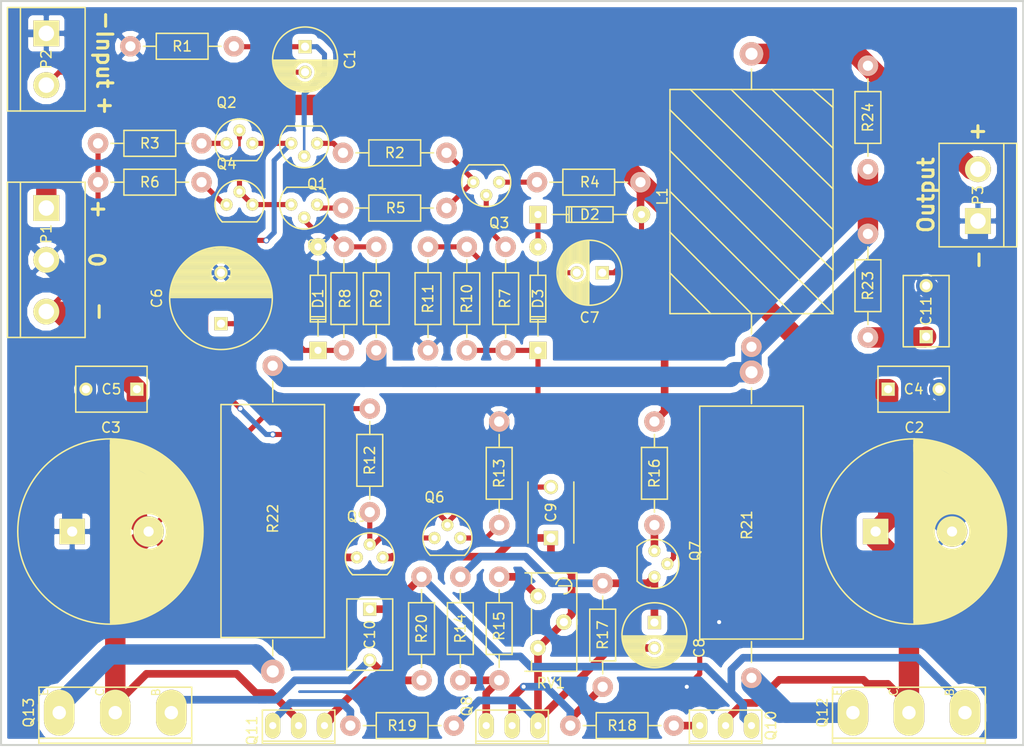
<source format=kicad_pcb>
(kicad_pcb (version 4) (host pcbnew "(2015-09-10 BZR 6180)-product")

  (general
    (links 91)
    (no_connects 0)
    (area 65.785 104.039999 168.375001 177.91919)
    (thickness 1.6)
    (drawings 13)
    (tracks 286)
    (zones 0)
    (modules 56)
    (nets 37)
  )

  (page A4)
  (layers
    (0 F.Cu signal)
    (31 B.Cu signal)
    (32 B.Adhes user)
    (33 F.Adhes user)
    (34 B.Paste user)
    (35 F.Paste user)
    (36 B.SilkS user)
    (37 F.SilkS user)
    (38 B.Mask user)
    (39 F.Mask user)
    (40 Dwgs.User user)
    (41 Cmts.User user)
    (42 Eco1.User user)
    (43 Eco2.User user)
    (44 Edge.Cuts user)
    (45 Margin user)
    (46 B.CrtYd user)
    (47 F.CrtYd user)
    (48 B.Fab user)
    (49 F.Fab user hide)
  )

  (setup
    (last_trace_width 0.5)
    (user_trace_width 0.5)
    (user_trace_width 0.75)
    (user_trace_width 1)
    (user_trace_width 1.25)
    (user_trace_width 1.5)
    (user_trace_width 1.75)
    (user_trace_width 2)
    (trace_clearance 0.6)
    (zone_clearance 0.508)
    (zone_45_only no)
    (trace_min 0.2)
    (segment_width 0.2)
    (edge_width 0.2)
    (via_size 0.6)
    (via_drill 0.4)
    (via_min_size 0.4)
    (via_min_drill 0.3)
    (uvia_size 0.3)
    (uvia_drill 0.1)
    (uvias_allowed no)
    (uvia_min_size 0.2)
    (uvia_min_drill 0.1)
    (pcb_text_width 0.3)
    (pcb_text_size 1.5 1.5)
    (mod_edge_width 0.15)
    (mod_text_size 1 1)
    (mod_text_width 0.15)
    (pad_size 1.5 1.5)
    (pad_drill 0.6)
    (pad_to_mask_clearance 0)
    (aux_axis_origin 0 0)
    (visible_elements FFFFFF7F)
    (pcbplotparams
      (layerselection 0x00030_80000001)
      (usegerberextensions false)
      (excludeedgelayer true)
      (linewidth 0.100000)
      (plotframeref false)
      (viasonmask false)
      (mode 1)
      (useauxorigin false)
      (hpglpennumber 1)
      (hpglpenspeed 20)
      (hpglpendiameter 15)
      (hpglpenoverlay 2)
      (psnegative false)
      (psa4output false)
      (plotreference true)
      (plotvalue true)
      (plotinvisibletext false)
      (padsonsilk false)
      (subtractmaskfromsilk false)
      (outputformat 1)
      (mirror false)
      (drillshape 1)
      (scaleselection 1)
      (outputdirectory ""))
  )

  (net 0 "")
  (net 1 "Net-(C1-Pad2)")
  (net 2 "Net-(C1-Pad1)")
  (net 3 +36V)
  (net 4 AGND)
  (net 5 -36V)
  (net 6 "Net-(C6-Pad1)")
  (net 7 "Net-(C7-Pad2)")
  (net 8 "Net-(C8-Pad2)")
  (net 9 "Net-(C8-Pad1)")
  (net 10 "Net-(C9-Pad2)")
  (net 11 "Net-(C10-Pad1)")
  (net 12 "Net-(C10-Pad2)")
  (net 13 "Net-(C11-Pad1)")
  (net 14 "Net-(D2-Pad2)")
  (net 15 "Net-(D3-Pad2)")
  (net 16 /output)
  (net 17 /filtered)
  (net 18 "Net-(Q1-Pad1)")
  (net 19 "Net-(Q2-Pad2)")
  (net 20 "Net-(Q2-Pad1)")
  (net 21 "Net-(Q3-Pad2)")
  (net 22 "Net-(Q3-Pad1)")
  (net 23 "Net-(Q3-Pad3)")
  (net 24 "Net-(Q4-Pad1)")
  (net 25 "Net-(Q5-Pad2)")
  (net 26 "Net-(Q5-Pad1)")
  (net 27 "Net-(Q6-Pad3)")
  (net 28 "Net-(Q6-Pad1)")
  (net 29 "Net-(Q7-Pad1)")
  (net 30 "Net-(Q8-Pad2)")
  (net 31 "Net-(Q8-Pad3)")
  (net 32 "Net-(Q10-Pad2)")
  (net 33 "Net-(Q11-Pad2)")
  (net 34 "Net-(Q12-Pad1)")
  (net 35 "Net-(Q13-Pad1)")
  (net 36 "Net-(R15-Pad2)")

  (net_class Default "This is the default net class."
    (clearance 0.6)
    (trace_width 0.25)
    (via_dia 0.6)
    (via_drill 0.4)
    (uvia_dia 0.3)
    (uvia_drill 0.1)
    (add_net +36V)
    (add_net -36V)
    (add_net /filtered)
    (add_net /output)
    (add_net AGND)
    (add_net "Net-(C1-Pad1)")
    (add_net "Net-(C1-Pad2)")
    (add_net "Net-(C10-Pad1)")
    (add_net "Net-(C10-Pad2)")
    (add_net "Net-(C11-Pad1)")
    (add_net "Net-(C6-Pad1)")
    (add_net "Net-(C7-Pad2)")
    (add_net "Net-(C8-Pad1)")
    (add_net "Net-(C8-Pad2)")
    (add_net "Net-(C9-Pad2)")
    (add_net "Net-(D2-Pad2)")
    (add_net "Net-(D3-Pad2)")
    (add_net "Net-(Q1-Pad1)")
    (add_net "Net-(Q10-Pad2)")
    (add_net "Net-(Q11-Pad2)")
    (add_net "Net-(Q12-Pad1)")
    (add_net "Net-(Q13-Pad1)")
    (add_net "Net-(Q2-Pad1)")
    (add_net "Net-(Q2-Pad2)")
    (add_net "Net-(Q3-Pad1)")
    (add_net "Net-(Q3-Pad2)")
    (add_net "Net-(Q3-Pad3)")
    (add_net "Net-(Q4-Pad1)")
    (add_net "Net-(Q5-Pad1)")
    (add_net "Net-(Q5-Pad2)")
    (add_net "Net-(Q6-Pad1)")
    (add_net "Net-(Q6-Pad3)")
    (add_net "Net-(Q7-Pad1)")
    (add_net "Net-(Q8-Pad2)")
    (add_net "Net-(Q8-Pad3)")
    (add_net "Net-(R15-Pad2)")
  )

  (module Resistors_ThroughHole:Resistor_Horizontal_RM30mm (layer F.Cu) (tedit 53F563B7) (tstamp 55F95DB0)
    (at 141.605 155.575 90)
    (descr "Resistor, Axial, RM 30mm,")
    (tags "Resistor, Axial, RM 30mm,")
    (path /54737F31)
    (fp_text reference R21 (at 0 -0.45 90) (layer F.SilkS)
      (effects (font (size 1 1) (thickness 0.15)))
    )
    (fp_text value 0R1 (at 0 1.27 90) (layer F.Fab)
      (effects (font (size 1 1) (thickness 0.15)))
    )
    (fp_line (start -11.44524 0) (end -13.47724 0) (layer F.SilkS) (width 0.15))
    (fp_line (start 11.92276 0) (end 13.44676 0) (layer F.SilkS) (width 0.15))
    (fp_line (start -11.19124 -5.08) (end 11.66876 -5.08) (layer F.SilkS) (width 0.15))
    (fp_line (start 11.66876 -5.08) (end 11.66876 5.08) (layer F.SilkS) (width 0.15))
    (fp_line (start 11.66876 5.08) (end -11.19124 5.08) (layer F.SilkS) (width 0.15))
    (fp_line (start -11.19124 5.08) (end -11.19124 -5.08) (layer F.SilkS) (width 0.15))
    (pad 1 thru_hole circle (at -15 0 90) (size 1.99898 1.99898) (drill 1.00076) (layers *.Cu *.SilkS *.Mask)
      (net 34 "Net-(Q12-Pad1)"))
    (pad 2 thru_hole circle (at 15 0 90) (size 2.30124 2.30124) (drill 1.19888) (layers *.Cu *.SilkS *.Mask)
      (net 16 /output))
  )

  (module transistor:TO-92_Molded_Narrow_LargerPads (layer F.Cu) (tedit 55FAAB43) (tstamp 55FABE1E)
    (at 98.971041 118.11 180)
    (descr "TO-92 leads molded, narrow, drill 0.6mm (see NXP sot054_po.pdf)")
    (tags "to-92 sc-43 sc-43a sot54 PA33 transistor")
    (path /547519D3)
    (fp_text reference Q1 (at 0 -4 180) (layer F.SilkS)
      (effects (font (size 1 1) (thickness 0.15)))
    )
    (fp_text value PNP (at 0 3 180) (layer F.Fab)
      (effects (font (size 1 1) (thickness 0.15)))
    )
    (fp_line (start -1.4 1.95) (end -1.4 -2.65) (layer F.CrtYd) (width 0.05))
    (fp_line (start -1.4 1.95) (end 3.9 1.95) (layer F.CrtYd) (width 0.05))
    (fp_line (start -0.43 1.7) (end 2.97 1.7) (layer F.SilkS) (width 0.15))
    (fp_arc (start 1.27 0) (end 1.27 -2.4) (angle -135) (layer F.SilkS) (width 0.15))
    (fp_arc (start 1.27 0) (end 1.27 -2.4) (angle 135) (layer F.SilkS) (width 0.15))
    (fp_line (start -1.4 -2.65) (end 3.9 -2.65) (layer F.CrtYd) (width 0.05))
    (fp_line (start 3.9 1.95) (end 3.9 -2.65) (layer F.CrtYd) (width 0.05))
    (pad 2 thru_hole circle (at 1.27 -1.27 270) (size 1.2 1.2) (drill 0.6) (layers *.Cu *.Mask F.SilkS)
      (net 2 "Net-(C1-Pad1)"))
    (pad 3 thru_hole circle (at 2.54 0 270) (size 1.2 1.2) (drill 0.6) (layers *.Cu *.Mask F.SilkS)
      (net 10 "Net-(C9-Pad2)"))
    (pad 1 thru_hole circle (at 0 0 270) (size 1.2 1.2) (drill 0.6) (layers *.Cu *.Mask F.SilkS)
      (net 18 "Net-(Q1-Pad1)"))
    (model Housings_TO-92.3dshapes/TO-92_Molded_Narrow.wrl
      (at (xyz 0.05 0 0))
      (scale (xyz 1 1 1))
      (rotate (xyz 0 0 -90))
    )
  )

  (module Resistors_ThroughHole:Resistor_Horizontal_RM10mm (layer F.Cu) (tedit 53F56209) (tstamp 55F95DBC)
    (at 153.035 132.08 270)
    (descr "Resistor, Axial,  RM 10mm, 1/3W,")
    (tags "Resistor, Axial, RM 10mm, 1/3W,")
    (path /54744FB8)
    (fp_text reference R23 (at 0 0 270) (layer F.SilkS)
      (effects (font (size 1 1) (thickness 0.15)))
    )
    (fp_text value 10R (at 1.27 1.27 270) (layer F.Fab)
      (effects (font (size 1 1) (thickness 0.15)))
    )
    (fp_line (start -2.54 -1.27) (end 2.54 -1.27) (layer F.SilkS) (width 0.15))
    (fp_line (start 2.54 -1.27) (end 2.54 1.27) (layer F.SilkS) (width 0.15))
    (fp_line (start 2.54 1.27) (end -2.54 1.27) (layer F.SilkS) (width 0.15))
    (fp_line (start -2.54 1.27) (end -2.54 -1.27) (layer F.SilkS) (width 0.15))
    (fp_line (start -2.54 0) (end -3.81 0) (layer F.SilkS) (width 0.15))
    (fp_line (start 2.54 0) (end 3.81 0) (layer F.SilkS) (width 0.15))
    (pad 1 thru_hole circle (at -5.08 0 270) (size 1.99898 1.99898) (drill 1.00076) (layers *.Cu *.SilkS *.Mask)
      (net 16 /output))
    (pad 2 thru_hole circle (at 5.08 0 270) (size 1.99898 1.99898) (drill 1.00076) (layers *.Cu *.SilkS *.Mask)
      (net 13 "Net-(C11-Pad1)"))
    (model Resistors_ThroughHole.3dshapes/Resistor_Horizontal_RM10mm.wrl
      (at (xyz 0 0 0))
      (scale (xyz 0.4 0.4 0.4))
      (rotate (xyz 0 0 0))
    )
  )

  (module transistor:TO-126 (layer F.Cu) (tedit 55F4846C) (tstamp 55F95D24)
    (at 99.695 175.26 270)
    (path /5473873C)
    (fp_text reference Q11 (at 0.508 7.112 270) (layer F.SilkS)
      (effects (font (size 1 1) (thickness 0.15)))
    )
    (fp_text value PNP (at 0 -1.778 270) (layer F.Fab)
      (effects (font (size 1 1) (thickness 0.15)))
    )
    (fp_line (start 1.524 -1.016) (end 1.778 -1.016) (layer F.SilkS) (width 0.15))
    (fp_line (start 1.778 -1.016) (end 1.778 6.096) (layer F.SilkS) (width 0.15))
    (fp_line (start 1.778 6.096) (end 1.524 6.096) (layer F.SilkS) (width 0.15))
    (fp_line (start -1.524 -1.016) (end 1.524 -1.016) (layer F.SilkS) (width 0.15))
    (fp_line (start 1.524 -1.016) (end 1.524 6.096) (layer F.SilkS) (width 0.15))
    (fp_line (start 1.524 6.096) (end -1.524 6.096) (layer F.SilkS) (width 0.15))
    (fp_line (start -1.524 6.096) (end -1.524 -1.016) (layer F.SilkS) (width 0.15))
    (pad 1 thru_hole oval (at 0 0 270) (size 2.5 1.5) (drill 0.7) (layers *.Cu *.Mask F.SilkS)
      (net 12 "Net-(C10-Pad2)"))
    (pad 2 thru_hole oval (at 0 5.08 270) (size 2.5 1.5) (drill 0.7) (layers *.Cu *.Mask F.SilkS)
      (net 33 "Net-(Q11-Pad2)"))
    (pad 3 thru_hole oval (at 0 2.54 270) (size 2.5 1.5) (drill 0.7) (layers *.Cu *.Mask F.SilkS)
      (net 5 -36V))
  )

  (module Capacitors_ThroughHole:C_Radial_D6.3_L11.2_P2.5 (layer F.Cu) (tedit 0) (tstamp 55F95C32)
    (at 97.79 108.625 270)
    (descr "Radial Electrolytic Capacitor, Diameter 6.3mm x Length 11.2mm, Pitch 2.5mm")
    (tags "Electrolytic Capacitor")
    (path /54743140)
    (fp_text reference C1 (at 1.25 -4.4 270) (layer F.SilkS)
      (effects (font (size 1 1) (thickness 0.15)))
    )
    (fp_text value 10u (at 1.25 4.4 270) (layer F.Fab)
      (effects (font (size 1 1) (thickness 0.15)))
    )
    (fp_line (start 1.325 -3.149) (end 1.325 3.149) (layer F.SilkS) (width 0.15))
    (fp_line (start 1.465 -3.143) (end 1.465 3.143) (layer F.SilkS) (width 0.15))
    (fp_line (start 1.605 -3.13) (end 1.605 -0.446) (layer F.SilkS) (width 0.15))
    (fp_line (start 1.605 0.446) (end 1.605 3.13) (layer F.SilkS) (width 0.15))
    (fp_line (start 1.745 -3.111) (end 1.745 -0.656) (layer F.SilkS) (width 0.15))
    (fp_line (start 1.745 0.656) (end 1.745 3.111) (layer F.SilkS) (width 0.15))
    (fp_line (start 1.885 -3.085) (end 1.885 -0.789) (layer F.SilkS) (width 0.15))
    (fp_line (start 1.885 0.789) (end 1.885 3.085) (layer F.SilkS) (width 0.15))
    (fp_line (start 2.025 -3.053) (end 2.025 -0.88) (layer F.SilkS) (width 0.15))
    (fp_line (start 2.025 0.88) (end 2.025 3.053) (layer F.SilkS) (width 0.15))
    (fp_line (start 2.165 -3.014) (end 2.165 -0.942) (layer F.SilkS) (width 0.15))
    (fp_line (start 2.165 0.942) (end 2.165 3.014) (layer F.SilkS) (width 0.15))
    (fp_line (start 2.305 -2.968) (end 2.305 -0.981) (layer F.SilkS) (width 0.15))
    (fp_line (start 2.305 0.981) (end 2.305 2.968) (layer F.SilkS) (width 0.15))
    (fp_line (start 2.445 -2.915) (end 2.445 -0.998) (layer F.SilkS) (width 0.15))
    (fp_line (start 2.445 0.998) (end 2.445 2.915) (layer F.SilkS) (width 0.15))
    (fp_line (start 2.585 -2.853) (end 2.585 -0.996) (layer F.SilkS) (width 0.15))
    (fp_line (start 2.585 0.996) (end 2.585 2.853) (layer F.SilkS) (width 0.15))
    (fp_line (start 2.725 -2.783) (end 2.725 -0.974) (layer F.SilkS) (width 0.15))
    (fp_line (start 2.725 0.974) (end 2.725 2.783) (layer F.SilkS) (width 0.15))
    (fp_line (start 2.865 -2.704) (end 2.865 -0.931) (layer F.SilkS) (width 0.15))
    (fp_line (start 2.865 0.931) (end 2.865 2.704) (layer F.SilkS) (width 0.15))
    (fp_line (start 3.005 -2.616) (end 3.005 -0.863) (layer F.SilkS) (width 0.15))
    (fp_line (start 3.005 0.863) (end 3.005 2.616) (layer F.SilkS) (width 0.15))
    (fp_line (start 3.145 -2.516) (end 3.145 -0.764) (layer F.SilkS) (width 0.15))
    (fp_line (start 3.145 0.764) (end 3.145 2.516) (layer F.SilkS) (width 0.15))
    (fp_line (start 3.285 -2.404) (end 3.285 -0.619) (layer F.SilkS) (width 0.15))
    (fp_line (start 3.285 0.619) (end 3.285 2.404) (layer F.SilkS) (width 0.15))
    (fp_line (start 3.425 -2.279) (end 3.425 -0.38) (layer F.SilkS) (width 0.15))
    (fp_line (start 3.425 0.38) (end 3.425 2.279) (layer F.SilkS) (width 0.15))
    (fp_line (start 3.565 -2.136) (end 3.565 2.136) (layer F.SilkS) (width 0.15))
    (fp_line (start 3.705 -1.974) (end 3.705 1.974) (layer F.SilkS) (width 0.15))
    (fp_line (start 3.845 -1.786) (end 3.845 1.786) (layer F.SilkS) (width 0.15))
    (fp_line (start 3.985 -1.563) (end 3.985 1.563) (layer F.SilkS) (width 0.15))
    (fp_line (start 4.125 -1.287) (end 4.125 1.287) (layer F.SilkS) (width 0.15))
    (fp_line (start 4.265 -0.912) (end 4.265 0.912) (layer F.SilkS) (width 0.15))
    (fp_circle (center 2.5 0) (end 2.5 -1) (layer F.SilkS) (width 0.15))
    (fp_circle (center 1.25 0) (end 1.25 -3.1875) (layer F.SilkS) (width 0.15))
    (fp_circle (center 1.25 0) (end 1.25 -3.4) (layer F.CrtYd) (width 0.05))
    (pad 2 thru_hole circle (at 2.5 0 270) (size 1.3 1.3) (drill 0.8) (layers *.Cu *.Mask F.SilkS)
      (net 1 "Net-(C1-Pad2)"))
    (pad 1 thru_hole rect (at 0 0 270) (size 1.3 1.3) (drill 0.8) (layers *.Cu *.Mask F.SilkS)
      (net 2 "Net-(C1-Pad1)"))
    (model Capacitors_ThroughHole.3dshapes/C_Radial_D6.3_L11.2_P2.5.wrl
      (at (xyz 0 0 0))
      (scale (xyz 1 1 1))
      (rotate (xyz 0 0 0))
    )
  )

  (module capacitors:C_Radial_D18_L30_P7.5_1mm (layer F.Cu) (tedit 55F94E50) (tstamp 55F95C57)
    (at 153.79 156.21)
    (descr "Radial Electrolytic Capacitor Diameter 18mm x Length 25mm, Pitch 7.5mm Pads 1mm")
    (tags "Electrolytic Capacitor")
    (path /5474D3C8)
    (fp_text reference C2 (at 3.8 -10.2) (layer F.SilkS)
      (effects (font (size 1 1) (thickness 0.15)))
    )
    (fp_text value 2200u (at 3.75 10.45) (layer F.Fab)
      (effects (font (size 1 1) (thickness 0.15)))
    )
    (fp_line (start 8.75 3.25) (end 7.5 4) (layer F.SilkS) (width 1.5))
    (fp_line (start 4.5 -6.25) (end 8.25 -4.25) (layer F.SilkS) (width 1.5))
    (fp_arc (start 3.75 0) (end 10.25 -0.75) (angle 90) (layer F.SilkS) (width 1.5))
    (fp_arc (start 3.75 0) (end 5 -7.25) (angle 90) (layer F.SilkS) (width 1.5))
    (fp_arc (start 3.75 0) (end 6 -8) (angle 90) (layer F.SilkS) (width 1.5))
    (fp_arc (start 3.75 0) (end 10.5 -3.5) (angle 90) (layer F.SilkS) (width 1.5))
    (fp_circle (center 7.5 0) (end 10.25 1) (layer F.SilkS) (width 1.5))
    (fp_line (start 3.775 -9.075) (end 3.775 9.075) (layer F.SilkS) (width 0.15))
    (fp_line (start 3.775 9.075) (end 3.9 8.975) (layer F.SilkS) (width 0.15))
    (fp_line (start 3.775 -8.35) (end 3.775 -9.075) (layer F.SilkS) (width 0.15))
    (fp_line (start 3.8 -9.1) (end 3.8 -8.4) (layer F.SilkS) (width 0.15))
    (fp_line (start 3.8 -8.4) (end 3.9 -9) (layer F.SilkS) (width 0.15))
    (fp_line (start 3.9 -9) (end 4 -9) (layer F.SilkS) (width 0.15))
    (fp_line (start 4.6 -8.4) (end 5.9 -8.3) (layer F.SilkS) (width 1))
    (fp_line (start 5.9 -8.3) (end 4.3 -8.6) (layer F.SilkS) (width 1))
    (fp_line (start 7.7 3) (end 7.7 3.3) (layer F.SilkS) (width 1))
    (fp_arc (start 3.7 0) (end 12.3 -0.5) (angle 90) (layer F.SilkS) (width 1))
    (fp_line (start 5.4 7.4) (end 5.8 7.8) (layer F.SilkS) (width 1))
    (fp_line (start 4.9 1.3) (end 5 8.5) (layer F.SilkS) (width 1))
    (fp_line (start 5 8.5) (end 7.1 7.8) (layer F.SilkS) (width 1))
    (fp_line (start 7.1 7.8) (end 5.7 7.1) (layer F.SilkS) (width 1))
    (fp_line (start 5.7 7.1) (end 5.5 2.5) (layer F.SilkS) (width 1))
    (fp_line (start 5.1 -5.2) (end 5.1 -1.7) (layer F.SilkS) (width 1))
    (fp_line (start 5.1 -1.7) (end 6 -4.8) (layer F.SilkS) (width 1))
    (fp_line (start 4.2 -8.5) (end 4.2 8.6) (layer F.SilkS) (width 1))
    (fp_line (start 4.2 -8.5) (end 4.2 -7.9) (layer F.SilkS) (width 1))
    (fp_line (start 6.6 3.2) (end 7 7.1) (layer F.SilkS) (width 2))
    (fp_circle (center 7.5 0) (end 9.4 1.1) (layer F.SilkS) (width 1))
    (fp_arc (start 7.5 0) (end 6.3 -3.4) (angle 90) (layer F.SilkS) (width 2))
    (fp_circle (center 3.75 0) (end 4.75 -9.0375) (layer F.SilkS) (width 0.15))
    (fp_circle (center 3.75 0) (end 4.75 -9.3) (layer F.CrtYd) (width 0.05))
    (pad 1 thru_hole rect (at 0 0) (size 2.5 2.5) (drill 1) (layers *.Cu *.Mask F.SilkS)
      (net 3 +36V))
    (pad 2 thru_hole circle (at 7.5 0) (size 3 3) (drill 1) (layers *.Cu *.Mask F.SilkS)
      (net 4 AGND))
    (model Capacitors_ThroughHole.3dshapes/C_Radial_D16_L30_P7.5.wrl
      (at (xyz 0.147638 0 0))
      (scale (xyz 1 1 1))
      (rotate (xyz 0 0 90))
    )
  )

  (module capacitors:C_Radial_D18_L30_P7.5_1mm (layer F.Cu) (tedit 55F94E50) (tstamp 55F95C7C)
    (at 74.93 156.21)
    (descr "Radial Electrolytic Capacitor Diameter 18mm x Length 25mm, Pitch 7.5mm Pads 1mm")
    (tags "Electrolytic Capacitor")
    (path /547508A5)
    (fp_text reference C3 (at 3.8 -10.2) (layer F.SilkS)
      (effects (font (size 1 1) (thickness 0.15)))
    )
    (fp_text value 2200u (at 3.75 10.45) (layer F.Fab)
      (effects (font (size 1 1) (thickness 0.15)))
    )
    (fp_line (start 8.75 3.25) (end 7.5 4) (layer F.SilkS) (width 1.5))
    (fp_line (start 4.5 -6.25) (end 8.25 -4.25) (layer F.SilkS) (width 1.5))
    (fp_arc (start 3.75 0) (end 10.25 -0.75) (angle 90) (layer F.SilkS) (width 1.5))
    (fp_arc (start 3.75 0) (end 5 -7.25) (angle 90) (layer F.SilkS) (width 1.5))
    (fp_arc (start 3.75 0) (end 6 -8) (angle 90) (layer F.SilkS) (width 1.5))
    (fp_arc (start 3.75 0) (end 10.5 -3.5) (angle 90) (layer F.SilkS) (width 1.5))
    (fp_circle (center 7.5 0) (end 10.25 1) (layer F.SilkS) (width 1.5))
    (fp_line (start 3.775 -9.075) (end 3.775 9.075) (layer F.SilkS) (width 0.15))
    (fp_line (start 3.775 9.075) (end 3.9 8.975) (layer F.SilkS) (width 0.15))
    (fp_line (start 3.775 -8.35) (end 3.775 -9.075) (layer F.SilkS) (width 0.15))
    (fp_line (start 3.8 -9.1) (end 3.8 -8.4) (layer F.SilkS) (width 0.15))
    (fp_line (start 3.8 -8.4) (end 3.9 -9) (layer F.SilkS) (width 0.15))
    (fp_line (start 3.9 -9) (end 4 -9) (layer F.SilkS) (width 0.15))
    (fp_line (start 4.6 -8.4) (end 5.9 -8.3) (layer F.SilkS) (width 1))
    (fp_line (start 5.9 -8.3) (end 4.3 -8.6) (layer F.SilkS) (width 1))
    (fp_line (start 7.7 3) (end 7.7 3.3) (layer F.SilkS) (width 1))
    (fp_arc (start 3.7 0) (end 12.3 -0.5) (angle 90) (layer F.SilkS) (width 1))
    (fp_line (start 5.4 7.4) (end 5.8 7.8) (layer F.SilkS) (width 1))
    (fp_line (start 4.9 1.3) (end 5 8.5) (layer F.SilkS) (width 1))
    (fp_line (start 5 8.5) (end 7.1 7.8) (layer F.SilkS) (width 1))
    (fp_line (start 7.1 7.8) (end 5.7 7.1) (layer F.SilkS) (width 1))
    (fp_line (start 5.7 7.1) (end 5.5 2.5) (layer F.SilkS) (width 1))
    (fp_line (start 5.1 -5.2) (end 5.1 -1.7) (layer F.SilkS) (width 1))
    (fp_line (start 5.1 -1.7) (end 6 -4.8) (layer F.SilkS) (width 1))
    (fp_line (start 4.2 -8.5) (end 4.2 8.6) (layer F.SilkS) (width 1))
    (fp_line (start 4.2 -8.5) (end 4.2 -7.9) (layer F.SilkS) (width 1))
    (fp_line (start 6.6 3.2) (end 7 7.1) (layer F.SilkS) (width 2))
    (fp_circle (center 7.5 0) (end 9.4 1.1) (layer F.SilkS) (width 1))
    (fp_arc (start 7.5 0) (end 6.3 -3.4) (angle 90) (layer F.SilkS) (width 2))
    (fp_circle (center 3.75 0) (end 4.75 -9.0375) (layer F.SilkS) (width 0.15))
    (fp_circle (center 3.75 0) (end 4.75 -9.3) (layer F.CrtYd) (width 0.05))
    (pad 1 thru_hole rect (at 0 0) (size 2.5 2.5) (drill 1) (layers *.Cu *.Mask F.SilkS)
      (net 4 AGND))
    (pad 2 thru_hole circle (at 7.5 0) (size 3 3) (drill 1) (layers *.Cu *.Mask F.SilkS)
      (net 5 -36V))
    (model Capacitors_ThroughHole.3dshapes/C_Radial_D16_L30_P7.5.wrl
      (at (xyz 0.147638 0 0))
      (scale (xyz 1 1 1))
      (rotate (xyz 0 0 90))
    )
  )

  (module Capacitors_ThroughHole:C_Rect_L7_W4.5_P5 (layer F.Cu) (tedit 0) (tstamp 55F95C82)
    (at 155.02 142.24)
    (descr "Film Capacitor Length 7mm x Width 4.5mm, Pitch 5mm")
    (tags Capacitor)
    (path /5474D986)
    (fp_text reference C4 (at 2.5 0) (layer F.SilkS)
      (effects (font (size 1 1) (thickness 0.15)))
    )
    (fp_text value 100n (at 6.27 2.54) (layer F.Fab)
      (effects (font (size 1 1) (thickness 0.15)))
    )
    (fp_line (start -1.25 -2.5) (end 6.25 -2.5) (layer F.CrtYd) (width 0.05))
    (fp_line (start 6.25 -2.5) (end 6.25 2.5) (layer F.CrtYd) (width 0.05))
    (fp_line (start 6.25 2.5) (end -1.25 2.5) (layer F.CrtYd) (width 0.05))
    (fp_line (start -1.25 2.5) (end -1.25 -2.5) (layer F.CrtYd) (width 0.05))
    (fp_line (start -1 -2.25) (end 6 -2.25) (layer F.SilkS) (width 0.15))
    (fp_line (start 6 -2.25) (end 6 2.25) (layer F.SilkS) (width 0.15))
    (fp_line (start 6 2.25) (end -1 2.25) (layer F.SilkS) (width 0.15))
    (fp_line (start -1 2.25) (end -1 -2.25) (layer F.SilkS) (width 0.15))
    (pad 1 thru_hole rect (at 0 0) (size 1.3 1.3) (drill 0.8) (layers *.Cu *.Mask F.SilkS)
      (net 3 +36V))
    (pad 2 thru_hole circle (at 5 0) (size 1.3 1.3) (drill 0.8) (layers *.Cu *.Mask F.SilkS)
      (net 4 AGND))
    (model Capacitors_ThroughHole.3dshapes/C_Rect_L7_W4.5_P5.wrl
      (at (xyz 0.098425 0 0))
      (scale (xyz 1 1 1))
      (rotate (xyz 0 0 0))
    )
  )

  (module Capacitors_ThroughHole:C_Rect_L7_W4.5_P5 (layer F.Cu) (tedit 0) (tstamp 55F95C88)
    (at 81.28 142.24 180)
    (descr "Film Capacitor Length 7mm x Width 4.5mm, Pitch 5mm")
    (tags Capacitor)
    (path /547508AB)
    (fp_text reference C5 (at 2.5 0 180) (layer F.SilkS)
      (effects (font (size 1 1) (thickness 0.15)))
    )
    (fp_text value 100n (at 2.5 3.5 180) (layer F.Fab)
      (effects (font (size 1 1) (thickness 0.15)))
    )
    (fp_line (start -1.25 -2.5) (end 6.25 -2.5) (layer F.CrtYd) (width 0.05))
    (fp_line (start 6.25 -2.5) (end 6.25 2.5) (layer F.CrtYd) (width 0.05))
    (fp_line (start 6.25 2.5) (end -1.25 2.5) (layer F.CrtYd) (width 0.05))
    (fp_line (start -1.25 2.5) (end -1.25 -2.5) (layer F.CrtYd) (width 0.05))
    (fp_line (start -1 -2.25) (end 6 -2.25) (layer F.SilkS) (width 0.15))
    (fp_line (start 6 -2.25) (end 6 2.25) (layer F.SilkS) (width 0.15))
    (fp_line (start 6 2.25) (end -1 2.25) (layer F.SilkS) (width 0.15))
    (fp_line (start -1 2.25) (end -1 -2.25) (layer F.SilkS) (width 0.15))
    (pad 1 thru_hole rect (at 0 0 180) (size 1.3 1.3) (drill 0.8) (layers *.Cu *.Mask F.SilkS)
      (net 5 -36V))
    (pad 2 thru_hole circle (at 5 0 180) (size 1.3 1.3) (drill 0.8) (layers *.Cu *.Mask F.SilkS)
      (net 4 AGND))
    (model Capacitors_ThroughHole.3dshapes/C_Rect_L7_W4.5_P5.wrl
      (at (xyz 0.098425 0 0))
      (scale (xyz 1 1 1))
      (rotate (xyz 0 0 0))
    )
  )

  (module Capacitors_ThroughHole:C_Radial_D10_L16_P5 (layer F.Cu) (tedit 0) (tstamp 55F95C8E)
    (at 89.535 135.81 90)
    (descr "Radial Electrolytic Capacitor 10mm x Length 16mm, Pitch 5mm")
    (tags "Electrolytic Capacitor")
    (path /54755428)
    (fp_text reference C6 (at 2.5 -6.3 90) (layer F.SilkS)
      (effects (font (size 1 1) (thickness 0.15)))
    )
    (fp_text value 220u (at 2.5 6.3 90) (layer F.Fab)
      (effects (font (size 1 1) (thickness 0.15)))
    )
    (fp_line (start 2.575 -4.999) (end 2.575 4.999) (layer F.SilkS) (width 0.15))
    (fp_line (start 2.715 -4.995) (end 2.715 4.995) (layer F.SilkS) (width 0.15))
    (fp_line (start 2.855 -4.987) (end 2.855 4.987) (layer F.SilkS) (width 0.15))
    (fp_line (start 2.995 -4.975) (end 2.995 4.975) (layer F.SilkS) (width 0.15))
    (fp_line (start 3.135 -4.96) (end 3.135 4.96) (layer F.SilkS) (width 0.15))
    (fp_line (start 3.275 -4.94) (end 3.275 4.94) (layer F.SilkS) (width 0.15))
    (fp_line (start 3.415 -4.916) (end 3.415 4.916) (layer F.SilkS) (width 0.15))
    (fp_line (start 3.555 -4.887) (end 3.555 4.887) (layer F.SilkS) (width 0.15))
    (fp_line (start 3.695 -4.855) (end 3.695 4.855) (layer F.SilkS) (width 0.15))
    (fp_line (start 3.835 -4.818) (end 3.835 4.818) (layer F.SilkS) (width 0.15))
    (fp_line (start 3.975 -4.777) (end 3.975 4.777) (layer F.SilkS) (width 0.15))
    (fp_line (start 4.115 -4.732) (end 4.115 -0.466) (layer F.SilkS) (width 0.15))
    (fp_line (start 4.115 0.466) (end 4.115 4.732) (layer F.SilkS) (width 0.15))
    (fp_line (start 4.255 -4.682) (end 4.255 -0.667) (layer F.SilkS) (width 0.15))
    (fp_line (start 4.255 0.667) (end 4.255 4.682) (layer F.SilkS) (width 0.15))
    (fp_line (start 4.395 -4.627) (end 4.395 -0.796) (layer F.SilkS) (width 0.15))
    (fp_line (start 4.395 0.796) (end 4.395 4.627) (layer F.SilkS) (width 0.15))
    (fp_line (start 4.535 -4.567) (end 4.535 -0.885) (layer F.SilkS) (width 0.15))
    (fp_line (start 4.535 0.885) (end 4.535 4.567) (layer F.SilkS) (width 0.15))
    (fp_line (start 4.675 -4.502) (end 4.675 -0.946) (layer F.SilkS) (width 0.15))
    (fp_line (start 4.675 0.946) (end 4.675 4.502) (layer F.SilkS) (width 0.15))
    (fp_line (start 4.815 -4.432) (end 4.815 -0.983) (layer F.SilkS) (width 0.15))
    (fp_line (start 4.815 0.983) (end 4.815 4.432) (layer F.SilkS) (width 0.15))
    (fp_line (start 4.955 -4.356) (end 4.955 -0.999) (layer F.SilkS) (width 0.15))
    (fp_line (start 4.955 0.999) (end 4.955 4.356) (layer F.SilkS) (width 0.15))
    (fp_line (start 5.095 -4.274) (end 5.095 -0.995) (layer F.SilkS) (width 0.15))
    (fp_line (start 5.095 0.995) (end 5.095 4.274) (layer F.SilkS) (width 0.15))
    (fp_line (start 5.235 -4.186) (end 5.235 -0.972) (layer F.SilkS) (width 0.15))
    (fp_line (start 5.235 0.972) (end 5.235 4.186) (layer F.SilkS) (width 0.15))
    (fp_line (start 5.375 -4.091) (end 5.375 -0.927) (layer F.SilkS) (width 0.15))
    (fp_line (start 5.375 0.927) (end 5.375 4.091) (layer F.SilkS) (width 0.15))
    (fp_line (start 5.515 -3.989) (end 5.515 -0.857) (layer F.SilkS) (width 0.15))
    (fp_line (start 5.515 0.857) (end 5.515 3.989) (layer F.SilkS) (width 0.15))
    (fp_line (start 5.655 -3.879) (end 5.655 -0.756) (layer F.SilkS) (width 0.15))
    (fp_line (start 5.655 0.756) (end 5.655 3.879) (layer F.SilkS) (width 0.15))
    (fp_line (start 5.795 -3.761) (end 5.795 -0.607) (layer F.SilkS) (width 0.15))
    (fp_line (start 5.795 0.607) (end 5.795 3.761) (layer F.SilkS) (width 0.15))
    (fp_line (start 5.935 -3.633) (end 5.935 -0.355) (layer F.SilkS) (width 0.15))
    (fp_line (start 5.935 0.355) (end 5.935 3.633) (layer F.SilkS) (width 0.15))
    (fp_line (start 6.075 -3.496) (end 6.075 3.496) (layer F.SilkS) (width 0.15))
    (fp_line (start 6.215 -3.346) (end 6.215 3.346) (layer F.SilkS) (width 0.15))
    (fp_line (start 6.355 -3.184) (end 6.355 3.184) (layer F.SilkS) (width 0.15))
    (fp_line (start 6.495 -3.007) (end 6.495 3.007) (layer F.SilkS) (width 0.15))
    (fp_line (start 6.635 -2.811) (end 6.635 2.811) (layer F.SilkS) (width 0.15))
    (fp_line (start 6.775 -2.593) (end 6.775 2.593) (layer F.SilkS) (width 0.15))
    (fp_line (start 6.915 -2.347) (end 6.915 2.347) (layer F.SilkS) (width 0.15))
    (fp_line (start 7.055 -2.062) (end 7.055 2.062) (layer F.SilkS) (width 0.15))
    (fp_line (start 7.195 -1.72) (end 7.195 1.72) (layer F.SilkS) (width 0.15))
    (fp_line (start 7.335 -1.274) (end 7.335 1.274) (layer F.SilkS) (width 0.15))
    (fp_line (start 7.475 -0.499) (end 7.475 0.499) (layer F.SilkS) (width 0.15))
    (fp_circle (center 5 0) (end 5 -1) (layer F.SilkS) (width 0.15))
    (fp_circle (center 2.5 0) (end 2.5 -5.0375) (layer F.SilkS) (width 0.15))
    (fp_circle (center 2.5 0) (end 2.5 -5.3) (layer F.CrtYd) (width 0.05))
    (pad 1 thru_hole rect (at 0 0 90) (size 1.3 1.3) (drill 0.8) (layers *.Cu *.Mask F.SilkS)
      (net 6 "Net-(C6-Pad1)"))
    (pad 2 thru_hole circle (at 5 0 90) (size 1.3 1.3) (drill 0.8) (layers *.Cu *.Mask F.SilkS)
      (net 4 AGND))
    (model Capacitors_ThroughHole.3dshapes/C_Radial_D10_L16_P5.wrl
      (at (xyz 0.0984252 0 0))
      (scale (xyz 1 1 1))
      (rotate (xyz 0 0 90))
    )
  )

  (module Capacitors_ThroughHole:C_Radial_D6.3_L11.2_P2.5 (layer F.Cu) (tedit 0) (tstamp 55F95C94)
    (at 126.96 130.81 180)
    (descr "Radial Electrolytic Capacitor, Diameter 6.3mm x Length 11.2mm, Pitch 2.5mm")
    (tags "Electrolytic Capacitor")
    (path /5474CC3B)
    (fp_text reference C7 (at 1.25 -4.4 180) (layer F.SilkS)
      (effects (font (size 1 1) (thickness 0.15)))
    )
    (fp_text value 47u (at 5.08 2.54 180) (layer F.Fab)
      (effects (font (size 1 1) (thickness 0.15)))
    )
    (fp_line (start 1.325 -3.149) (end 1.325 3.149) (layer F.SilkS) (width 0.15))
    (fp_line (start 1.465 -3.143) (end 1.465 3.143) (layer F.SilkS) (width 0.15))
    (fp_line (start 1.605 -3.13) (end 1.605 -0.446) (layer F.SilkS) (width 0.15))
    (fp_line (start 1.605 0.446) (end 1.605 3.13) (layer F.SilkS) (width 0.15))
    (fp_line (start 1.745 -3.111) (end 1.745 -0.656) (layer F.SilkS) (width 0.15))
    (fp_line (start 1.745 0.656) (end 1.745 3.111) (layer F.SilkS) (width 0.15))
    (fp_line (start 1.885 -3.085) (end 1.885 -0.789) (layer F.SilkS) (width 0.15))
    (fp_line (start 1.885 0.789) (end 1.885 3.085) (layer F.SilkS) (width 0.15))
    (fp_line (start 2.025 -3.053) (end 2.025 -0.88) (layer F.SilkS) (width 0.15))
    (fp_line (start 2.025 0.88) (end 2.025 3.053) (layer F.SilkS) (width 0.15))
    (fp_line (start 2.165 -3.014) (end 2.165 -0.942) (layer F.SilkS) (width 0.15))
    (fp_line (start 2.165 0.942) (end 2.165 3.014) (layer F.SilkS) (width 0.15))
    (fp_line (start 2.305 -2.968) (end 2.305 -0.981) (layer F.SilkS) (width 0.15))
    (fp_line (start 2.305 0.981) (end 2.305 2.968) (layer F.SilkS) (width 0.15))
    (fp_line (start 2.445 -2.915) (end 2.445 -0.998) (layer F.SilkS) (width 0.15))
    (fp_line (start 2.445 0.998) (end 2.445 2.915) (layer F.SilkS) (width 0.15))
    (fp_line (start 2.585 -2.853) (end 2.585 -0.996) (layer F.SilkS) (width 0.15))
    (fp_line (start 2.585 0.996) (end 2.585 2.853) (layer F.SilkS) (width 0.15))
    (fp_line (start 2.725 -2.783) (end 2.725 -0.974) (layer F.SilkS) (width 0.15))
    (fp_line (start 2.725 0.974) (end 2.725 2.783) (layer F.SilkS) (width 0.15))
    (fp_line (start 2.865 -2.704) (end 2.865 -0.931) (layer F.SilkS) (width 0.15))
    (fp_line (start 2.865 0.931) (end 2.865 2.704) (layer F.SilkS) (width 0.15))
    (fp_line (start 3.005 -2.616) (end 3.005 -0.863) (layer F.SilkS) (width 0.15))
    (fp_line (start 3.005 0.863) (end 3.005 2.616) (layer F.SilkS) (width 0.15))
    (fp_line (start 3.145 -2.516) (end 3.145 -0.764) (layer F.SilkS) (width 0.15))
    (fp_line (start 3.145 0.764) (end 3.145 2.516) (layer F.SilkS) (width 0.15))
    (fp_line (start 3.285 -2.404) (end 3.285 -0.619) (layer F.SilkS) (width 0.15))
    (fp_line (start 3.285 0.619) (end 3.285 2.404) (layer F.SilkS) (width 0.15))
    (fp_line (start 3.425 -2.279) (end 3.425 -0.38) (layer F.SilkS) (width 0.15))
    (fp_line (start 3.425 0.38) (end 3.425 2.279) (layer F.SilkS) (width 0.15))
    (fp_line (start 3.565 -2.136) (end 3.565 2.136) (layer F.SilkS) (width 0.15))
    (fp_line (start 3.705 -1.974) (end 3.705 1.974) (layer F.SilkS) (width 0.15))
    (fp_line (start 3.845 -1.786) (end 3.845 1.786) (layer F.SilkS) (width 0.15))
    (fp_line (start 3.985 -1.563) (end 3.985 1.563) (layer F.SilkS) (width 0.15))
    (fp_line (start 4.125 -1.287) (end 4.125 1.287) (layer F.SilkS) (width 0.15))
    (fp_line (start 4.265 -0.912) (end 4.265 0.912) (layer F.SilkS) (width 0.15))
    (fp_circle (center 2.5 0) (end 2.5 -1) (layer F.SilkS) (width 0.15))
    (fp_circle (center 1.25 0) (end 1.25 -3.1875) (layer F.SilkS) (width 0.15))
    (fp_circle (center 1.25 0) (end 1.25 -3.4) (layer F.CrtYd) (width 0.05))
    (pad 2 thru_hole circle (at 2.5 0 180) (size 1.3 1.3) (drill 0.8) (layers *.Cu *.Mask F.SilkS)
      (net 7 "Net-(C7-Pad2)"))
    (pad 1 thru_hole rect (at 0 0 180) (size 1.3 1.3) (drill 0.8) (layers *.Cu *.Mask F.SilkS)
      (net 3 +36V))
    (model Capacitors_ThroughHole.3dshapes/C_Radial_D6.3_L11.2_P2.5.wrl
      (at (xyz 0 0 0))
      (scale (xyz 1 1 1))
      (rotate (xyz 0 0 0))
    )
  )

  (module Capacitors_ThroughHole:C_Radial_D6.3_L11.2_P2.5 (layer F.Cu) (tedit 0) (tstamp 55F95C9A)
    (at 132.08 165.14 270)
    (descr "Radial Electrolytic Capacitor, Diameter 6.3mm x Length 11.2mm, Pitch 2.5mm")
    (tags "Electrolytic Capacitor")
    (path /54739B91)
    (fp_text reference C8 (at 2.5 -4.4 270) (layer F.SilkS)
      (effects (font (size 1 1) (thickness 0.15)))
    )
    (fp_text value 47u (at 0 2.54 270) (layer F.Fab)
      (effects (font (size 1 1) (thickness 0.15)))
    )
    (fp_line (start 1.325 -3.149) (end 1.325 3.149) (layer F.SilkS) (width 0.15))
    (fp_line (start 1.465 -3.143) (end 1.465 3.143) (layer F.SilkS) (width 0.15))
    (fp_line (start 1.605 -3.13) (end 1.605 -0.446) (layer F.SilkS) (width 0.15))
    (fp_line (start 1.605 0.446) (end 1.605 3.13) (layer F.SilkS) (width 0.15))
    (fp_line (start 1.745 -3.111) (end 1.745 -0.656) (layer F.SilkS) (width 0.15))
    (fp_line (start 1.745 0.656) (end 1.745 3.111) (layer F.SilkS) (width 0.15))
    (fp_line (start 1.885 -3.085) (end 1.885 -0.789) (layer F.SilkS) (width 0.15))
    (fp_line (start 1.885 0.789) (end 1.885 3.085) (layer F.SilkS) (width 0.15))
    (fp_line (start 2.025 -3.053) (end 2.025 -0.88) (layer F.SilkS) (width 0.15))
    (fp_line (start 2.025 0.88) (end 2.025 3.053) (layer F.SilkS) (width 0.15))
    (fp_line (start 2.165 -3.014) (end 2.165 -0.942) (layer F.SilkS) (width 0.15))
    (fp_line (start 2.165 0.942) (end 2.165 3.014) (layer F.SilkS) (width 0.15))
    (fp_line (start 2.305 -2.968) (end 2.305 -0.981) (layer F.SilkS) (width 0.15))
    (fp_line (start 2.305 0.981) (end 2.305 2.968) (layer F.SilkS) (width 0.15))
    (fp_line (start 2.445 -2.915) (end 2.445 -0.998) (layer F.SilkS) (width 0.15))
    (fp_line (start 2.445 0.998) (end 2.445 2.915) (layer F.SilkS) (width 0.15))
    (fp_line (start 2.585 -2.853) (end 2.585 -0.996) (layer F.SilkS) (width 0.15))
    (fp_line (start 2.585 0.996) (end 2.585 2.853) (layer F.SilkS) (width 0.15))
    (fp_line (start 2.725 -2.783) (end 2.725 -0.974) (layer F.SilkS) (width 0.15))
    (fp_line (start 2.725 0.974) (end 2.725 2.783) (layer F.SilkS) (width 0.15))
    (fp_line (start 2.865 -2.704) (end 2.865 -0.931) (layer F.SilkS) (width 0.15))
    (fp_line (start 2.865 0.931) (end 2.865 2.704) (layer F.SilkS) (width 0.15))
    (fp_line (start 3.005 -2.616) (end 3.005 -0.863) (layer F.SilkS) (width 0.15))
    (fp_line (start 3.005 0.863) (end 3.005 2.616) (layer F.SilkS) (width 0.15))
    (fp_line (start 3.145 -2.516) (end 3.145 -0.764) (layer F.SilkS) (width 0.15))
    (fp_line (start 3.145 0.764) (end 3.145 2.516) (layer F.SilkS) (width 0.15))
    (fp_line (start 3.285 -2.404) (end 3.285 -0.619) (layer F.SilkS) (width 0.15))
    (fp_line (start 3.285 0.619) (end 3.285 2.404) (layer F.SilkS) (width 0.15))
    (fp_line (start 3.425 -2.279) (end 3.425 -0.38) (layer F.SilkS) (width 0.15))
    (fp_line (start 3.425 0.38) (end 3.425 2.279) (layer F.SilkS) (width 0.15))
    (fp_line (start 3.565 -2.136) (end 3.565 2.136) (layer F.SilkS) (width 0.15))
    (fp_line (start 3.705 -1.974) (end 3.705 1.974) (layer F.SilkS) (width 0.15))
    (fp_line (start 3.845 -1.786) (end 3.845 1.786) (layer F.SilkS) (width 0.15))
    (fp_line (start 3.985 -1.563) (end 3.985 1.563) (layer F.SilkS) (width 0.15))
    (fp_line (start 4.125 -1.287) (end 4.125 1.287) (layer F.SilkS) (width 0.15))
    (fp_line (start 4.265 -0.912) (end 4.265 0.912) (layer F.SilkS) (width 0.15))
    (fp_circle (center 2.5 0) (end 2.5 -1) (layer F.SilkS) (width 0.15))
    (fp_circle (center 1.25 0) (end 1.25 -3.1875) (layer F.SilkS) (width 0.15))
    (fp_circle (center 1.25 0) (end 1.25 -3.4) (layer F.CrtYd) (width 0.05))
    (pad 2 thru_hole circle (at 2.5 0 270) (size 1.3 1.3) (drill 0.8) (layers *.Cu *.Mask F.SilkS)
      (net 8 "Net-(C8-Pad2)"))
    (pad 1 thru_hole rect (at 0 0 270) (size 1.3 1.3) (drill 0.8) (layers *.Cu *.Mask F.SilkS)
      (net 9 "Net-(C8-Pad1)"))
    (model Capacitors_ThroughHole.3dshapes/C_Radial_D6.3_L11.2_P2.5.wrl
      (at (xyz 0 0 0))
      (scale (xyz 1 1 1))
      (rotate (xyz 0 0 0))
    )
  )

  (module Capacitors_ThroughHole:C_Disc_D6_P5 (layer F.Cu) (tedit 0) (tstamp 55F95CA0)
    (at 121.92 156.845 90)
    (descr "Capacitor 6mm Disc, Pitch 5mm")
    (tags Capacitor)
    (path /5473CC0D)
    (fp_text reference C9 (at 2.5 0 90) (layer F.SilkS)
      (effects (font (size 1 1) (thickness 0.15)))
    )
    (fp_text value 100p (at 2.5 3.5 90) (layer F.Fab)
      (effects (font (size 1 1) (thickness 0.15)))
    )
    (fp_line (start -0.95 -2.5) (end 5.95 -2.5) (layer F.CrtYd) (width 0.05))
    (fp_line (start 5.95 -2.5) (end 5.95 2.5) (layer F.CrtYd) (width 0.05))
    (fp_line (start 5.95 2.5) (end -0.95 2.5) (layer F.CrtYd) (width 0.05))
    (fp_line (start -0.95 2.5) (end -0.95 -2.5) (layer F.CrtYd) (width 0.05))
    (fp_line (start -0.5 -2.25) (end 5.5 -2.25) (layer F.SilkS) (width 0.15))
    (fp_line (start 5.5 2.25) (end -0.5 2.25) (layer F.SilkS) (width 0.15))
    (pad 1 thru_hole rect (at 0 0 90) (size 1.4 1.4) (drill 0.9) (layers *.Cu *.Mask F.SilkS)
      (net 8 "Net-(C8-Pad2)"))
    (pad 2 thru_hole circle (at 5 0 90) (size 1.4 1.4) (drill 0.9) (layers *.Cu *.Mask F.SilkS)
      (net 10 "Net-(C9-Pad2)"))
    (model Capacitors_ThroughHole.3dshapes/C_Disc_D6_P5.wrl
      (at (xyz 0.0984252 0 0))
      (scale (xyz 1 1 1))
      (rotate (xyz 0 0 0))
    )
  )

  (module Capacitors_ThroughHole:C_Rect_L7_W4.5_P5 (layer F.Cu) (tedit 0) (tstamp 55F95CA6)
    (at 104.14 163.83 270)
    (descr "Film Capacitor Length 7mm x Width 4.5mm, Pitch 5mm")
    (tags Capacitor)
    (path /5473808E)
    (fp_text reference C10 (at 2.5 0 270) (layer F.SilkS)
      (effects (font (size 1 1) (thickness 0.15)))
    )
    (fp_text value 1u (at 2.5 3.5 270) (layer F.Fab)
      (effects (font (size 1 1) (thickness 0.15)))
    )
    (fp_line (start -1.25 -2.5) (end 6.25 -2.5) (layer F.CrtYd) (width 0.05))
    (fp_line (start 6.25 -2.5) (end 6.25 2.5) (layer F.CrtYd) (width 0.05))
    (fp_line (start 6.25 2.5) (end -1.25 2.5) (layer F.CrtYd) (width 0.05))
    (fp_line (start -1.25 2.5) (end -1.25 -2.5) (layer F.CrtYd) (width 0.05))
    (fp_line (start -1 -2.25) (end 6 -2.25) (layer F.SilkS) (width 0.15))
    (fp_line (start 6 -2.25) (end 6 2.25) (layer F.SilkS) (width 0.15))
    (fp_line (start 6 2.25) (end -1 2.25) (layer F.SilkS) (width 0.15))
    (fp_line (start -1 2.25) (end -1 -2.25) (layer F.SilkS) (width 0.15))
    (pad 1 thru_hole rect (at 0 0 270) (size 1.3 1.3) (drill 0.8) (layers *.Cu *.Mask F.SilkS)
      (net 11 "Net-(C10-Pad1)"))
    (pad 2 thru_hole circle (at 5 0 270) (size 1.3 1.3) (drill 0.8) (layers *.Cu *.Mask F.SilkS)
      (net 12 "Net-(C10-Pad2)"))
    (model Capacitors_ThroughHole.3dshapes/C_Rect_L7_W4.5_P5.wrl
      (at (xyz 0.098425 0 0))
      (scale (xyz 1 1 1))
      (rotate (xyz 0 0 0))
    )
  )

  (module Capacitors_ThroughHole:C_Rect_L7_W4.5_P5 (layer F.Cu) (tedit 0) (tstamp 55F95CAC)
    (at 158.75 137.08 90)
    (descr "Film Capacitor Length 7mm x Width 4.5mm, Pitch 5mm")
    (tags Capacitor)
    (path /54745010)
    (fp_text reference C11 (at 2.5 0 90) (layer F.SilkS)
      (effects (font (size 1 1) (thickness 0.15)))
    )
    (fp_text value 100n (at 5 1.27 90) (layer F.Fab)
      (effects (font (size 1 1) (thickness 0.15)))
    )
    (fp_line (start -1.25 -2.5) (end 6.25 -2.5) (layer F.CrtYd) (width 0.05))
    (fp_line (start 6.25 -2.5) (end 6.25 2.5) (layer F.CrtYd) (width 0.05))
    (fp_line (start 6.25 2.5) (end -1.25 2.5) (layer F.CrtYd) (width 0.05))
    (fp_line (start -1.25 2.5) (end -1.25 -2.5) (layer F.CrtYd) (width 0.05))
    (fp_line (start -1 -2.25) (end 6 -2.25) (layer F.SilkS) (width 0.15))
    (fp_line (start 6 -2.25) (end 6 2.25) (layer F.SilkS) (width 0.15))
    (fp_line (start 6 2.25) (end -1 2.25) (layer F.SilkS) (width 0.15))
    (fp_line (start -1 2.25) (end -1 -2.25) (layer F.SilkS) (width 0.15))
    (pad 1 thru_hole rect (at 0 0 90) (size 1.3 1.3) (drill 0.8) (layers *.Cu *.Mask F.SilkS)
      (net 13 "Net-(C11-Pad1)"))
    (pad 2 thru_hole circle (at 5 0 90) (size 1.3 1.3) (drill 0.8) (layers *.Cu *.Mask F.SilkS)
      (net 4 AGND))
    (model Capacitors_ThroughHole.3dshapes/C_Rect_L7_W4.5_P5.wrl
      (at (xyz 0.098425 0 0))
      (scale (xyz 1 1 1))
      (rotate (xyz 0 0 0))
    )
  )

  (module Diodes_ThroughHole:Diode_DO-35_SOD27_Horizontal_RM10 (layer F.Cu) (tedit 0) (tstamp 55F95CB2)
    (at 99.06 133.35 270)
    (descr "Diode, DO-35,  SOD27, Horizontal, RM 10mm")
    (tags "Diode, DO-35, SOD27, Horizontal, RM 10mm, 1N4148,")
    (path /54755910)
    (fp_text reference D1 (at 0 0 270) (layer F.SilkS)
      (effects (font (size 1 1) (thickness 0.15)))
    )
    (fp_text value 1N4148 (at -2.54 -1.27 270) (layer F.Fab)
      (effects (font (size 1 1) (thickness 0.15)))
    )
    (fp_line (start -2.286 0) (end -3.683 0) (layer F.SilkS) (width 0.15))
    (fp_line (start 2.159 0) (end 3.683 0) (layer F.SilkS) (width 0.15))
    (fp_line (start 1.778 -0.762) (end 1.778 0.762) (layer F.SilkS) (width 0.15))
    (fp_line (start 2.032 -0.762) (end 2.032 0.762) (layer F.SilkS) (width 0.15))
    (fp_line (start 2.286 0) (end 2.286 0.762) (layer F.SilkS) (width 0.15))
    (fp_line (start 2.286 0.762) (end -2.286 0.762) (layer F.SilkS) (width 0.15))
    (fp_line (start -2.286 0.762) (end -2.286 -0.762) (layer F.SilkS) (width 0.15))
    (fp_line (start -2.286 -0.762) (end 2.286 -0.762) (layer F.SilkS) (width 0.15))
    (fp_line (start 2.286 -0.762) (end 2.286 0) (layer F.SilkS) (width 0.15))
    (pad 1 thru_hole circle (at -5.08 0 270) (size 1.69926 1.69926) (drill 0.70104) (layers *.Cu *.Mask F.SilkS)
      (net 4 AGND))
    (pad 2 thru_hole rect (at 5.08 0 270) (size 1.69926 1.69926) (drill 0.70104) (layers *.Cu *.Mask F.SilkS)
      (net 6 "Net-(C6-Pad1)"))
    (model Diodes_ThroughHole.3dshapes/Diode_DO-35_SOD27_Horizontal_RM10.wrl
      (at (xyz 0 0 0))
      (scale (xyz 0.4 0.4 0.4))
      (rotate (xyz 0 0 0))
    )
  )

  (module Diodes_ThroughHole:Diode_DO-35_SOD27_Horizontal_RM10 (layer F.Cu) (tedit 0) (tstamp 55F95CB8)
    (at 125.73 125.095 180)
    (descr "Diode, DO-35,  SOD27, Horizontal, RM 10mm")
    (tags "Diode, DO-35, SOD27, Horizontal, RM 10mm, 1N4148,")
    (path /5474AC59)
    (fp_text reference D2 (at 0 0 180) (layer F.SilkS)
      (effects (font (size 1 1) (thickness 0.15)))
    )
    (fp_text value 1N4148 (at 0 -1.27 180) (layer F.Fab)
      (effects (font (size 1 1) (thickness 0.15)))
    )
    (fp_line (start -2.286 0) (end -3.683 0) (layer F.SilkS) (width 0.15))
    (fp_line (start 2.159 0) (end 3.683 0) (layer F.SilkS) (width 0.15))
    (fp_line (start 1.778 -0.762) (end 1.778 0.762) (layer F.SilkS) (width 0.15))
    (fp_line (start 2.032 -0.762) (end 2.032 0.762) (layer F.SilkS) (width 0.15))
    (fp_line (start 2.286 0) (end 2.286 0.762) (layer F.SilkS) (width 0.15))
    (fp_line (start 2.286 0.762) (end -2.286 0.762) (layer F.SilkS) (width 0.15))
    (fp_line (start -2.286 0.762) (end -2.286 -0.762) (layer F.SilkS) (width 0.15))
    (fp_line (start -2.286 -0.762) (end 2.286 -0.762) (layer F.SilkS) (width 0.15))
    (fp_line (start 2.286 -0.762) (end 2.286 0) (layer F.SilkS) (width 0.15))
    (pad 1 thru_hole circle (at -5.08 0 180) (size 1.69926 1.69926) (drill 0.70104) (layers *.Cu *.Mask F.SilkS)
      (net 3 +36V))
    (pad 2 thru_hole rect (at 5.08 0 180) (size 1.69926 1.69926) (drill 0.70104) (layers *.Cu *.Mask F.SilkS)
      (net 14 "Net-(D2-Pad2)"))
    (model Diodes_ThroughHole.3dshapes/Diode_DO-35_SOD27_Horizontal_RM10.wrl
      (at (xyz 0 0 0))
      (scale (xyz 0.4 0.4 0.4))
      (rotate (xyz 0 0 0))
    )
  )

  (module Diodes_ThroughHole:Diode_DO-35_SOD27_Horizontal_RM10 (layer F.Cu) (tedit 0) (tstamp 55F95CBE)
    (at 120.65 133.35 270)
    (descr "Diode, DO-35,  SOD27, Horizontal, RM 10mm")
    (tags "Diode, DO-35, SOD27, Horizontal, RM 10mm, 1N4148,")
    (path /5475D2F5)
    (fp_text reference D3 (at 0 0 270) (layer F.SilkS)
      (effects (font (size 1 1) (thickness 0.15)))
    )
    (fp_text value 1N4148 (at 0 -1.27 270) (layer F.Fab)
      (effects (font (size 1 1) (thickness 0.15)))
    )
    (fp_line (start -2.286 0) (end -3.683 0) (layer F.SilkS) (width 0.15))
    (fp_line (start 2.159 0) (end 3.683 0) (layer F.SilkS) (width 0.15))
    (fp_line (start 1.778 -0.762) (end 1.778 0.762) (layer F.SilkS) (width 0.15))
    (fp_line (start 2.032 -0.762) (end 2.032 0.762) (layer F.SilkS) (width 0.15))
    (fp_line (start 2.286 0) (end 2.286 0.762) (layer F.SilkS) (width 0.15))
    (fp_line (start 2.286 0.762) (end -2.286 0.762) (layer F.SilkS) (width 0.15))
    (fp_line (start -2.286 0.762) (end -2.286 -0.762) (layer F.SilkS) (width 0.15))
    (fp_line (start -2.286 -0.762) (end 2.286 -0.762) (layer F.SilkS) (width 0.15))
    (fp_line (start 2.286 -0.762) (end 2.286 0) (layer F.SilkS) (width 0.15))
    (pad 1 thru_hole circle (at -5.08 0 270) (size 1.69926 1.69926) (drill 0.70104) (layers *.Cu *.Mask F.SilkS)
      (net 14 "Net-(D2-Pad2)"))
    (pad 2 thru_hole rect (at 5.08 0 270) (size 1.69926 1.69926) (drill 0.70104) (layers *.Cu *.Mask F.SilkS)
      (net 15 "Net-(D3-Pad2)"))
    (model Diodes_ThroughHole.3dshapes/Diode_DO-35_SOD27_Horizontal_RM10.wrl
      (at (xyz 0 0 0))
      (scale (xyz 0.4 0.4 0.4))
      (rotate (xyz 0 0 0))
    )
  )

  (module inductors:Inductor_10turn (layer F.Cu) (tedit 55F873FC) (tstamp 55F95CC4)
    (at 141.605 123.825 90)
    (path /54745F40)
    (fp_text reference L1 (at 0.5 -8.75 90) (layer F.SilkS)
      (effects (font (size 1 1) (thickness 0.15)))
    )
    (fp_text value 10turn (at 0.75 9 90) (layer F.Fab)
      (effects (font (size 1 1) (thickness 0.15)))
    )
    (fp_line (start 9.25 8) (end 11 6) (layer F.SilkS) (width 0.15))
    (fp_line (start 11 2) (end 5.25 8) (layer F.SilkS) (width 0.15))
    (fp_line (start 11 -6) (end -2.75 8) (layer F.SilkS) (width 0.15))
    (fp_line (start 1.25 8) (end 11 -2) (layer F.SilkS) (width 0.15))
    (fp_line (start -6.75 8) (end 9 -8) (layer F.SilkS) (width 0.15))
    (fp_line (start 5 -8) (end -11 8) (layer F.SilkS) (width 0.15))
    (fp_line (start 1 -8) (end -11 4) (layer F.SilkS) (width 0.15))
    (fp_line (start -3 -8) (end -11 0) (layer F.SilkS) (width 0.15))
    (fp_line (start -7 -8) (end -11 -4) (layer F.SilkS) (width 0.15))
    (fp_line (start 11 8) (end -11 8) (layer F.SilkS) (width 0.15))
    (fp_line (start -11 -8) (end 11 -8) (layer F.SilkS) (width 0.15))
    (fp_line (start 13 0) (end 11 0) (layer F.SilkS) (width 0.15))
    (fp_line (start 11 8) (end 11 -8) (layer F.SilkS) (width 0.15))
    (fp_line (start -11 0) (end -11 8) (layer F.SilkS) (width 0.15))
    (fp_line (start -11 0) (end -11 -8) (layer F.SilkS) (width 0.15))
    (fp_line (start -13 0) (end -11 0) (layer F.SilkS) (width 0.15))
    (pad 1 thru_hole circle (at -14.25 0 90) (size 1.99898 1.99898) (drill 1.00076) (layers *.Cu *.SilkS *.Mask)
      (net 16 /output))
    (pad 2 thru_hole circle (at 14.5 0 90) (size 2.30124 2.30124) (drill 1.19888) (layers *.Cu *.SilkS *.Mask)
      (net 17 /filtered))
  )

  (module Connect:bornier3 (layer F.Cu) (tedit 0) (tstamp 55F95CCB)
    (at 72.39 129.54 270)
    (descr "Bornier d'alimentation 3 pins")
    (tags DEV)
    (path /55F55399)
    (fp_text reference P1 (at -2.54 0 270) (layer F.SilkS)
      (effects (font (size 1 1) (thickness 0.15)))
    )
    (fp_text value Power (at 0 -2.54 270) (layer F.Fab)
      (effects (font (size 1 1) (thickness 0.15)))
    )
    (fp_line (start -7.62 3.81) (end -7.62 -3.81) (layer F.SilkS) (width 0.15))
    (fp_line (start 7.62 3.81) (end 7.62 -3.81) (layer F.SilkS) (width 0.15))
    (fp_line (start -7.62 2.54) (end 7.62 2.54) (layer F.SilkS) (width 0.15))
    (fp_line (start -7.62 -3.81) (end 7.62 -3.81) (layer F.SilkS) (width 0.15))
    (fp_line (start -7.62 3.81) (end 7.62 3.81) (layer F.SilkS) (width 0.15))
    (pad 1 thru_hole rect (at -5.08 0 270) (size 2.54 2.54) (drill 1.524) (layers *.Cu *.Mask F.SilkS)
      (net 3 +36V))
    (pad 2 thru_hole circle (at 0 0 270) (size 2.54 2.54) (drill 1.524) (layers *.Cu *.Mask F.SilkS)
      (net 4 AGND))
    (pad 3 thru_hole circle (at 5.08 0 270) (size 2.54 2.54) (drill 1.524) (layers *.Cu *.Mask F.SilkS)
      (net 5 -36V))
    (model Connect.3dshapes/bornier3.wrl
      (at (xyz 0 0 0))
      (scale (xyz 1 1 1))
      (rotate (xyz 0 0 0))
    )
  )

  (module Connect:bornier2 (layer F.Cu) (tedit 0) (tstamp 55F95CD1)
    (at 72.39 109.855 270)
    (descr "Bornier d'alimentation 2 pins")
    (tags DEV)
    (path /54743795)
    (fp_text reference P2 (at 0 0 270) (layer F.SilkS)
      (effects (font (size 1 1) (thickness 0.15)))
    )
    (fp_text value "Audio in" (at 0 5.08 270) (layer F.Fab)
      (effects (font (size 1 1) (thickness 0.15)))
    )
    (fp_line (start 5.08 2.54) (end -5.08 2.54) (layer F.SilkS) (width 0.15))
    (fp_line (start 5.08 3.81) (end 5.08 -3.81) (layer F.SilkS) (width 0.15))
    (fp_line (start 5.08 -3.81) (end -5.08 -3.81) (layer F.SilkS) (width 0.15))
    (fp_line (start -5.08 -3.81) (end -5.08 3.81) (layer F.SilkS) (width 0.15))
    (fp_line (start -5.08 3.81) (end 5.08 3.81) (layer F.SilkS) (width 0.15))
    (pad 1 thru_hole rect (at -2.54 0 270) (size 2.54 2.54) (drill 1.524) (layers *.Cu *.Mask F.SilkS)
      (net 4 AGND))
    (pad 2 thru_hole circle (at 2.54 0 270) (size 2.54 2.54) (drill 1.524) (layers *.Cu *.Mask F.SilkS)
      (net 1 "Net-(C1-Pad2)"))
    (model Connect.3dshapes/bornier2.wrl
      (at (xyz 0 0 0))
      (scale (xyz 1 1 1))
      (rotate (xyz 0 0 0))
    )
  )

  (module Connect:bornier2 (layer F.Cu) (tedit 0) (tstamp 55F95CD7)
    (at 163.83 123.19 90)
    (descr "Bornier d'alimentation 2 pins")
    (tags DEV)
    (path /547490DA)
    (fp_text reference P3 (at 0 0 90) (layer F.SilkS)
      (effects (font (size 1 1) (thickness 0.15)))
    )
    (fp_text value "Audio out" (at 0 -2.54 90) (layer F.Fab)
      (effects (font (size 1 1) (thickness 0.15)))
    )
    (fp_line (start 5.08 2.54) (end -5.08 2.54) (layer F.SilkS) (width 0.15))
    (fp_line (start 5.08 3.81) (end 5.08 -3.81) (layer F.SilkS) (width 0.15))
    (fp_line (start 5.08 -3.81) (end -5.08 -3.81) (layer F.SilkS) (width 0.15))
    (fp_line (start -5.08 -3.81) (end -5.08 3.81) (layer F.SilkS) (width 0.15))
    (fp_line (start -5.08 3.81) (end 5.08 3.81) (layer F.SilkS) (width 0.15))
    (pad 1 thru_hole rect (at -2.54 0 90) (size 2.54 2.54) (drill 1.524) (layers *.Cu *.Mask F.SilkS)
      (net 4 AGND))
    (pad 2 thru_hole circle (at 2.54 0 90) (size 2.54 2.54) (drill 1.524) (layers *.Cu *.Mask F.SilkS)
      (net 17 /filtered))
    (model Connect.3dshapes/bornier2.wrl
      (at (xyz 0 0 0))
      (scale (xyz 1 1 1))
      (rotate (xyz 0 0 0))
    )
  )

  (module transistor:TO-126 (layer F.Cu) (tedit 55F4846C) (tstamp 55F95D1D)
    (at 141.605 175.26 270)
    (path /5473811B)
    (fp_text reference Q10 (at 0 -1.905 270) (layer F.SilkS)
      (effects (font (size 1 1) (thickness 0.15)))
    )
    (fp_text value NPN (at 0 -1.778 270) (layer F.Fab)
      (effects (font (size 1 1) (thickness 0.15)))
    )
    (fp_line (start 1.524 -1.016) (end 1.778 -1.016) (layer F.SilkS) (width 0.15))
    (fp_line (start 1.778 -1.016) (end 1.778 6.096) (layer F.SilkS) (width 0.15))
    (fp_line (start 1.778 6.096) (end 1.524 6.096) (layer F.SilkS) (width 0.15))
    (fp_line (start -1.524 -1.016) (end 1.524 -1.016) (layer F.SilkS) (width 0.15))
    (fp_line (start 1.524 -1.016) (end 1.524 6.096) (layer F.SilkS) (width 0.15))
    (fp_line (start 1.524 6.096) (end -1.524 6.096) (layer F.SilkS) (width 0.15))
    (fp_line (start -1.524 6.096) (end -1.524 -1.016) (layer F.SilkS) (width 0.15))
    (pad 1 thru_hole oval (at 0 0 270) (size 2.5 1.5) (drill 0.7) (layers *.Cu *.Mask F.SilkS)
      (net 11 "Net-(C10-Pad1)"))
    (pad 2 thru_hole oval (at 0 5.08 270) (size 2.5 1.5) (drill 0.7) (layers *.Cu *.Mask F.SilkS)
      (net 32 "Net-(Q10-Pad2)"))
    (pad 3 thru_hole oval (at 0 2.54 270) (size 2.5 1.5) (drill 0.7) (layers *.Cu *.Mask F.SilkS)
      (net 3 +36V))
  )

  (module transistor:SOT-93 (layer F.Cu) (tedit 55F4804E) (tstamp 55F95D2B)
    (at 160.06 173.99 270)
    (path /547379F9)
    (fp_text reference Q12 (at 0 11.5 270) (layer F.SilkS)
      (effects (font (size 1 1) (thickness 0.15)))
    )
    (fp_text value NPN (at 0 -5.5 270) (layer F.Fab)
      (effects (font (size 1 1) (thickness 0.15)))
    )
    (fp_text user E (at -2 10 270) (layer F.SilkS)
      (effects (font (size 0.8 0.8) (thickness 0.12)))
    )
    (fp_text user C (at -2 4.5 270) (layer F.SilkS)
      (effects (font (size 0.8 0.8) (thickness 0.12)))
    )
    (fp_text user B (at -2 -1 270) (layer F.SilkS)
      (effects (font (size 0.8 0.8) (thickness 0.12)))
    )
    (fp_line (start 2.5 -4.5) (end 2.5 10.5) (layer F.SilkS) (width 0.15))
    (fp_line (start 2.5 10.5) (end -2.5 10.5) (layer F.SilkS) (width 0.15))
    (fp_line (start -2.5 10.5) (end -2.5 -4.5) (layer F.SilkS) (width 0.15))
    (fp_line (start -2.5 -4.5) (end 2.5 -4.5) (layer F.SilkS) (width 0.15))
    (fp_line (start 2.5 -4.5) (end 3 -4.5) (layer F.SilkS) (width 0.15))
    (fp_line (start 3 -4.5) (end 3 10.5) (layer F.SilkS) (width 0.15))
    (fp_line (start 3 10.5) (end 2.5 10.5) (layer F.SilkS) (width 0.15))
    (pad 1 thru_hole oval (at 0 8.5 270) (size 4.5 3) (drill 1.32) (layers *.Cu *.Mask F.SilkS)
      (net 34 "Net-(Q12-Pad1)"))
    (pad 2 thru_hole oval (at 0 -2.5 270) (size 4.5 3) (drill 1.32) (layers *.Cu *.Mask F.SilkS)
      (net 11 "Net-(C10-Pad1)"))
    (pad 3 thru_hole oval (at 0 3 270) (size 4.5 3) (drill 1.32) (layers *.Cu *.Mask F.SilkS)
      (net 3 +36V))
  )

  (module Resistors_ThroughHole:Resistor_Horizontal_RM10mm (layer F.Cu) (tedit 53F56209) (tstamp 55F95D38)
    (at 85.725 108.585 180)
    (descr "Resistor, Axial,  RM 10mm, 1/3W,")
    (tags "Resistor, Axial, RM 10mm, 1/3W,")
    (path /54742F51)
    (fp_text reference R1 (at 0 0 180) (layer F.SilkS)
      (effects (font (size 1 1) (thickness 0.15)))
    )
    (fp_text value 10k (at 2.54 2.54 180) (layer F.Fab)
      (effects (font (size 1 1) (thickness 0.15)))
    )
    (fp_line (start -2.54 -1.27) (end 2.54 -1.27) (layer F.SilkS) (width 0.15))
    (fp_line (start 2.54 -1.27) (end 2.54 1.27) (layer F.SilkS) (width 0.15))
    (fp_line (start 2.54 1.27) (end -2.54 1.27) (layer F.SilkS) (width 0.15))
    (fp_line (start -2.54 1.27) (end -2.54 -1.27) (layer F.SilkS) (width 0.15))
    (fp_line (start -2.54 0) (end -3.81 0) (layer F.SilkS) (width 0.15))
    (fp_line (start 2.54 0) (end 3.81 0) (layer F.SilkS) (width 0.15))
    (pad 1 thru_hole circle (at -5.08 0 180) (size 1.99898 1.99898) (drill 1.00076) (layers *.Cu *.SilkS *.Mask)
      (net 2 "Net-(C1-Pad1)"))
    (pad 2 thru_hole circle (at 5.08 0 180) (size 1.99898 1.99898) (drill 1.00076) (layers *.Cu *.SilkS *.Mask)
      (net 4 AGND))
    (model Resistors_ThroughHole.3dshapes/Resistor_Horizontal_RM10mm.wrl
      (at (xyz 0 0 0))
      (scale (xyz 0.4 0.4 0.4))
      (rotate (xyz 0 0 0))
    )
  )

  (module Resistors_ThroughHole:Resistor_Horizontal_RM10mm (layer F.Cu) (tedit 53F56209) (tstamp 55F95D3E)
    (at 106.591041 119.041239 180)
    (descr "Resistor, Axial,  RM 10mm, 1/3W,")
    (tags "Resistor, Axial, RM 10mm, 1/3W,")
    (path /54751DBF)
    (fp_text reference R2 (at 0 0 180) (layer F.SilkS)
      (effects (font (size 1 1) (thickness 0.15)))
    )
    (fp_text value 100R (at -2.628959 -1.608761 180) (layer F.Fab)
      (effects (font (size 1 1) (thickness 0.15)))
    )
    (fp_line (start -2.54 -1.27) (end 2.54 -1.27) (layer F.SilkS) (width 0.15))
    (fp_line (start 2.54 -1.27) (end 2.54 1.27) (layer F.SilkS) (width 0.15))
    (fp_line (start 2.54 1.27) (end -2.54 1.27) (layer F.SilkS) (width 0.15))
    (fp_line (start -2.54 1.27) (end -2.54 -1.27) (layer F.SilkS) (width 0.15))
    (fp_line (start -2.54 0) (end -3.81 0) (layer F.SilkS) (width 0.15))
    (fp_line (start 2.54 0) (end 3.81 0) (layer F.SilkS) (width 0.15))
    (pad 1 thru_hole circle (at -5.08 0 180) (size 1.99898 1.99898) (drill 1.00076) (layers *.Cu *.SilkS *.Mask)
      (net 23 "Net-(Q3-Pad3)"))
    (pad 2 thru_hole circle (at 5.08 0 180) (size 1.99898 1.99898) (drill 1.00076) (layers *.Cu *.SilkS *.Mask)
      (net 18 "Net-(Q1-Pad1)"))
    (model Resistors_ThroughHole.3dshapes/Resistor_Horizontal_RM10mm.wrl
      (at (xyz 0 0 0))
      (scale (xyz 0.4 0.4 0.4))
      (rotate (xyz 0 0 0))
    )
  )

  (module Resistors_ThroughHole:Resistor_Horizontal_RM10mm (layer F.Cu) (tedit 53F56209) (tstamp 55F95D44)
    (at 82.55 118.11 180)
    (descr "Resistor, Axial,  RM 10mm, 1/3W,")
    (tags "Resistor, Axial, RM 10mm, 1/3W,")
    (path /5473920A)
    (fp_text reference R3 (at 0 0 180) (layer F.SilkS)
      (effects (font (size 1 1) (thickness 0.15)))
    )
    (fp_text value 68R (at -2.54 -1.27 180) (layer F.Fab)
      (effects (font (size 1 1) (thickness 0.15)))
    )
    (fp_line (start -2.54 -1.27) (end 2.54 -1.27) (layer F.SilkS) (width 0.15))
    (fp_line (start 2.54 -1.27) (end 2.54 1.27) (layer F.SilkS) (width 0.15))
    (fp_line (start 2.54 1.27) (end -2.54 1.27) (layer F.SilkS) (width 0.15))
    (fp_line (start -2.54 1.27) (end -2.54 -1.27) (layer F.SilkS) (width 0.15))
    (fp_line (start -2.54 0) (end -3.81 0) (layer F.SilkS) (width 0.15))
    (fp_line (start 2.54 0) (end 3.81 0) (layer F.SilkS) (width 0.15))
    (pad 1 thru_hole circle (at -5.08 0 180) (size 1.99898 1.99898) (drill 1.00076) (layers *.Cu *.SilkS *.Mask)
      (net 20 "Net-(Q2-Pad1)"))
    (pad 2 thru_hole circle (at 5.08 0 180) (size 1.99898 1.99898) (drill 1.00076) (layers *.Cu *.SilkS *.Mask)
      (net 5 -36V))
    (model Resistors_ThroughHole.3dshapes/Resistor_Horizontal_RM10mm.wrl
      (at (xyz 0 0 0))
      (scale (xyz 0.4 0.4 0.4))
      (rotate (xyz 0 0 0))
    )
  )

  (module Resistors_ThroughHole:Resistor_Horizontal_RM10mm (layer F.Cu) (tedit 53F56209) (tstamp 55F95D4A)
    (at 125.63 121.92 180)
    (descr "Resistor, Axial,  RM 10mm, 1/3W,")
    (tags "Resistor, Axial, RM 10mm, 1/3W,")
    (path /5473EE62)
    (fp_text reference R4 (at -0.1 0 180) (layer F.SilkS)
      (effects (font (size 1 1) (thickness 0.15)))
    )
    (fp_text value 150R (at 1.17 2.54 180) (layer F.Fab)
      (effects (font (size 1 1) (thickness 0.15)))
    )
    (fp_line (start -2.54 -1.27) (end 2.54 -1.27) (layer F.SilkS) (width 0.15))
    (fp_line (start 2.54 -1.27) (end 2.54 1.27) (layer F.SilkS) (width 0.15))
    (fp_line (start 2.54 1.27) (end -2.54 1.27) (layer F.SilkS) (width 0.15))
    (fp_line (start -2.54 1.27) (end -2.54 -1.27) (layer F.SilkS) (width 0.15))
    (fp_line (start -2.54 0) (end -3.81 0) (layer F.SilkS) (width 0.15))
    (fp_line (start 2.54 0) (end 3.81 0) (layer F.SilkS) (width 0.15))
    (pad 1 thru_hole circle (at -5.08 0 180) (size 1.99898 1.99898) (drill 1.00076) (layers *.Cu *.SilkS *.Mask)
      (net 3 +36V))
    (pad 2 thru_hole circle (at 5.08 0 180) (size 1.99898 1.99898) (drill 1.00076) (layers *.Cu *.SilkS *.Mask)
      (net 22 "Net-(Q3-Pad1)"))
    (model Resistors_ThroughHole.3dshapes/Resistor_Horizontal_RM10mm.wrl
      (at (xyz 0 0 0))
      (scale (xyz 0.4 0.4 0.4))
      (rotate (xyz 0 0 0))
    )
  )

  (module Resistors_ThroughHole:Resistor_Horizontal_RM10mm (layer F.Cu) (tedit 53F56209) (tstamp 55F95D50)
    (at 106.591041 124.46 180)
    (descr "Resistor, Axial,  RM 10mm, 1/3W,")
    (tags "Resistor, Axial, RM 10mm, 1/3W,")
    (path /54751C29)
    (fp_text reference R5 (at -0.088959 0 180) (layer F.SilkS)
      (effects (font (size 1 1) (thickness 0.15)))
    )
    (fp_text value 100R (at -2.628959 -1.27 180) (layer F.Fab)
      (effects (font (size 1 1) (thickness 0.15)))
    )
    (fp_line (start -2.54 -1.27) (end 2.54 -1.27) (layer F.SilkS) (width 0.15))
    (fp_line (start 2.54 -1.27) (end 2.54 1.27) (layer F.SilkS) (width 0.15))
    (fp_line (start 2.54 1.27) (end -2.54 1.27) (layer F.SilkS) (width 0.15))
    (fp_line (start -2.54 1.27) (end -2.54 -1.27) (layer F.SilkS) (width 0.15))
    (fp_line (start -2.54 0) (end -3.81 0) (layer F.SilkS) (width 0.15))
    (fp_line (start 2.54 0) (end 3.81 0) (layer F.SilkS) (width 0.15))
    (pad 1 thru_hole circle (at -5.08 0 180) (size 1.99898 1.99898) (drill 1.00076) (layers *.Cu *.SilkS *.Mask)
      (net 23 "Net-(Q3-Pad3)"))
    (pad 2 thru_hole circle (at 5.08 0 180) (size 1.99898 1.99898) (drill 1.00076) (layers *.Cu *.SilkS *.Mask)
      (net 26 "Net-(Q5-Pad1)"))
    (model Resistors_ThroughHole.3dshapes/Resistor_Horizontal_RM10mm.wrl
      (at (xyz 0 0 0))
      (scale (xyz 0.4 0.4 0.4))
      (rotate (xyz 0 0 0))
    )
  )

  (module Resistors_ThroughHole:Resistor_Horizontal_RM10mm (layer F.Cu) (tedit 53F56209) (tstamp 55F95D56)
    (at 82.55 121.92 180)
    (descr "Resistor, Axial,  RM 10mm, 1/3W,")
    (tags "Resistor, Axial, RM 10mm, 1/3W,")
    (path /547392B1)
    (fp_text reference R6 (at 0 0 180) (layer F.SilkS)
      (effects (font (size 1 1) (thickness 0.15)))
    )
    (fp_text value 68R (at -2.54 -1.27 180) (layer F.Fab)
      (effects (font (size 1 1) (thickness 0.15)))
    )
    (fp_line (start -2.54 -1.27) (end 2.54 -1.27) (layer F.SilkS) (width 0.15))
    (fp_line (start 2.54 -1.27) (end 2.54 1.27) (layer F.SilkS) (width 0.15))
    (fp_line (start 2.54 1.27) (end -2.54 1.27) (layer F.SilkS) (width 0.15))
    (fp_line (start -2.54 1.27) (end -2.54 -1.27) (layer F.SilkS) (width 0.15))
    (fp_line (start -2.54 0) (end -3.81 0) (layer F.SilkS) (width 0.15))
    (fp_line (start 2.54 0) (end 3.81 0) (layer F.SilkS) (width 0.15))
    (pad 1 thru_hole circle (at -5.08 0 180) (size 1.99898 1.99898) (drill 1.00076) (layers *.Cu *.SilkS *.Mask)
      (net 24 "Net-(Q4-Pad1)"))
    (pad 2 thru_hole circle (at 5.08 0 180) (size 1.99898 1.99898) (drill 1.00076) (layers *.Cu *.SilkS *.Mask)
      (net 5 -36V))
    (model Resistors_ThroughHole.3dshapes/Resistor_Horizontal_RM10mm.wrl
      (at (xyz 0 0 0))
      (scale (xyz 0.4 0.4 0.4))
      (rotate (xyz 0 0 0))
    )
  )

  (module Resistors_ThroughHole:Resistor_Horizontal_RM10mm (layer F.Cu) (tedit 53F56209) (tstamp 55F95D5C)
    (at 117.475 133.35 90)
    (descr "Resistor, Axial,  RM 10mm, 1/3W,")
    (tags "Resistor, Axial, RM 10mm, 1/3W,")
    (path /54751028)
    (fp_text reference R7 (at 0 -0.06 90) (layer F.SilkS)
      (effects (font (size 1 1) (thickness 0.15)))
    )
    (fp_text value 2K2 (at -2.54 -2.6 90) (layer F.Fab)
      (effects (font (size 1 1) (thickness 0.15)))
    )
    (fp_line (start -2.54 -1.27) (end 2.54 -1.27) (layer F.SilkS) (width 0.15))
    (fp_line (start 2.54 -1.27) (end 2.54 1.27) (layer F.SilkS) (width 0.15))
    (fp_line (start 2.54 1.27) (end -2.54 1.27) (layer F.SilkS) (width 0.15))
    (fp_line (start -2.54 1.27) (end -2.54 -1.27) (layer F.SilkS) (width 0.15))
    (fp_line (start -2.54 0) (end -3.81 0) (layer F.SilkS) (width 0.15))
    (fp_line (start 2.54 0) (end 3.81 0) (layer F.SilkS) (width 0.15))
    (pad 1 thru_hole circle (at -5.08 0 90) (size 1.99898 1.99898) (drill 1.00076) (layers *.Cu *.SilkS *.Mask)
      (net 15 "Net-(D3-Pad2)"))
    (pad 2 thru_hole circle (at 5.08 0 90) (size 1.99898 1.99898) (drill 1.00076) (layers *.Cu *.SilkS *.Mask)
      (net 21 "Net-(Q3-Pad2)"))
    (model Resistors_ThroughHole.3dshapes/Resistor_Horizontal_RM10mm.wrl
      (at (xyz 0 0 0))
      (scale (xyz 0.4 0.4 0.4))
      (rotate (xyz 0 0 0))
    )
  )

  (module Resistors_ThroughHole:Resistor_Horizontal_RM10mm (layer F.Cu) (tedit 53F56209) (tstamp 55F95D62)
    (at 101.6 133.35 270)
    (descr "Resistor, Axial,  RM 10mm, 1/3W,")
    (tags "Resistor, Axial, RM 10mm, 1/3W,")
    (path /54754A40)
    (fp_text reference R8 (at 0 -0.11512 270) (layer F.SilkS)
      (effects (font (size 1 1) (thickness 0.15)))
    )
    (fp_text value 500R (at 2.41051 2.42488 270) (layer F.Fab)
      (effects (font (size 1 1) (thickness 0.15)))
    )
    (fp_line (start -2.54 -1.27) (end 2.54 -1.27) (layer F.SilkS) (width 0.15))
    (fp_line (start 2.54 -1.27) (end 2.54 1.27) (layer F.SilkS) (width 0.15))
    (fp_line (start 2.54 1.27) (end -2.54 1.27) (layer F.SilkS) (width 0.15))
    (fp_line (start -2.54 1.27) (end -2.54 -1.27) (layer F.SilkS) (width 0.15))
    (fp_line (start -2.54 0) (end -3.81 0) (layer F.SilkS) (width 0.15))
    (fp_line (start 2.54 0) (end 3.81 0) (layer F.SilkS) (width 0.15))
    (pad 1 thru_hole circle (at -5.08 0 270) (size 1.99898 1.99898) (drill 1.00076) (layers *.Cu *.SilkS *.Mask)
      (net 25 "Net-(Q5-Pad2)"))
    (pad 2 thru_hole circle (at 5.08 0 270) (size 1.99898 1.99898) (drill 1.00076) (layers *.Cu *.SilkS *.Mask)
      (net 6 "Net-(C6-Pad1)"))
    (model Resistors_ThroughHole.3dshapes/Resistor_Horizontal_RM10mm.wrl
      (at (xyz 0 0 0))
      (scale (xyz 0.4 0.4 0.4))
      (rotate (xyz 0 0 0))
    )
  )

  (module Resistors_ThroughHole:Resistor_Horizontal_RM10mm (layer F.Cu) (tedit 53F56209) (tstamp 55F95D68)
    (at 104.775 133.35 90)
    (descr "Resistor, Axial,  RM 10mm, 1/3W,")
    (tags "Resistor, Axial, RM 10mm, 1/3W,")
    (path /5473BA86)
    (fp_text reference R9 (at 0 0 90) (layer F.SilkS)
      (effects (font (size 1 1) (thickness 0.15)))
    )
    (fp_text value 10k (at 3.81 3.81 90) (layer F.Fab)
      (effects (font (size 1 1) (thickness 0.15)))
    )
    (fp_line (start -2.54 -1.27) (end 2.54 -1.27) (layer F.SilkS) (width 0.15))
    (fp_line (start 2.54 -1.27) (end 2.54 1.27) (layer F.SilkS) (width 0.15))
    (fp_line (start 2.54 1.27) (end -2.54 1.27) (layer F.SilkS) (width 0.15))
    (fp_line (start -2.54 1.27) (end -2.54 -1.27) (layer F.SilkS) (width 0.15))
    (fp_line (start -2.54 0) (end -3.81 0) (layer F.SilkS) (width 0.15))
    (fp_line (start 2.54 0) (end 3.81 0) (layer F.SilkS) (width 0.15))
    (pad 1 thru_hole circle (at -5.08 0 90) (size 1.99898 1.99898) (drill 1.00076) (layers *.Cu *.SilkS *.Mask)
      (net 16 /output))
    (pad 2 thru_hole circle (at 5.08 0 90) (size 1.99898 1.99898) (drill 1.00076) (layers *.Cu *.SilkS *.Mask)
      (net 25 "Net-(Q5-Pad2)"))
    (model Resistors_ThroughHole.3dshapes/Resistor_Horizontal_RM10mm.wrl
      (at (xyz 0 0 0))
      (scale (xyz 0.4 0.4 0.4))
      (rotate (xyz 0 0 0))
    )
  )

  (module Resistors_ThroughHole:Resistor_Horizontal_RM10mm (layer F.Cu) (tedit 53F56209) (tstamp 55F95D6E)
    (at 113.665 133.35 90)
    (descr "Resistor, Axial,  RM 10mm, 1/3W,")
    (tags "Resistor, Axial, RM 10mm, 1/3W,")
    (path /5474BEE8)
    (fp_text reference R10 (at 0 0 90) (layer F.SilkS)
      (effects (font (size 1 1) (thickness 0.15)))
    )
    (fp_text value 10K (at 1.27 2.54 90) (layer F.Fab)
      (effects (font (size 1 1) (thickness 0.15)))
    )
    (fp_line (start -2.54 -1.27) (end 2.54 -1.27) (layer F.SilkS) (width 0.15))
    (fp_line (start 2.54 -1.27) (end 2.54 1.27) (layer F.SilkS) (width 0.15))
    (fp_line (start 2.54 1.27) (end -2.54 1.27) (layer F.SilkS) (width 0.15))
    (fp_line (start -2.54 1.27) (end -2.54 -1.27) (layer F.SilkS) (width 0.15))
    (fp_line (start -2.54 0) (end -3.81 0) (layer F.SilkS) (width 0.15))
    (fp_line (start 2.54 0) (end 3.81 0) (layer F.SilkS) (width 0.15))
    (pad 1 thru_hole circle (at -5.08 0 90) (size 1.99898 1.99898) (drill 1.00076) (layers *.Cu *.SilkS *.Mask)
      (net 15 "Net-(D3-Pad2)"))
    (pad 2 thru_hole circle (at 5.08 0 90) (size 1.99898 1.99898) (drill 1.00076) (layers *.Cu *.SilkS *.Mask)
      (net 7 "Net-(C7-Pad2)"))
    (model Resistors_ThroughHole.3dshapes/Resistor_Horizontal_RM10mm.wrl
      (at (xyz 0 0 0))
      (scale (xyz 0.4 0.4 0.4))
      (rotate (xyz 0 0 0))
    )
  )

  (module Resistors_ThroughHole:Resistor_Horizontal_RM10mm (layer F.Cu) (tedit 53F56209) (tstamp 55F95D74)
    (at 109.855 133.35 270)
    (descr "Resistor, Axial,  RM 10mm, 1/3W,")
    (tags "Resistor, Axial, RM 10mm, 1/3W,")
    (path /5474BF6F)
    (fp_text reference R11 (at 0 0 270) (layer F.SilkS)
      (effects (font (size 1 1) (thickness 0.15)))
    )
    (fp_text value 10K (at -1.27 -2.54 270) (layer F.Fab)
      (effects (font (size 1 1) (thickness 0.15)))
    )
    (fp_line (start -2.54 -1.27) (end 2.54 -1.27) (layer F.SilkS) (width 0.15))
    (fp_line (start 2.54 -1.27) (end 2.54 1.27) (layer F.SilkS) (width 0.15))
    (fp_line (start 2.54 1.27) (end -2.54 1.27) (layer F.SilkS) (width 0.15))
    (fp_line (start -2.54 1.27) (end -2.54 -1.27) (layer F.SilkS) (width 0.15))
    (fp_line (start -2.54 0) (end -3.81 0) (layer F.SilkS) (width 0.15))
    (fp_line (start 2.54 0) (end 3.81 0) (layer F.SilkS) (width 0.15))
    (pad 1 thru_hole circle (at -5.08 0 270) (size 1.99898 1.99898) (drill 1.00076) (layers *.Cu *.SilkS *.Mask)
      (net 7 "Net-(C7-Pad2)"))
    (pad 2 thru_hole circle (at 5.08 0 270) (size 1.99898 1.99898) (drill 1.00076) (layers *.Cu *.SilkS *.Mask)
      (net 4 AGND))
    (model Resistors_ThroughHole.3dshapes/Resistor_Horizontal_RM10mm.wrl
      (at (xyz 0 0 0))
      (scale (xyz 0.4 0.4 0.4))
      (rotate (xyz 0 0 0))
    )
  )

  (module Resistors_ThroughHole:Resistor_Horizontal_RM10mm (layer F.Cu) (tedit 53F56209) (tstamp 55F95D7A)
    (at 104.14 149.225 90)
    (descr "Resistor, Axial,  RM 10mm, 1/3W,")
    (tags "Resistor, Axial, RM 10mm, 1/3W,")
    (path /5473C83F)
    (fp_text reference R12 (at 0 0 90) (layer F.SilkS)
      (effects (font (size 1 1) (thickness 0.15)))
    )
    (fp_text value 1K (at -2.54 -1.27 90) (layer F.Fab)
      (effects (font (size 1 1) (thickness 0.15)))
    )
    (fp_line (start -2.54 -1.27) (end 2.54 -1.27) (layer F.SilkS) (width 0.15))
    (fp_line (start 2.54 -1.27) (end 2.54 1.27) (layer F.SilkS) (width 0.15))
    (fp_line (start 2.54 1.27) (end -2.54 1.27) (layer F.SilkS) (width 0.15))
    (fp_line (start -2.54 1.27) (end -2.54 -1.27) (layer F.SilkS) (width 0.15))
    (fp_line (start -2.54 0) (end -3.81 0) (layer F.SilkS) (width 0.15))
    (fp_line (start 2.54 0) (end 3.81 0) (layer F.SilkS) (width 0.15))
    (pad 1 thru_hole circle (at -5.08 0 90) (size 1.99898 1.99898) (drill 1.00076) (layers *.Cu *.SilkS *.Mask)
      (net 28 "Net-(Q6-Pad1)"))
    (pad 2 thru_hole circle (at 5.08 0 90) (size 1.99898 1.99898) (drill 1.00076) (layers *.Cu *.SilkS *.Mask)
      (net 5 -36V))
    (model Resistors_ThroughHole.3dshapes/Resistor_Horizontal_RM10mm.wrl
      (at (xyz 0 0 0))
      (scale (xyz 0.4 0.4 0.4))
      (rotate (xyz 0 0 0))
    )
  )

  (module Resistors_ThroughHole:Resistor_Horizontal_RM10mm (layer F.Cu) (tedit 53F56209) (tstamp 55F95D80)
    (at 116.84 150.495 270)
    (descr "Resistor, Axial,  RM 10mm, 1/3W,")
    (tags "Resistor, Axial, RM 10mm, 1/3W,")
    (path /55F4C5F0)
    (fp_text reference R13 (at 0 0 270) (layer F.SilkS)
      (effects (font (size 1 1) (thickness 0.15)))
    )
    (fp_text value 10k (at 2.54 1.27 270) (layer F.Fab)
      (effects (font (size 1 1) (thickness 0.15)))
    )
    (fp_line (start -2.54 -1.27) (end 2.54 -1.27) (layer F.SilkS) (width 0.15))
    (fp_line (start 2.54 -1.27) (end 2.54 1.27) (layer F.SilkS) (width 0.15))
    (fp_line (start 2.54 1.27) (end -2.54 1.27) (layer F.SilkS) (width 0.15))
    (fp_line (start -2.54 1.27) (end -2.54 -1.27) (layer F.SilkS) (width 0.15))
    (fp_line (start -2.54 0) (end -3.81 0) (layer F.SilkS) (width 0.15))
    (fp_line (start 2.54 0) (end 3.81 0) (layer F.SilkS) (width 0.15))
    (pad 1 thru_hole circle (at -5.08 0 270) (size 1.99898 1.99898) (drill 1.00076) (layers *.Cu *.SilkS *.Mask)
      (net 4 AGND))
    (pad 2 thru_hole circle (at 5.08 0 270) (size 1.99898 1.99898) (drill 1.00076) (layers *.Cu *.SilkS *.Mask)
      (net 27 "Net-(Q6-Pad3)"))
    (model Resistors_ThroughHole.3dshapes/Resistor_Horizontal_RM10mm.wrl
      (at (xyz 0 0 0))
      (scale (xyz 0.4 0.4 0.4))
      (rotate (xyz 0 0 0))
    )
  )

  (module Resistors_ThroughHole:Resistor_Horizontal_RM10mm (layer F.Cu) (tedit 53F56209) (tstamp 55F95D86)
    (at 113.03 165.735 270)
    (descr "Resistor, Axial,  RM 10mm, 1/3W,")
    (tags "Resistor, Axial, RM 10mm, 1/3W,")
    (path /54739B2F)
    (fp_text reference R14 (at 0 0 270) (layer F.SilkS)
      (effects (font (size 1 1) (thickness 0.15)))
    )
    (fp_text value 1K (at -2.54 -1.27 270) (layer F.Fab)
      (effects (font (size 1 1) (thickness 0.15)))
    )
    (fp_line (start -2.54 -1.27) (end 2.54 -1.27) (layer F.SilkS) (width 0.15))
    (fp_line (start 2.54 -1.27) (end 2.54 1.27) (layer F.SilkS) (width 0.15))
    (fp_line (start 2.54 1.27) (end -2.54 1.27) (layer F.SilkS) (width 0.15))
    (fp_line (start -2.54 1.27) (end -2.54 -1.27) (layer F.SilkS) (width 0.15))
    (fp_line (start -2.54 0) (end -3.81 0) (layer F.SilkS) (width 0.15))
    (fp_line (start 2.54 0) (end 3.81 0) (layer F.SilkS) (width 0.15))
    (pad 1 thru_hole circle (at -5.08 0 270) (size 1.99898 1.99898) (drill 1.00076) (layers *.Cu *.SilkS *.Mask)
      (net 9 "Net-(C8-Pad1)"))
    (pad 2 thru_hole circle (at 5.08 0 270) (size 1.99898 1.99898) (drill 1.00076) (layers *.Cu *.SilkS *.Mask)
      (net 30 "Net-(Q8-Pad2)"))
    (model Resistors_ThroughHole.3dshapes/Resistor_Horizontal_RM10mm.wrl
      (at (xyz 0 0 0))
      (scale (xyz 0.4 0.4 0.4))
      (rotate (xyz 0 0 0))
    )
  )

  (module Resistors_ThroughHole:Resistor_Horizontal_RM10mm (layer F.Cu) (tedit 53F56209) (tstamp 55F95D8C)
    (at 116.84 165.735 90)
    (descr "Resistor, Axial,  RM 10mm, 1/3W,")
    (tags "Resistor, Axial, RM 10mm, 1/3W,")
    (path /54739A99)
    (fp_text reference R15 (at 0.24892 0 90) (layer F.SilkS)
      (effects (font (size 1 1) (thickness 0.15)))
    )
    (fp_text value 220R (at -2.54 1.27 90) (layer F.Fab)
      (effects (font (size 1 1) (thickness 0.15)))
    )
    (fp_line (start -2.54 -1.27) (end 2.54 -1.27) (layer F.SilkS) (width 0.15))
    (fp_line (start 2.54 -1.27) (end 2.54 1.27) (layer F.SilkS) (width 0.15))
    (fp_line (start 2.54 1.27) (end -2.54 1.27) (layer F.SilkS) (width 0.15))
    (fp_line (start -2.54 1.27) (end -2.54 -1.27) (layer F.SilkS) (width 0.15))
    (fp_line (start -2.54 0) (end -3.81 0) (layer F.SilkS) (width 0.15))
    (fp_line (start 2.54 0) (end 3.81 0) (layer F.SilkS) (width 0.15))
    (pad 1 thru_hole circle (at -5.08 0 90) (size 1.99898 1.99898) (drill 1.00076) (layers *.Cu *.SilkS *.Mask)
      (net 30 "Net-(Q8-Pad2)"))
    (pad 2 thru_hole circle (at 5.08 0 90) (size 1.99898 1.99898) (drill 1.00076) (layers *.Cu *.SilkS *.Mask)
      (net 36 "Net-(R15-Pad2)"))
    (model Resistors_ThroughHole.3dshapes/Resistor_Horizontal_RM10mm.wrl
      (at (xyz 0 0 0))
      (scale (xyz 0.4 0.4 0.4))
      (rotate (xyz 0 0 0))
    )
  )

  (module Resistors_ThroughHole:Resistor_Horizontal_RM10mm (layer F.Cu) (tedit 53F56209) (tstamp 55F95D92)
    (at 132.08 150.495 270)
    (descr "Resistor, Axial,  RM 10mm, 1/3W,")
    (tags "Resistor, Axial, RM 10mm, 1/3W,")
    (path /547417EC)
    (fp_text reference R16 (at 0 0 270) (layer F.SilkS)
      (effects (font (size 1 1) (thickness 0.15)))
    )
    (fp_text value 100R (at 3.81 3.81 270) (layer F.Fab)
      (effects (font (size 1 1) (thickness 0.15)))
    )
    (fp_line (start -2.54 -1.27) (end 2.54 -1.27) (layer F.SilkS) (width 0.15))
    (fp_line (start 2.54 -1.27) (end 2.54 1.27) (layer F.SilkS) (width 0.15))
    (fp_line (start 2.54 1.27) (end -2.54 1.27) (layer F.SilkS) (width 0.15))
    (fp_line (start -2.54 1.27) (end -2.54 -1.27) (layer F.SilkS) (width 0.15))
    (fp_line (start -2.54 0) (end -3.81 0) (layer F.SilkS) (width 0.15))
    (fp_line (start 2.54 0) (end 3.81 0) (layer F.SilkS) (width 0.15))
    (pad 1 thru_hole circle (at -5.08 0 270) (size 1.99898 1.99898) (drill 1.00076) (layers *.Cu *.SilkS *.Mask)
      (net 3 +36V))
    (pad 2 thru_hole circle (at 5.08 0 270) (size 1.99898 1.99898) (drill 1.00076) (layers *.Cu *.SilkS *.Mask)
      (net 29 "Net-(Q7-Pad1)"))
    (model Resistors_ThroughHole.3dshapes/Resistor_Horizontal_RM10mm.wrl
      (at (xyz 0 0 0))
      (scale (xyz 0.4 0.4 0.4))
      (rotate (xyz 0 0 0))
    )
  )

  (module Resistors_ThroughHole:Resistor_Horizontal_RM10mm (layer F.Cu) (tedit 53F56209) (tstamp 55F95D98)
    (at 127 166.37 270)
    (descr "Resistor, Axial,  RM 10mm, 1/3W,")
    (tags "Resistor, Axial, RM 10mm, 1/3W,")
    (path /54739DD8)
    (fp_text reference R17 (at 0 0 270) (layer F.SilkS)
      (effects (font (size 1 1) (thickness 0.15)))
    )
    (fp_text value 16R (at -2.54 -1.27 270) (layer F.Fab)
      (effects (font (size 1 1) (thickness 0.15)))
    )
    (fp_line (start -2.54 -1.27) (end 2.54 -1.27) (layer F.SilkS) (width 0.15))
    (fp_line (start 2.54 -1.27) (end 2.54 1.27) (layer F.SilkS) (width 0.15))
    (fp_line (start 2.54 1.27) (end -2.54 1.27) (layer F.SilkS) (width 0.15))
    (fp_line (start -2.54 1.27) (end -2.54 -1.27) (layer F.SilkS) (width 0.15))
    (fp_line (start -2.54 0) (end -3.81 0) (layer F.SilkS) (width 0.15))
    (fp_line (start 2.54 0) (end 3.81 0) (layer F.SilkS) (width 0.15))
    (pad 1 thru_hole circle (at -5.08 0 270) (size 1.99898 1.99898) (drill 1.00076) (layers *.Cu *.SilkS *.Mask)
      (net 9 "Net-(C8-Pad1)"))
    (pad 2 thru_hole circle (at 5.08 0 270) (size 1.99898 1.99898) (drill 1.00076) (layers *.Cu *.SilkS *.Mask)
      (net 31 "Net-(Q8-Pad3)"))
    (model Resistors_ThroughHole.3dshapes/Resistor_Horizontal_RM10mm.wrl
      (at (xyz 0 0 0))
      (scale (xyz 0.4 0.4 0.4))
      (rotate (xyz 0 0 0))
    )
  )

  (module Resistors_ThroughHole:Resistor_Horizontal_RM10mm (layer F.Cu) (tedit 53F56209) (tstamp 55F95D9E)
    (at 128.905 175.26 180)
    (descr "Resistor, Axial,  RM 10mm, 1/3W,")
    (tags "Resistor, Axial, RM 10mm, 1/3W,")
    (path /54738EFF)
    (fp_text reference R18 (at 0 0 180) (layer F.SilkS)
      (effects (font (size 1 1) (thickness 0.15)))
    )
    (fp_text value 100R (at -2.54 1.27 180) (layer F.Fab)
      (effects (font (size 1 1) (thickness 0.15)))
    )
    (fp_line (start -2.54 -1.27) (end 2.54 -1.27) (layer F.SilkS) (width 0.15))
    (fp_line (start 2.54 -1.27) (end 2.54 1.27) (layer F.SilkS) (width 0.15))
    (fp_line (start 2.54 1.27) (end -2.54 1.27) (layer F.SilkS) (width 0.15))
    (fp_line (start -2.54 1.27) (end -2.54 -1.27) (layer F.SilkS) (width 0.15))
    (fp_line (start -2.54 0) (end -3.81 0) (layer F.SilkS) (width 0.15))
    (fp_line (start 2.54 0) (end 3.81 0) (layer F.SilkS) (width 0.15))
    (pad 1 thru_hole circle (at -5.08 0 180) (size 1.99898 1.99898) (drill 1.00076) (layers *.Cu *.SilkS *.Mask)
      (net 32 "Net-(Q10-Pad2)"))
    (pad 2 thru_hole circle (at 5.08 0 180) (size 1.99898 1.99898) (drill 1.00076) (layers *.Cu *.SilkS *.Mask)
      (net 31 "Net-(Q8-Pad3)"))
    (model Resistors_ThroughHole.3dshapes/Resistor_Horizontal_RM10mm.wrl
      (at (xyz 0 0 0))
      (scale (xyz 0.4 0.4 0.4))
      (rotate (xyz 0 0 0))
    )
  )

  (module Resistors_ThroughHole:Resistor_Horizontal_RM10mm (layer F.Cu) (tedit 53F56209) (tstamp 55F95DA4)
    (at 107.315 175.26)
    (descr "Resistor, Axial,  RM 10mm, 1/3W,")
    (tags "Resistor, Axial, RM 10mm, 1/3W,")
    (path /547390EB)
    (fp_text reference R19 (at 0 0) (layer F.SilkS)
      (effects (font (size 1 1) (thickness 0.15)))
    )
    (fp_text value 100R (at 2.54 -1.27) (layer F.Fab)
      (effects (font (size 1 1) (thickness 0.15)))
    )
    (fp_line (start -2.54 -1.27) (end 2.54 -1.27) (layer F.SilkS) (width 0.15))
    (fp_line (start 2.54 -1.27) (end 2.54 1.27) (layer F.SilkS) (width 0.15))
    (fp_line (start 2.54 1.27) (end -2.54 1.27) (layer F.SilkS) (width 0.15))
    (fp_line (start -2.54 1.27) (end -2.54 -1.27) (layer F.SilkS) (width 0.15))
    (fp_line (start -2.54 0) (end -3.81 0) (layer F.SilkS) (width 0.15))
    (fp_line (start 2.54 0) (end 3.81 0) (layer F.SilkS) (width 0.15))
    (pad 1 thru_hole circle (at -5.08 0) (size 1.99898 1.99898) (drill 1.00076) (layers *.Cu *.SilkS *.Mask)
      (net 33 "Net-(Q11-Pad2)"))
    (pad 2 thru_hole circle (at 5.08 0) (size 1.99898 1.99898) (drill 1.00076) (layers *.Cu *.SilkS *.Mask)
      (net 8 "Net-(C8-Pad2)"))
    (model Resistors_ThroughHole.3dshapes/Resistor_Horizontal_RM10mm.wrl
      (at (xyz 0 0 0))
      (scale (xyz 0.4 0.4 0.4))
      (rotate (xyz 0 0 0))
    )
  )

  (module Resistors_ThroughHole:Resistor_Horizontal_RM10mm (layer F.Cu) (tedit 53F56209) (tstamp 55F95DAA)
    (at 109.22 165.735 270)
    (descr "Resistor, Axial,  RM 10mm, 1/3W,")
    (tags "Resistor, Axial, RM 10mm, 1/3W,")
    (path /54737C0F)
    (fp_text reference R20 (at 0 0 270) (layer F.SilkS)
      (effects (font (size 1 1) (thickness 0.15)))
    )
    (fp_text value 220R (at 2.54 -1.27 270) (layer F.Fab)
      (effects (font (size 1 1) (thickness 0.15)))
    )
    (fp_line (start -2.54 -1.27) (end 2.54 -1.27) (layer F.SilkS) (width 0.15))
    (fp_line (start 2.54 -1.27) (end 2.54 1.27) (layer F.SilkS) (width 0.15))
    (fp_line (start 2.54 1.27) (end -2.54 1.27) (layer F.SilkS) (width 0.15))
    (fp_line (start -2.54 1.27) (end -2.54 -1.27) (layer F.SilkS) (width 0.15))
    (fp_line (start -2.54 0) (end -3.81 0) (layer F.SilkS) (width 0.15))
    (fp_line (start 2.54 0) (end 3.81 0) (layer F.SilkS) (width 0.15))
    (pad 1 thru_hole circle (at -5.08 0 270) (size 1.99898 1.99898) (drill 1.00076) (layers *.Cu *.SilkS *.Mask)
      (net 11 "Net-(C10-Pad1)"))
    (pad 2 thru_hole circle (at 5.08 0 270) (size 1.99898 1.99898) (drill 1.00076) (layers *.Cu *.SilkS *.Mask)
      (net 12 "Net-(C10-Pad2)"))
    (model Resistors_ThroughHole.3dshapes/Resistor_Horizontal_RM10mm.wrl
      (at (xyz 0 0 0))
      (scale (xyz 0.4 0.4 0.4))
      (rotate (xyz 0 0 0))
    )
  )

  (module Resistors_ThroughHole:Resistor_Horizontal_RM30mm (layer F.Cu) (tedit 53F563B7) (tstamp 55F95DB6)
    (at 94.615 154.94 270)
    (descr "Resistor, Axial, RM 30mm,")
    (tags "Resistor, Axial, RM 30mm,")
    (path /54737ED9)
    (fp_text reference R22 (at 0 -0.02 270) (layer F.SilkS)
      (effects (font (size 1 1) (thickness 0.15)))
    )
    (fp_text value 0R1 (at 0 1.27 270) (layer F.Fab)
      (effects (font (size 1 1) (thickness 0.15)))
    )
    (fp_line (start -11.44524 0) (end -13.47724 0) (layer F.SilkS) (width 0.15))
    (fp_line (start 11.92276 0) (end 13.44676 0) (layer F.SilkS) (width 0.15))
    (fp_line (start -11.19124 -5.08) (end 11.66876 -5.08) (layer F.SilkS) (width 0.15))
    (fp_line (start 11.66876 -5.08) (end 11.66876 5.08) (layer F.SilkS) (width 0.15))
    (fp_line (start 11.66876 5.08) (end -11.19124 5.08) (layer F.SilkS) (width 0.15))
    (fp_line (start -11.19124 5.08) (end -11.19124 -5.08) (layer F.SilkS) (width 0.15))
    (pad 1 thru_hole circle (at -15 0 270) (size 1.99898 1.99898) (drill 1.00076) (layers *.Cu *.SilkS *.Mask)
      (net 16 /output))
    (pad 2 thru_hole circle (at 15 0 270) (size 2.30124 2.30124) (drill 1.19888) (layers *.Cu *.SilkS *.Mask)
      (net 35 "Net-(Q13-Pad1)"))
  )

  (module Resistors_ThroughHole:Resistor_Horizontal_RM10mm (layer F.Cu) (tedit 53F56209) (tstamp 55F95DC2)
    (at 153.035 115.57 270)
    (descr "Resistor, Axial,  RM 10mm, 1/3W,")
    (tags "Resistor, Axial, RM 10mm, 1/3W,")
    (path /54746019)
    (fp_text reference R24 (at 0 0 270) (layer F.SilkS)
      (effects (font (size 1 1) (thickness 0.15)))
    )
    (fp_text value 10R (at 2.54 2.54 270) (layer F.Fab)
      (effects (font (size 1 1) (thickness 0.15)))
    )
    (fp_line (start -2.54 -1.27) (end 2.54 -1.27) (layer F.SilkS) (width 0.15))
    (fp_line (start 2.54 -1.27) (end 2.54 1.27) (layer F.SilkS) (width 0.15))
    (fp_line (start 2.54 1.27) (end -2.54 1.27) (layer F.SilkS) (width 0.15))
    (fp_line (start -2.54 1.27) (end -2.54 -1.27) (layer F.SilkS) (width 0.15))
    (fp_line (start -2.54 0) (end -3.81 0) (layer F.SilkS) (width 0.15))
    (fp_line (start 2.54 0) (end 3.81 0) (layer F.SilkS) (width 0.15))
    (pad 1 thru_hole circle (at -5.08 0 270) (size 1.99898 1.99898) (drill 1.00076) (layers *.Cu *.SilkS *.Mask)
      (net 17 /filtered))
    (pad 2 thru_hole circle (at 5.08 0 270) (size 1.99898 1.99898) (drill 1.00076) (layers *.Cu *.SilkS *.Mask)
      (net 16 /output))
    (model Resistors_ThroughHole.3dshapes/Resistor_Horizontal_RM10mm.wrl
      (at (xyz 0 0 0))
      (scale (xyz 0.4 0.4 0.4))
      (rotate (xyz 0 0 0))
    )
  )

  (module Potentiometers:Potentiometer_Bourns_3296Y_3-8Zoll_Angular_ScrewUp (layer F.Cu) (tedit 54130BC5) (tstamp 55F95DC9)
    (at 120.65 162.56 180)
    (descr "3296, 3/8, Square, Trimpot, Trimming, Potentiometer, Bourns")
    (tags "3296, 3/8, Square, Trimpot, Trimming, Potentiometer, Bourns")
    (path /547404ED)
    (fp_text reference RV1 (at -1.27 -8.525 180) (layer F.SilkS)
      (effects (font (size 1 1) (thickness 0.15)))
    )
    (fp_text value 1k (at -1.27 -2.54 180) (layer F.Fab)
      (effects (font (size 1 1) (thickness 0.15)))
    )
    (fp_line (start 0.635 1.27) (end 0.635 2.286) (layer F.SilkS) (width 0.15))
    (fp_line (start 0.635 -3.81) (end 0.635 -1.27) (layer F.SilkS) (width 0.15))
    (fp_line (start 0.635 -7.366) (end 0.635 -6.35) (layer F.SilkS) (width 0.15))
    (fp_line (start -3.302 1.016) (end -2.032 1.016) (layer F.SilkS) (width 0.15))
    (fp_line (start -2.5527 0.2286) (end -2.8067 0.2667) (layer F.SilkS) (width 0.15))
    (fp_line (start -2.8067 0.2667) (end -3.0861 0.4445) (layer F.SilkS) (width 0.15))
    (fp_line (start -3.0861 0.4445) (end -3.302 0.762) (layer F.SilkS) (width 0.15))
    (fp_line (start -3.302 0.762) (end -3.3147 1.2065) (layer F.SilkS) (width 0.15))
    (fp_line (start -3.3147 1.2065) (end -3.1115 1.5621) (layer F.SilkS) (width 0.15))
    (fp_line (start -3.1115 1.5621) (end -2.8194 1.7399) (layer F.SilkS) (width 0.15))
    (fp_line (start -2.8194 1.7399) (end -2.5019 1.7907) (layer F.SilkS) (width 0.15))
    (fp_line (start -2.5019 1.7907) (end -2.0955 1.6891) (layer F.SilkS) (width 0.15))
    (fp_line (start -2.0955 1.6891) (end -1.8415 1.3462) (layer F.SilkS) (width 0.15))
    (fp_line (start -1.8415 1.3462) (end -1.7526 1.1684) (layer F.SilkS) (width 0.15))
    (fp_line (start -2.54 2.286) (end -3.81 2.286) (layer F.SilkS) (width 0.15))
    (fp_line (start -3.81 2.286) (end -3.81 -7.366) (layer F.SilkS) (width 0.15))
    (fp_line (start -3.81 -7.366) (end 1.27 -7.366) (layer F.SilkS) (width 0.15))
    (fp_line (start 1.27 2.286) (end -1.27 2.286) (layer F.SilkS) (width 0.15))
    (fp_line (start -1.27 2.286) (end -2.54 2.286) (layer F.SilkS) (width 0.15))
    (pad 2 thru_hole circle (at -2.54 -2.54 180) (size 1.524 1.524) (drill 0.8128) (layers *.Cu *.Mask F.SilkS)
      (net 8 "Net-(C8-Pad2)"))
    (pad 3 thru_hole circle (at 0 -5.08 180) (size 1.524 1.524) (drill 0.8128) (layers *.Cu *.Mask F.SilkS)
      (net 8 "Net-(C8-Pad2)"))
    (pad 1 thru_hole circle (at 0 0 180) (size 1.524 1.524) (drill 0.8128) (layers *.Cu *.Mask F.SilkS)
      (net 36 "Net-(R15-Pad2)"))
    (model Potentiometers.3dshapes/Potentiometer_Bourns_3296Y_3-8Zoll_Angular_ScrewUp.wrl
      (at (xyz 0 0 0))
      (scale (xyz 1 1 1))
      (rotate (xyz 0 0 0))
    )
  )

  (module transistor:TO-126 (layer F.Cu) (tedit 55F4846C) (tstamp 55F985EF)
    (at 120.65 175.26 270)
    (path /547399AE)
    (fp_text reference Q8 (at -1.905 6.985 270) (layer F.SilkS)
      (effects (font (size 1 1) (thickness 0.15)))
    )
    (fp_text value NPN (at 0 -1.778 270) (layer F.Fab)
      (effects (font (size 1 1) (thickness 0.15)))
    )
    (fp_line (start 1.524 -1.016) (end 1.778 -1.016) (layer F.SilkS) (width 0.15))
    (fp_line (start 1.778 -1.016) (end 1.778 6.096) (layer F.SilkS) (width 0.15))
    (fp_line (start 1.778 6.096) (end 1.524 6.096) (layer F.SilkS) (width 0.15))
    (fp_line (start -1.524 -1.016) (end 1.524 -1.016) (layer F.SilkS) (width 0.15))
    (fp_line (start 1.524 -1.016) (end 1.524 6.096) (layer F.SilkS) (width 0.15))
    (fp_line (start 1.524 6.096) (end -1.524 6.096) (layer F.SilkS) (width 0.15))
    (fp_line (start -1.524 6.096) (end -1.524 -1.016) (layer F.SilkS) (width 0.15))
    (pad 1 thru_hole oval (at 0 0 270) (size 2.5 1.5) (drill 0.7) (layers *.Cu *.Mask F.SilkS)
      (net 8 "Net-(C8-Pad2)"))
    (pad 2 thru_hole oval (at 0 5.08 270) (size 2.5 1.5) (drill 0.7) (layers *.Cu *.Mask F.SilkS)
      (net 30 "Net-(Q8-Pad2)"))
    (pad 3 thru_hole oval (at 0 2.54 270) (size 2.5 1.5) (drill 0.7) (layers *.Cu *.Mask F.SilkS)
      (net 31 "Net-(Q8-Pad3)"))
  )

  (module transistor:SOT-93 (layer F.Cu) (tedit 55F4804E) (tstamp 55F9877C)
    (at 82.16 173.99 270)
    (path /54737BBC)
    (fp_text reference Q13 (at 0 11.5 270) (layer F.SilkS)
      (effects (font (size 1 1) (thickness 0.15)))
    )
    (fp_text value PNP (at 0 -5.5 270) (layer F.Fab)
      (effects (font (size 1 1) (thickness 0.15)))
    )
    (fp_text user E (at -2 10 270) (layer F.SilkS)
      (effects (font (size 0.8 0.8) (thickness 0.12)))
    )
    (fp_text user C (at -2 4.5 270) (layer F.SilkS)
      (effects (font (size 0.8 0.8) (thickness 0.12)))
    )
    (fp_text user B (at -2 -1 270) (layer F.SilkS)
      (effects (font (size 0.8 0.8) (thickness 0.12)))
    )
    (fp_line (start 2.5 -4.5) (end 2.5 10.5) (layer F.SilkS) (width 0.15))
    (fp_line (start 2.5 10.5) (end -2.5 10.5) (layer F.SilkS) (width 0.15))
    (fp_line (start -2.5 10.5) (end -2.5 -4.5) (layer F.SilkS) (width 0.15))
    (fp_line (start -2.5 -4.5) (end 2.5 -4.5) (layer F.SilkS) (width 0.15))
    (fp_line (start 2.5 -4.5) (end 3 -4.5) (layer F.SilkS) (width 0.15))
    (fp_line (start 3 -4.5) (end 3 10.5) (layer F.SilkS) (width 0.15))
    (fp_line (start 3 10.5) (end 2.5 10.5) (layer F.SilkS) (width 0.15))
    (pad 1 thru_hole oval (at 0 8.5 270) (size 4.5 3) (drill 1.32) (layers *.Cu *.Mask F.SilkS)
      (net 35 "Net-(Q13-Pad1)"))
    (pad 2 thru_hole oval (at 0 -2.5 270) (size 4.5 3) (drill 1.32) (layers *.Cu *.Mask F.SilkS)
      (net 12 "Net-(C10-Pad2)"))
    (pad 3 thru_hole oval (at 0 3 270) (size 4.5 3) (drill 1.32) (layers *.Cu *.Mask F.SilkS)
      (net 5 -36V))
  )

  (module transistor:TO-92_Molded_Narrow_LargerPads (layer F.Cu) (tedit 55FAAB43) (tstamp 55FABE24)
    (at 90.081041 118.11)
    (descr "TO-92 leads molded, narrow, drill 0.6mm (see NXP sot054_po.pdf)")
    (tags "to-92 sc-43 sc-43a sot54 PA33 transistor")
    (path /54752B3E)
    (fp_text reference Q2 (at 0 -4) (layer F.SilkS)
      (effects (font (size 1 1) (thickness 0.15)))
    )
    (fp_text value NPN (at 0 3) (layer F.Fab)
      (effects (font (size 1 1) (thickness 0.15)))
    )
    (fp_line (start -1.4 1.95) (end -1.4 -2.65) (layer F.CrtYd) (width 0.05))
    (fp_line (start -1.4 1.95) (end 3.9 1.95) (layer F.CrtYd) (width 0.05))
    (fp_line (start -0.43 1.7) (end 2.97 1.7) (layer F.SilkS) (width 0.15))
    (fp_arc (start 1.27 0) (end 1.27 -2.4) (angle -135) (layer F.SilkS) (width 0.15))
    (fp_arc (start 1.27 0) (end 1.27 -2.4) (angle 135) (layer F.SilkS) (width 0.15))
    (fp_line (start -1.4 -2.65) (end 3.9 -2.65) (layer F.CrtYd) (width 0.05))
    (fp_line (start 3.9 1.95) (end 3.9 -2.65) (layer F.CrtYd) (width 0.05))
    (pad 2 thru_hole circle (at 1.27 -1.27 90) (size 1.2 1.2) (drill 0.6) (layers *.Cu *.Mask F.SilkS)
      (net 19 "Net-(Q2-Pad2)"))
    (pad 3 thru_hole circle (at 2.54 0 90) (size 1.2 1.2) (drill 0.6) (layers *.Cu *.Mask F.SilkS)
      (net 10 "Net-(C9-Pad2)"))
    (pad 1 thru_hole circle (at 0 0 90) (size 1.2 1.2) (drill 0.6) (layers *.Cu *.Mask F.SilkS)
      (net 20 "Net-(Q2-Pad1)"))
    (model Housings_TO-92.3dshapes/TO-92_Molded_Narrow.wrl
      (at (xyz 0.05 0 0))
      (scale (xyz 1 1 1))
      (rotate (xyz 0 0 -90))
    )
  )

  (module transistor:TO-92_Molded_Narrow_LargerPads (layer F.Cu) (tedit 55FAAB43) (tstamp 55FABE2A)
    (at 116.84 121.92 180)
    (descr "TO-92 leads molded, narrow, drill 0.6mm (see NXP sot054_po.pdf)")
    (tags "to-92 sc-43 sc-43a sot54 PA33 transistor")
    (path /54751110)
    (fp_text reference Q3 (at 0 -4 180) (layer F.SilkS)
      (effects (font (size 1 1) (thickness 0.15)))
    )
    (fp_text value PNP (at 0 3 180) (layer F.Fab)
      (effects (font (size 1 1) (thickness 0.15)))
    )
    (fp_line (start -1.4 1.95) (end -1.4 -2.65) (layer F.CrtYd) (width 0.05))
    (fp_line (start -1.4 1.95) (end 3.9 1.95) (layer F.CrtYd) (width 0.05))
    (fp_line (start -0.43 1.7) (end 2.97 1.7) (layer F.SilkS) (width 0.15))
    (fp_arc (start 1.27 0) (end 1.27 -2.4) (angle -135) (layer F.SilkS) (width 0.15))
    (fp_arc (start 1.27 0) (end 1.27 -2.4) (angle 135) (layer F.SilkS) (width 0.15))
    (fp_line (start -1.4 -2.65) (end 3.9 -2.65) (layer F.CrtYd) (width 0.05))
    (fp_line (start 3.9 1.95) (end 3.9 -2.65) (layer F.CrtYd) (width 0.05))
    (pad 2 thru_hole circle (at 1.27 -1.27 270) (size 1.2 1.2) (drill 0.6) (layers *.Cu *.Mask F.SilkS)
      (net 21 "Net-(Q3-Pad2)"))
    (pad 3 thru_hole circle (at 2.54 0 270) (size 1.2 1.2) (drill 0.6) (layers *.Cu *.Mask F.SilkS)
      (net 23 "Net-(Q3-Pad3)"))
    (pad 1 thru_hole circle (at 0 0 270) (size 1.2 1.2) (drill 0.6) (layers *.Cu *.Mask F.SilkS)
      (net 22 "Net-(Q3-Pad1)"))
    (model Housings_TO-92.3dshapes/TO-92_Molded_Narrow.wrl
      (at (xyz 0.05 0 0))
      (scale (xyz 1 1 1))
      (rotate (xyz 0 0 -90))
    )
  )

  (module transistor:TO-92_Molded_Narrow_LargerPads (layer F.Cu) (tedit 55FAAB43) (tstamp 55FABE30)
    (at 90.081041 124.121239)
    (descr "TO-92 leads molded, narrow, drill 0.6mm (see NXP sot054_po.pdf)")
    (tags "to-92 sc-43 sc-43a sot54 PA33 transistor")
    (path /54752AB0)
    (fp_text reference Q4 (at 0 -4) (layer F.SilkS)
      (effects (font (size 1 1) (thickness 0.15)))
    )
    (fp_text value NPN (at 0 3) (layer F.Fab)
      (effects (font (size 1 1) (thickness 0.15)))
    )
    (fp_line (start -1.4 1.95) (end -1.4 -2.65) (layer F.CrtYd) (width 0.05))
    (fp_line (start -1.4 1.95) (end 3.9 1.95) (layer F.CrtYd) (width 0.05))
    (fp_line (start -0.43 1.7) (end 2.97 1.7) (layer F.SilkS) (width 0.15))
    (fp_arc (start 1.27 0) (end 1.27 -2.4) (angle -135) (layer F.SilkS) (width 0.15))
    (fp_arc (start 1.27 0) (end 1.27 -2.4) (angle 135) (layer F.SilkS) (width 0.15))
    (fp_line (start -1.4 -2.65) (end 3.9 -2.65) (layer F.CrtYd) (width 0.05))
    (fp_line (start 3.9 1.95) (end 3.9 -2.65) (layer F.CrtYd) (width 0.05))
    (pad 2 thru_hole circle (at 1.27 -1.27 90) (size 1.2 1.2) (drill 0.6) (layers *.Cu *.Mask F.SilkS)
      (net 19 "Net-(Q2-Pad2)"))
    (pad 3 thru_hole circle (at 2.54 0 90) (size 1.2 1.2) (drill 0.6) (layers *.Cu *.Mask F.SilkS)
      (net 19 "Net-(Q2-Pad2)"))
    (pad 1 thru_hole circle (at 0 0 90) (size 1.2 1.2) (drill 0.6) (layers *.Cu *.Mask F.SilkS)
      (net 24 "Net-(Q4-Pad1)"))
    (model Housings_TO-92.3dshapes/TO-92_Molded_Narrow.wrl
      (at (xyz 0.05 0 0))
      (scale (xyz 1 1 1))
      (rotate (xyz 0 0 -90))
    )
  )

  (module transistor:TO-92_Molded_Narrow_LargerPads (layer F.Cu) (tedit 55FAAB43) (tstamp 55FABE36)
    (at 98.971041 124.121239 180)
    (descr "TO-92 leads molded, narrow, drill 0.6mm (see NXP sot054_po.pdf)")
    (tags "to-92 sc-43 sc-43a sot54 PA33 transistor")
    (path /54751951)
    (fp_text reference Q5 (at 0 -4 180) (layer F.SilkS)
      (effects (font (size 1 1) (thickness 0.15)))
    )
    (fp_text value PNP (at 0 3 180) (layer F.Fab)
      (effects (font (size 1 1) (thickness 0.15)))
    )
    (fp_line (start -1.4 1.95) (end -1.4 -2.65) (layer F.CrtYd) (width 0.05))
    (fp_line (start -1.4 1.95) (end 3.9 1.95) (layer F.CrtYd) (width 0.05))
    (fp_line (start -0.43 1.7) (end 2.97 1.7) (layer F.SilkS) (width 0.15))
    (fp_arc (start 1.27 0) (end 1.27 -2.4) (angle -135) (layer F.SilkS) (width 0.15))
    (fp_arc (start 1.27 0) (end 1.27 -2.4) (angle 135) (layer F.SilkS) (width 0.15))
    (fp_line (start -1.4 -2.65) (end 3.9 -2.65) (layer F.CrtYd) (width 0.05))
    (fp_line (start 3.9 1.95) (end 3.9 -2.65) (layer F.CrtYd) (width 0.05))
    (pad 2 thru_hole circle (at 1.27 -1.27 270) (size 1.2 1.2) (drill 0.6) (layers *.Cu *.Mask F.SilkS)
      (net 25 "Net-(Q5-Pad2)"))
    (pad 3 thru_hole circle (at 2.54 0 270) (size 1.2 1.2) (drill 0.6) (layers *.Cu *.Mask F.SilkS)
      (net 19 "Net-(Q2-Pad2)"))
    (pad 1 thru_hole circle (at 0 0 270) (size 1.2 1.2) (drill 0.6) (layers *.Cu *.Mask F.SilkS)
      (net 26 "Net-(Q5-Pad1)"))
    (model Housings_TO-92.3dshapes/TO-92_Molded_Narrow.wrl
      (at (xyz 0.05 0 0))
      (scale (xyz 1 1 1))
      (rotate (xyz 0 0 -90))
    )
  )

  (module transistor:TO-92_Molded_Narrow_LargerPads (layer F.Cu) (tedit 55FAAB43) (tstamp 55FABE3C)
    (at 110.49 156.845)
    (descr "TO-92 leads molded, narrow, drill 0.6mm (see NXP sot054_po.pdf)")
    (tags "to-92 sc-43 sc-43a sot54 PA33 transistor")
    (path /5473BBBD)
    (fp_text reference Q6 (at 0 -4) (layer F.SilkS)
      (effects (font (size 1 1) (thickness 0.15)))
    )
    (fp_text value NPN (at 0 3) (layer F.Fab)
      (effects (font (size 1 1) (thickness 0.15)))
    )
    (fp_line (start -1.4 1.95) (end -1.4 -2.65) (layer F.CrtYd) (width 0.05))
    (fp_line (start -1.4 1.95) (end 3.9 1.95) (layer F.CrtYd) (width 0.05))
    (fp_line (start -0.43 1.7) (end 2.97 1.7) (layer F.SilkS) (width 0.15))
    (fp_arc (start 1.27 0) (end 1.27 -2.4) (angle -135) (layer F.SilkS) (width 0.15))
    (fp_arc (start 1.27 0) (end 1.27 -2.4) (angle 135) (layer F.SilkS) (width 0.15))
    (fp_line (start -1.4 -2.65) (end 3.9 -2.65) (layer F.CrtYd) (width 0.05))
    (fp_line (start 3.9 1.95) (end 3.9 -2.65) (layer F.CrtYd) (width 0.05))
    (pad 2 thru_hole circle (at 1.27 -1.27 90) (size 1.2 1.2) (drill 0.6) (layers *.Cu *.Mask F.SilkS)
      (net 10 "Net-(C9-Pad2)"))
    (pad 3 thru_hole circle (at 2.54 0 90) (size 1.2 1.2) (drill 0.6) (layers *.Cu *.Mask F.SilkS)
      (net 27 "Net-(Q6-Pad3)"))
    (pad 1 thru_hole circle (at 0 0 90) (size 1.2 1.2) (drill 0.6) (layers *.Cu *.Mask F.SilkS)
      (net 28 "Net-(Q6-Pad1)"))
    (model Housings_TO-92.3dshapes/TO-92_Molded_Narrow.wrl
      (at (xyz 0.05 0 0))
      (scale (xyz 1 1 1))
      (rotate (xyz 0 0 -90))
    )
  )

  (module transistor:TO-92_Molded_Narrow_LargerPads (layer F.Cu) (tedit 55FAAB43) (tstamp 55FABE42)
    (at 132.08 158.115 270)
    (descr "TO-92 leads molded, narrow, drill 0.6mm (see NXP sot054_po.pdf)")
    (tags "to-92 sc-43 sc-43a sot54 PA33 transistor")
    (path /5474D095)
    (fp_text reference Q7 (at 0 -4 270) (layer F.SilkS)
      (effects (font (size 1 1) (thickness 0.15)))
    )
    (fp_text value PNP (at 0 3 270) (layer F.Fab)
      (effects (font (size 1 1) (thickness 0.15)))
    )
    (fp_line (start -1.4 1.95) (end -1.4 -2.65) (layer F.CrtYd) (width 0.05))
    (fp_line (start -1.4 1.95) (end 3.9 1.95) (layer F.CrtYd) (width 0.05))
    (fp_line (start -0.43 1.7) (end 2.97 1.7) (layer F.SilkS) (width 0.15))
    (fp_arc (start 1.27 0) (end 1.27 -2.4) (angle -135) (layer F.SilkS) (width 0.15))
    (fp_arc (start 1.27 0) (end 1.27 -2.4) (angle 135) (layer F.SilkS) (width 0.15))
    (fp_line (start -1.4 -2.65) (end 3.9 -2.65) (layer F.CrtYd) (width 0.05))
    (fp_line (start 3.9 1.95) (end 3.9 -2.65) (layer F.CrtYd) (width 0.05))
    (pad 2 thru_hole circle (at 1.27 -1.27) (size 1.2 1.2) (drill 0.6) (layers *.Cu *.Mask F.SilkS)
      (net 15 "Net-(D3-Pad2)"))
    (pad 3 thru_hole circle (at 2.54 0) (size 1.2 1.2) (drill 0.6) (layers *.Cu *.Mask F.SilkS)
      (net 9 "Net-(C8-Pad1)"))
    (pad 1 thru_hole circle (at 0 0) (size 1.2 1.2) (drill 0.6) (layers *.Cu *.Mask F.SilkS)
      (net 29 "Net-(Q7-Pad1)"))
    (model Housings_TO-92.3dshapes/TO-92_Molded_Narrow.wrl
      (at (xyz 0.05 0 0))
      (scale (xyz 1 1 1))
      (rotate (xyz 0 0 -90))
    )
  )

  (module transistor:TO-92_Molded_Narrow_LargerPads (layer F.Cu) (tedit 55FAAB43) (tstamp 55FABE48)
    (at 102.87 158.75)
    (descr "TO-92 leads molded, narrow, drill 0.6mm (see NXP sot054_po.pdf)")
    (tags "to-92 sc-43 sc-43a sot54 PA33 transistor")
    (path /5473BAFC)
    (fp_text reference Q9 (at 0 -4) (layer F.SilkS)
      (effects (font (size 1 1) (thickness 0.15)))
    )
    (fp_text value NPN (at 0 3) (layer F.Fab)
      (effects (font (size 1 1) (thickness 0.15)))
    )
    (fp_line (start -1.4 1.95) (end -1.4 -2.65) (layer F.CrtYd) (width 0.05))
    (fp_line (start -1.4 1.95) (end 3.9 1.95) (layer F.CrtYd) (width 0.05))
    (fp_line (start -0.43 1.7) (end 2.97 1.7) (layer F.SilkS) (width 0.15))
    (fp_arc (start 1.27 0) (end 1.27 -2.4) (angle -135) (layer F.SilkS) (width 0.15))
    (fp_arc (start 1.27 0) (end 1.27 -2.4) (angle 135) (layer F.SilkS) (width 0.15))
    (fp_line (start -1.4 -2.65) (end 3.9 -2.65) (layer F.CrtYd) (width 0.05))
    (fp_line (start 3.9 1.95) (end 3.9 -2.65) (layer F.CrtYd) (width 0.05))
    (pad 2 thru_hole circle (at 1.27 -1.27 90) (size 1.2 1.2) (drill 0.6) (layers *.Cu *.Mask F.SilkS)
      (net 28 "Net-(Q6-Pad1)"))
    (pad 3 thru_hole circle (at 2.54 0 90) (size 1.2 1.2) (drill 0.6) (layers *.Cu *.Mask F.SilkS)
      (net 8 "Net-(C8-Pad2)"))
    (pad 1 thru_hole circle (at 0 0 90) (size 1.2 1.2) (drill 0.6) (layers *.Cu *.Mask F.SilkS)
      (net 5 -36V))
    (model Housings_TO-92.3dshapes/TO-92_Molded_Narrow.wrl
      (at (xyz 0.05 0 0))
      (scale (xyz 1 1 1))
      (rotate (xyz 0 0 -90))
    )
  )

  (gr_text - (at 78.105 106.045 90) (layer F.SilkS)
    (effects (font (size 1.5 1.5) (thickness 0.3)))
  )
  (gr_text + (at 78.105 114.3) (layer F.SilkS)
    (effects (font (size 1.5 1.5) (thickness 0.3)))
  )
  (gr_text Input (at 78.105 109.855 270) (layer F.SilkS)
    (effects (font (size 1.5 1.5) (thickness 0.3)))
  )
  (gr_text - (at 163.83 129.54 90) (layer F.SilkS)
    (effects (font (size 1.5 1.5) (thickness 0.3)))
  )
  (gr_text + (at 163.83 116.84) (layer F.SilkS)
    (effects (font (size 1.5 1.5) (thickness 0.3)))
  )
  (gr_text - (at 77.47 134.62 90) (layer F.SilkS)
    (effects (font (size 1.5 1.5) (thickness 0.3)))
  )
  (gr_text 0 (at 77.47 129.54 90) (layer F.SilkS)
    (effects (font (size 1.5 1.5) (thickness 0.3)))
  )
  (gr_text + (at 77.47 124.46) (layer F.SilkS)
    (effects (font (size 1.5 1.5) (thickness 0.3)))
  )
  (gr_text Output (at 158.75 123.19 90) (layer F.SilkS)
    (effects (font (size 1.5 1.5) (thickness 0.3)))
  )
  (gr_line (start 168.275 104.14) (end 67.945 104.14) (angle 90) (layer Edge.Cuts) (width 0.2))
  (gr_line (start 168.275 177.165) (end 168.275 104.14) (angle 90) (layer Edge.Cuts) (width 0.2))
  (gr_line (start 67.945 177.165) (end 168.275 177.165) (angle 90) (layer Edge.Cuts) (width 0.2))
  (gr_line (start 67.945 104.14) (end 67.945 177.165) (angle 90) (layer Edge.Cuts) (width 0.2))

  (segment (start 97.79 111.125) (end 73.659999 111.125001) (width 0.5) (layer F.Cu) (net 1))
  (segment (start 73.659999 111.125001) (end 72.39 112.395) (width 0.5) (layer F.Cu) (net 1))
  (segment (start 99.695 111.292002) (end 99.695 109.38) (width 0.5) (layer B.Cu) (net 2))
  (segment (start 99.695 109.38) (end 98.94 108.625) (width 0.5) (layer B.Cu) (net 2))
  (segment (start 98.94 108.625) (end 97.79 108.625) (width 0.5) (layer B.Cu) (net 2))
  (segment (start 97.701041 116.293959) (end 97.701041 113.285961) (width 0.5) (layer B.Cu) (net 2))
  (segment (start 97.701041 113.285961) (end 99.695 111.292002) (width 0.5) (layer B.Cu) (net 2))
  (segment (start 97.701041 119.38) (end 97.701041 116.293959) (width 0.25) (layer B.Cu) (net 2))
  (segment (start 97.79 108.625) (end 90.845 108.625) (width 0.5) (layer F.Cu) (net 2))
  (segment (start 90.845 108.625) (end 90.805 108.585) (width 0.5) (layer F.Cu) (net 2))
  (segment (start 130.81 125.095) (end 130.81 128.11) (width 0.5) (layer F.Cu) (net 3))
  (segment (start 130.81 128.11) (end 128.11 130.81) (width 0.5) (layer F.Cu) (net 3))
  (segment (start 128.11 130.81) (end 126.96 130.81) (width 0.5) (layer F.Cu) (net 3))
  (segment (start 132.08 145.415) (end 133.079489 144.415511) (width 0.75) (layer F.Cu) (net 3))
  (segment (start 133.079489 144.415511) (end 133.079489 124.289489) (width 0.75) (layer F.Cu) (net 3))
  (segment (start 133.079489 124.289489) (end 131.709489 122.919489) (width 0.75) (layer F.Cu) (net 3))
  (segment (start 131.709489 122.919489) (end 130.71 121.92) (width 0.75) (layer F.Cu) (net 3))
  (segment (start 132.08 123.29) (end 130.71 121.92) (width 0.75) (layer F.Cu) (net 3))
  (segment (start 130.71 121.92) (end 130.71 124.995) (width 0.75) (layer F.Cu) (net 3))
  (segment (start 130.71 124.995) (end 130.81 125.095) (width 0.75) (layer F.Cu) (net 3))
  (segment (start 154.98499 171.16499) (end 152.985182 171.16499) (width 0.75) (layer F.Cu) (net 3))
  (segment (start 152.985182 171.16499) (end 152.585182 170.76499) (width 0.75) (layer F.Cu) (net 3))
  (segment (start 152.585182 170.76499) (end 144.337258 170.76499) (width 0.75) (layer F.Cu) (net 3))
  (segment (start 144.337258 170.76499) (end 142.067258 173.03499) (width 0.75) (layer F.Cu) (net 3))
  (segment (start 142.067258 173.03499) (end 140.79001 173.03499) (width 0.75) (layer F.Cu) (net 3))
  (segment (start 140.79001 173.03499) (end 139.065 174.76) (width 0.75) (layer F.Cu) (net 3))
  (segment (start 139.065 174.76) (end 139.065 175.26) (width 0.75) (layer F.Cu) (net 3))
  (segment (start 153.79 156.965) (end 157.06 160.235) (width 2) (layer F.Cu) (net 3))
  (segment (start 157.06 160.235) (end 157.06 173.99) (width 2) (layer F.Cu) (net 3))
  (segment (start 153.79 156.21) (end 153.79 156.965) (width 2) (layer F.Cu) (net 3))
  (segment (start 155.02 142.24) (end 155.02 154.98) (width 2) (layer F.Cu) (net 3))
  (segment (start 155.02 154.98) (end 153.79 156.21) (width 2) (layer F.Cu) (net 3))
  (segment (start 130.71 121.92) (end 151.03 142.24) (width 2) (layer F.Cu) (net 3))
  (segment (start 151.03 142.24) (end 155.02 142.24) (width 2) (layer F.Cu) (net 3))
  (segment (start 72.39 124.46) (end 72.39 119.342752) (width 2) (layer F.Cu) (net 3))
  (segment (start 72.39 119.342752) (end 77.393192 114.33956) (width 2) (layer F.Cu) (net 3))
  (segment (start 77.393192 114.33956) (end 123.12956 114.33956) (width 2) (layer F.Cu) (net 3))
  (segment (start 123.12956 114.33956) (end 129.710511 120.920511) (width 2) (layer F.Cu) (net 3))
  (segment (start 129.710511 120.920511) (end 130.71 121.92) (width 2) (layer F.Cu) (net 3))
  (segment (start 157.06 173.99) (end 157.06 173.24) (width 0.75) (layer F.Cu) (net 3))
  (segment (start 157.06 173.24) (end 154.98499 171.16499) (width 0.75) (layer F.Cu) (net 3))
  (segment (start 96.52 130.81) (end 102.235 130.81) (width 0.5) (layer B.Cu) (net 4))
  (segment (start 102.235 130.81) (end 105.41 133.985) (width 0.5) (layer B.Cu) (net 4))
  (segment (start 95.318442 130.81) (end 95.040498 130.81) (width 0.5) (layer B.Cu) (net 4))
  (segment (start 95.040498 130.81) (end 90.454238 130.81) (width 0.5) (layer B.Cu) (net 4))
  (segment (start 99.06 128.27) (end 96.52 130.81) (width 0.5) (layer B.Cu) (net 4))
  (segment (start 96.52 130.81) (end 95.040498 130.81) (width 0.5) (layer B.Cu) (net 4))
  (segment (start 72.39 107.315) (end 79.375 107.315) (width 0.5) (layer B.Cu) (net 4))
  (segment (start 79.375 107.315) (end 80.645 108.585) (width 0.5) (layer B.Cu) (net 4))
  (via (at 135.255 171.45) (size 0.6) (drill 0.4) (layers F.Cu B.Cu) (net 4))
  (segment (start 136.525 170.18) (end 135.255 171.45) (width 0.5) (layer F.Cu) (net 4))
  (segment (start 136.525 167.005) (end 136.525 170.18) (width 0.5) (layer F.Cu) (net 4))
  (segment (start 138.43 165.1) (end 136.525 167.005) (width 0.5) (layer F.Cu) (net 4))
  (segment (start 143.081941 160.448059) (end 138.43 165.1) (width 0.5) (layer B.Cu) (net 4))
  (via (at 138.43 165.1) (size 0.6) (drill 0.4) (layers F.Cu B.Cu) (net 4))
  (segment (start 143.081941 149.544999) (end 154.624999 149.544999) (width 2) (layer B.Cu) (net 4))
  (segment (start 139.597273 149.544999) (end 143.081941 149.544999) (width 2) (layer B.Cu) (net 4))
  (segment (start 143.081941 149.544999) (end 143.081941 160.448059) (width 0.5) (layer B.Cu) (net 4))
  (segment (start 116.827283 149.544999) (end 139.597273 149.544999) (width 2) (layer B.Cu) (net 4))
  (segment (start 72.39 107.315) (end 70.37 107.315) (width 0.75) (layer B.Cu) (net 4))
  (segment (start 70.37 107.315) (end 70.144999 107.540001) (width 0.75) (layer B.Cu) (net 4))
  (segment (start 70.144999 107.540001) (end 70.144999 127.294999) (width 0.75) (layer B.Cu) (net 4))
  (segment (start 70.144999 127.294999) (end 71.120001 128.270001) (width 0.75) (layer B.Cu) (net 4))
  (segment (start 71.120001 128.270001) (end 72.39 129.54) (width 0.75) (layer B.Cu) (net 4))
  (segment (start 89.535 130.81) (end 73.659999 130.809999) (width 0.5) (layer B.Cu) (net 4))
  (segment (start 73.659999 130.809999) (end 72.39 129.54) (width 0.5) (layer B.Cu) (net 4))
  (segment (start 90.454238 130.81) (end 89.535 130.81) (width 0.5) (layer B.Cu) (net 4))
  (segment (start 76.28 142.24) (end 76.28 143.159238) (width 2) (layer B.Cu) (net 4))
  (segment (start 76.28 143.159238) (end 78.345001 145.224239) (width 2) (layer B.Cu) (net 4))
  (segment (start 78.345001 145.224239) (end 78.345001 149.544999) (width 2) (layer B.Cu) (net 4))
  (segment (start 72.39 129.54) (end 76.28 133.43) (width 2) (layer B.Cu) (net 4))
  (segment (start 76.28 133.43) (end 76.28 142.24) (width 2) (layer B.Cu) (net 4))
  (segment (start 105.41 133.985) (end 109.855 138.43) (width 0.5) (layer B.Cu) (net 4))
  (segment (start 78.345001 149.544999) (end 116.827283 149.544999) (width 2) (layer B.Cu) (net 4))
  (segment (start 116.84 145.415) (end 116.84 149.532282) (width 2) (layer B.Cu) (net 4))
  (segment (start 116.84 149.532282) (end 116.827283 149.544999) (width 2) (layer B.Cu) (net 4))
  (segment (start 163.83 125.73) (end 163.83 129) (width 2) (layer B.Cu) (net 4))
  (segment (start 163.83 129) (end 161.29 131.54) (width 2) (layer B.Cu) (net 4))
  (segment (start 161.29 131.54) (end 161.29 143.51) (width 2) (layer B.Cu) (net 4))
  (segment (start 158.75 132.08) (end 161.29 134.62) (width 2) (layer B.Cu) (net 4))
  (segment (start 161.29 134.62) (end 161.29 143.51) (width 2) (layer B.Cu) (net 4))
  (segment (start 161.29 156.21) (end 161.29 143.51) (width 2) (layer B.Cu) (net 4))
  (segment (start 161.29 143.51) (end 160.02 142.24) (width 2) (layer B.Cu) (net 4))
  (segment (start 74.93 156.21) (end 74.93 152.96) (width 2) (layer B.Cu) (net 4))
  (segment (start 154.624999 149.544999) (end 159.790001 154.710001) (width 2) (layer B.Cu) (net 4))
  (segment (start 74.93 152.96) (end 78.345001 149.544999) (width 2) (layer B.Cu) (net 4))
  (segment (start 159.790001 154.710001) (end 161.29 156.21) (width 2) (layer B.Cu) (net 4))
  (segment (start 77.47 121.92) (end 77.47 129.54) (width 0.5) (layer F.Cu) (net 5))
  (segment (start 77.47 129.54) (end 72.39 134.62) (width 0.5) (layer F.Cu) (net 5))
  (segment (start 77.47 118.11) (end 77.47 121.92) (width 0.5) (layer F.Cu) (net 5))
  (segment (start 97.155 175.26) (end 97.155 174.76) (width 0.75) (layer F.Cu) (net 5))
  (segment (start 97.155 174.76) (end 94.460621 172.065621) (width 0.75) (layer F.Cu) (net 5))
  (segment (start 94.460621 172.065621) (end 92.959701 172.065621) (width 0.75) (layer F.Cu) (net 5))
  (segment (start 92.959701 172.065621) (end 91.07408 170.18) (width 0.75) (layer F.Cu) (net 5))
  (segment (start 91.07408 170.18) (end 82.22 170.18) (width 0.75) (layer F.Cu) (net 5))
  (segment (start 79.16 173.24) (end 79.16 173.99) (width 0.75) (layer F.Cu) (net 5))
  (segment (start 82.22 170.18) (end 79.16 173.24) (width 0.75) (layer F.Cu) (net 5))
  (segment (start 104.14 144.145) (end 94.495 144.145) (width 0.5) (layer F.Cu) (net 5))
  (segment (start 94.495 144.145) (end 82.43 156.21) (width 0.5) (layer F.Cu) (net 5))
  (segment (start 102.87 158.75) (end 84.97 158.75) (width 0.75) (layer F.Cu) (net 5))
  (segment (start 84.97 158.75) (end 82.43 156.21) (width 0.75) (layer F.Cu) (net 5))
  (segment (start 82.43 156.33) (end 79.16 159.6) (width 2) (layer F.Cu) (net 5))
  (segment (start 79.16 159.6) (end 79.16 173.99) (width 2) (layer F.Cu) (net 5))
  (segment (start 82.43 156.21) (end 82.43 156.33) (width 2) (layer F.Cu) (net 5))
  (segment (start 81.28 142.24) (end 81.28 155.06) (width 2) (layer F.Cu) (net 5))
  (segment (start 81.28 155.06) (end 82.43 156.21) (width 2) (layer F.Cu) (net 5))
  (segment (start 72.39 134.62) (end 73.66 134.62) (width 2) (layer F.Cu) (net 5))
  (segment (start 73.66 134.62) (end 81.28 142.24) (width 2) (layer F.Cu) (net 5))
  (segment (start 99.06 138.43) (end 97.71037 138.43) (width 0.5) (layer F.Cu) (net 6))
  (segment (start 97.71037 138.43) (end 95.09037 135.81) (width 0.5) (layer F.Cu) (net 6))
  (segment (start 95.09037 135.81) (end 90.685 135.81) (width 0.5) (layer F.Cu) (net 6))
  (segment (start 90.685 135.81) (end 89.535 135.81) (width 0.5) (layer F.Cu) (net 6))
  (segment (start 101.6 138.43) (end 99.06 138.43) (width 0.5) (layer F.Cu) (net 6))
  (segment (start 113.665 128.27) (end 116.205 130.81) (width 0.5) (layer F.Cu) (net 7))
  (segment (start 116.205 130.81) (end 124.46 130.81) (width 0.5) (layer F.Cu) (net 7))
  (segment (start 109.855 128.27) (end 113.665 128.27) (width 0.5) (layer F.Cu) (net 7))
  (segment (start 121.92 156.845) (end 118.363468 156.845) (width 0.75) (layer F.Cu) (net 8))
  (segment (start 118.363468 156.845) (end 116.527959 158.680509) (width 0.75) (layer F.Cu) (net 8))
  (segment (start 116.527959 158.680509) (end 106.381348 158.680509) (width 0.75) (layer F.Cu) (net 8))
  (segment (start 106.381348 158.680509) (end 106.311857 158.75) (width 0.75) (layer F.Cu) (net 8))
  (segment (start 106.311857 158.75) (end 105.41 158.75) (width 0.75) (layer F.Cu) (net 8))
  (segment (start 112.395 175.26) (end 114.865509 172.789491) (width 0.75) (layer B.Cu) (net 8))
  (segment (start 114.865509 172.789491) (end 118.679491 172.789491) (width 0.75) (layer B.Cu) (net 8))
  (segment (start 118.679491 172.789491) (end 120.65 174.76) (width 0.75) (layer B.Cu) (net 8))
  (segment (start 120.65 174.76) (end 120.65 175.26) (width 0.75) (layer B.Cu) (net 8))
  (segment (start 123.19 165.1) (end 123.951999 164.338001) (width 0.75) (layer F.Cu) (net 8))
  (segment (start 123.951999 164.338001) (end 123.951999 160.326999) (width 0.75) (layer F.Cu) (net 8))
  (segment (start 123.951999 160.326999) (end 121.92 158.295) (width 0.75) (layer F.Cu) (net 8))
  (segment (start 121.92 158.295) (end 121.92 156.845) (width 0.75) (layer F.Cu) (net 8))
  (segment (start 120.65 167.64) (end 123.19 165.1) (width 0.75) (layer F.Cu) (net 8))
  (segment (start 120.65 167.64) (end 120.65 175.26) (width 0.75) (layer F.Cu) (net 8))
  (segment (start 132.08 167.64) (end 127.77 167.64) (width 0.75) (layer F.Cu) (net 8))
  (segment (start 127.77 167.64) (end 120.65 174.76) (width 0.75) (layer F.Cu) (net 8))
  (segment (start 120.65 174.76) (end 120.65 175.26) (width 0.75) (layer F.Cu) (net 8))
  (segment (start 127 161.29) (end 122.034681 161.29) (width 0.75) (layer B.Cu) (net 9))
  (segment (start 122.034681 161.29) (end 119.42519 158.680509) (width 0.75) (layer B.Cu) (net 9))
  (segment (start 119.42519 158.680509) (end 115.004491 158.680509) (width 0.75) (layer B.Cu) (net 9))
  (segment (start 115.004491 158.680509) (end 113.03 160.655) (width 0.75) (layer B.Cu) (net 9))
  (segment (start 132.08 160.655) (end 132.08 165.14) (width 0.75) (layer F.Cu) (net 9))
  (segment (start 127 161.29) (end 131.445 161.29) (width 0.75) (layer F.Cu) (net 9))
  (segment (start 131.445 161.29) (end 132.08 160.655) (width 0.75) (layer F.Cu) (net 9))
  (segment (start 93.98 146.685) (end 94.615 146.685) (width 0.5) (layer B.Cu) (net 10))
  (segment (start 91.44 144.145) (end 93.98 146.685) (width 0.5) (layer B.Cu) (net 10))
  (segment (start 88.034999 140.739999) (end 91.44 144.145) (width 0.5) (layer F.Cu) (net 10))
  (via (at 91.44 144.145) (size 0.6) (drill 0.4) (layers F.Cu B.Cu) (net 10))
  (segment (start 93.98 127.635) (end 90.489998 127.635) (width 0.5) (layer F.Cu) (net 10))
  (segment (start 90.489998 127.635) (end 88.034999 130.089999) (width 0.5) (layer F.Cu) (net 10))
  (segment (start 88.034999 130.089999) (end 88.034999 140.739999) (width 0.5) (layer F.Cu) (net 10))
  (segment (start 94.756355 126.858645) (end 93.98 127.635) (width 0.5) (layer B.Cu) (net 10))
  (via (at 93.98 127.635) (size 0.6) (drill 0.4) (layers F.Cu B.Cu) (net 10))
  (segment (start 94.756355 119.784686) (end 94.756355 126.858645) (width 0.5) (layer B.Cu) (net 10))
  (segment (start 94.615 146.685) (end 103.12019 146.685) (width 0.5) (layer F.Cu) (net 10))
  (segment (start 111.76 155.32481) (end 111.76 155.575) (width 0.5) (layer F.Cu) (net 10))
  (segment (start 103.12019 146.685) (end 111.76 155.32481) (width 0.5) (layer F.Cu) (net 10))
  (via (at 94.615 146.685) (size 0.6) (drill 0.4) (layers F.Cu B.Cu) (net 10))
  (segment (start 111.76 155.32481) (end 111.76 155.575) (width 0.5) (layer B.Cu) (net 10))
  (segment (start 96.431041 118.11) (end 94.756355 119.784686) (width 0.5) (layer B.Cu) (net 10))
  (segment (start 92.621041 118.11) (end 96.431041 118.11) (width 0.5) (layer F.Cu) (net 10))
  (segment (start 111.76 155.32481) (end 115.23981 151.845) (width 0.5) (layer F.Cu) (net 10))
  (segment (start 115.23981 151.845) (end 120.930051 151.845) (width 0.5) (layer F.Cu) (net 10))
  (segment (start 120.930051 151.845) (end 121.92 151.845) (width 0.5) (layer F.Cu) (net 10))
  (segment (start 109.22 160.655) (end 117.038761 168.473761) (width 0.75) (layer B.Cu) (net 11))
  (segment (start 117.038761 168.473761) (end 118.912999 168.473761) (width 0.75) (layer B.Cu) (net 11))
  (segment (start 118.912999 168.473761) (end 119.914747 169.475509) (width 0.75) (layer B.Cu) (net 11))
  (segment (start 119.914747 169.475509) (end 137.077425 169.475509) (width 0.75) (layer B.Cu) (net 11))
  (segment (start 137.077425 169.475509) (end 140.79001 173.188094) (width 0.75) (layer B.Cu) (net 11))
  (segment (start 104.14 163.83) (end 106.045 163.83) (width 0.75) (layer F.Cu) (net 11))
  (segment (start 106.045 163.83) (end 109.22 160.655) (width 0.75) (layer F.Cu) (net 11))
  (segment (start 141.605 175.26) (end 140.79001 174.44501) (width 0.75) (layer B.Cu) (net 11))
  (segment (start 139.629992 172.028076) (end 139.629992 169.756924) (width 0.75) (layer B.Cu) (net 11))
  (segment (start 140.79001 174.44501) (end 140.79001 173.188094) (width 0.75) (layer B.Cu) (net 11))
  (segment (start 140.79001 173.188094) (end 139.629992 172.028076) (width 0.75) (layer B.Cu) (net 11))
  (segment (start 139.629992 169.756924) (end 140.786924 168.599992) (width 0.75) (layer B.Cu) (net 11))
  (segment (start 140.786924 168.599992) (end 157.919992 168.599992) (width 0.75) (layer B.Cu) (net 11))
  (segment (start 157.919992 168.599992) (end 162.56 173.24) (width 0.75) (layer B.Cu) (net 11))
  (segment (start 162.56 173.24) (end 162.56 173.99) (width 0.75) (layer B.Cu) (net 11))
  (segment (start 141.605 175.26) (end 141.605 174.76) (width 0.75) (layer B.Cu) (net 11))
  (segment (start 104.14 168.83) (end 102.155 170.815) (width 0.75) (layer B.Cu) (net 12))
  (segment (start 102.155 170.815) (end 96.792219 170.815) (width 0.75) (layer B.Cu) (net 12))
  (segment (start 96.792219 170.815) (end 94.887219 172.72) (width 0.75) (layer B.Cu) (net 12))
  (segment (start 94.887219 172.72) (end 94.83292 172.72) (width 0.75) (layer B.Cu) (net 12))
  (segment (start 94.83292 172.72) (end 93.227174 172.72) (width 0.75) (layer B.Cu) (net 12))
  (segment (start 85.18 172.72) (end 93.227174 172.72) (width 0.75) (layer B.Cu) (net 12))
  (segment (start 93.227174 172.72) (end 93.98 172.72) (width 0.75) (layer B.Cu) (net 12))
  (segment (start 99.695 175.26) (end 100.260509 174.694491) (width 0.75) (layer F.Cu) (net 12))
  (segment (start 107.806508 170.815) (end 109.22 170.815) (width 0.75) (layer F.Cu) (net 12))
  (segment (start 100.260509 174.694491) (end 100.260509 174.312243) (width 0.75) (layer F.Cu) (net 12))
  (segment (start 100.260509 174.312243) (end 103.757752 170.815) (width 0.75) (layer F.Cu) (net 12))
  (segment (start 103.757752 170.815) (end 107.806508 170.815) (width 0.75) (layer F.Cu) (net 12))
  (segment (start 109.22 170.815) (end 106.125 170.815) (width 0.75) (layer F.Cu) (net 12))
  (segment (start 106.125 170.815) (end 104.14 168.83) (width 0.75) (layer F.Cu) (net 12))
  (segment (start 93.98 172.72) (end 94.922576 172.72) (width 0.5) (layer B.Cu) (net 12))
  (segment (start 84.66 173.99) (end 84.66 173.24) (width 0.75) (layer B.Cu) (net 12))
  (segment (start 84.66 173.24) (end 85.18 172.72) (width 0.75) (layer B.Cu) (net 12))
  (segment (start 99.695 175.26) (end 99.695 174.76) (width 0.75) (layer F.Cu) (net 12))
  (segment (start 153.035 137.16) (end 158.67 137.16) (width 2) (layer F.Cu) (net 13))
  (segment (start 158.67 137.16) (end 158.75 137.08) (width 2) (layer F.Cu) (net 13))
  (segment (start 120.65 128.27) (end 120.65 125.095) (width 0.5) (layer F.Cu) (net 14))
  (segment (start 133.35 159.385) (end 133.949999 158.785001) (width 0.5) (layer F.Cu) (net 15))
  (segment (start 133.949999 158.785001) (end 133.949999 154.707751) (width 0.5) (layer F.Cu) (net 15))
  (segment (start 133.949999 154.707751) (end 129.737248 150.495) (width 0.5) (layer F.Cu) (net 15))
  (segment (start 129.737248 150.495) (end 123.19 150.495) (width 0.5) (layer F.Cu) (net 15))
  (segment (start 117.475 138.43) (end 113.665 138.43) (width 0.5) (layer F.Cu) (net 15))
  (segment (start 120.65 138.43) (end 117.475 138.43) (width 0.5) (layer F.Cu) (net 15))
  (segment (start 123.19 150.495) (end 120.65 147.955) (width 0.5) (layer F.Cu) (net 15))
  (segment (start 120.65 147.955) (end 120.65 138.43) (width 0.5) (layer F.Cu) (net 15))
  (segment (start 133.35 159.385) (end 133.60019 159.385) (width 0.5) (layer F.Cu) (net 15))
  (segment (start 153.035 120.65) (end 153.035 127) (width 2) (layer F.Cu) (net 16))
  (segment (start 104.775 138.43) (end 104.775 139.843492) (width 2) (layer B.Cu) (net 16))
  (segment (start 104.775 139.843492) (end 103.589001 141.029491) (width 2) (layer B.Cu) (net 16))
  (segment (start 103.589001 141.029491) (end 95.704491 141.029491) (width 2) (layer B.Cu) (net 16))
  (segment (start 95.704491 141.029491) (end 95.614489 140.939489) (width 2) (layer B.Cu) (net 16))
  (segment (start 95.614489 140.939489) (end 94.615 139.94) (width 2) (layer B.Cu) (net 16))
  (segment (start 95.704491 141.029491) (end 110.628685 141.029491) (width 2) (layer B.Cu) (net 16))
  (segment (start 110.628685 141.029491) (end 139.523287 141.029491) (width 2) (layer B.Cu) (net 16))
  (segment (start 107.374491 141.029491) (end 110.628685 141.029491) (width 2) (layer B.Cu) (net 16))
  (segment (start 139.977778 140.575) (end 141.605 140.575) (width 2) (layer B.Cu) (net 16))
  (segment (start 139.523287 141.029491) (end 139.977778 140.575) (width 2) (layer B.Cu) (net 16))
  (segment (start 141.605 138.075) (end 141.605 140.575) (width 2) (layer B.Cu) (net 16))
  (segment (start 141.605 138.075) (end 141.96 138.075) (width 2) (layer B.Cu) (net 16))
  (segment (start 141.96 138.075) (end 153.035 127) (width 2) (layer B.Cu) (net 16))
  (segment (start 141.605 109.325) (end 151.87 109.325) (width 2) (layer F.Cu) (net 17))
  (segment (start 151.87 109.325) (end 153.035 110.49) (width 2) (layer F.Cu) (net 17))
  (segment (start 163.83 120.65) (end 163.195 120.65) (width 2) (layer F.Cu) (net 17))
  (segment (start 163.195 120.65) (end 153.035 110.49) (width 2) (layer F.Cu) (net 17))
  (segment (start 98.971041 118.11) (end 100.579802 118.11) (width 0.5) (layer F.Cu) (net 18))
  (segment (start 100.579802 118.11) (end 101.511041 119.041239) (width 0.5) (layer F.Cu) (net 18))
  (segment (start 91.351041 116.84) (end 91.351041 117.563959) (width 0.5) (layer F.Cu) (net 19))
  (segment (start 91.351041 118.838002) (end 91.351041 117.563959) (width 0.25) (layer F.Cu) (net 19))
  (segment (start 91.351041 122.851239) (end 91.351041 118.838002) (width 0.5) (layer F.Cu) (net 19))
  (segment (start 92.621041 124.121239) (end 91.351041 122.851239) (width 0.5) (layer F.Cu) (net 19))
  (segment (start 96.431041 124.121239) (end 92.621041 124.121239) (width 0.5) (layer F.Cu) (net 19))
  (segment (start 90.081041 118.11) (end 87.63 118.11) (width 0.5) (layer F.Cu) (net 20))
  (segment (start 115.57 123.19) (end 115.57 126.365) (width 0.5) (layer F.Cu) (net 21))
  (segment (start 115.57 126.365) (end 117.475 128.27) (width 0.5) (layer F.Cu) (net 21))
  (segment (start 120.55 121.92) (end 116.84 121.92) (width 0.5) (layer F.Cu) (net 22))
  (segment (start 114.3 121.92) (end 114.211041 121.92) (width 0.5) (layer F.Cu) (net 23))
  (segment (start 114.211041 121.92) (end 111.671041 124.46) (width 0.5) (layer F.Cu) (net 23))
  (segment (start 114.3 121.92) (end 114.3 121.670198) (width 0.5) (layer F.Cu) (net 23))
  (segment (start 114.3 121.670198) (end 111.671041 119.041239) (width 0.5) (layer F.Cu) (net 23))
  (segment (start 90.081041 124.121239) (end 89.831239 124.121239) (width 0.5) (layer F.Cu) (net 24))
  (segment (start 89.831239 124.121239) (end 87.63 121.92) (width 0.5) (layer F.Cu) (net 24))
  (segment (start 101.6 128.27) (end 104.775 128.27) (width 0.5) (layer F.Cu) (net 25))
  (segment (start 97.701041 125.391239) (end 97.701041 125.641041) (width 0.5) (layer F.Cu) (net 25))
  (segment (start 97.701041 125.641041) (end 98.630369 126.570369) (width 0.5) (layer F.Cu) (net 25))
  (segment (start 98.630369 126.570369) (end 99.900369 126.570369) (width 0.5) (layer F.Cu) (net 25))
  (segment (start 99.900369 126.570369) (end 100.600511 127.270511) (width 0.5) (layer F.Cu) (net 25))
  (segment (start 100.600511 127.270511) (end 101.6 128.27) (width 0.5) (layer F.Cu) (net 25))
  (segment (start 101.511041 124.46) (end 99.309802 124.46) (width 0.5) (layer F.Cu) (net 26))
  (segment (start 99.309802 124.46) (end 98.971041 124.121239) (width 0.5) (layer F.Cu) (net 26))
  (segment (start 113.03 156.845) (end 115.57 156.845) (width 0.5) (layer F.Cu) (net 27))
  (segment (start 115.57 156.845) (end 116.84 155.575) (width 0.5) (layer F.Cu) (net 27))
  (segment (start 104.14 157.48) (end 104.558324 157.48) (width 0.5) (layer F.Cu) (net 28))
  (segment (start 104.558324 157.48) (end 105.193324 156.845) (width 0.5) (layer F.Cu) (net 28))
  (segment (start 105.193324 156.845) (end 109.588143 156.845) (width 0.5) (layer F.Cu) (net 28))
  (segment (start 109.588143 156.845) (end 110.49 156.845) (width 0.5) (layer F.Cu) (net 28))
  (segment (start 104.14 154.305) (end 104.14 157.48) (width 0.5) (layer F.Cu) (net 28))
  (segment (start 132.08 155.575) (end 132.08 158.115) (width 0.75) (layer F.Cu) (net 29))
  (segment (start 116.84 170.815) (end 115.57 172.085) (width 0.75) (layer F.Cu) (net 30))
  (segment (start 115.57 172.085) (end 115.57 175.26) (width 0.75) (layer F.Cu) (net 30))
  (segment (start 113.03 170.815) (end 116.84 170.815) (width 0.75) (layer F.Cu) (net 30))
  (segment (start 118.11 175.26) (end 118.11 172.568164) (width 0.75) (layer F.Cu) (net 31))
  (segment (start 118.11 172.568164) (end 119.238683 171.439481) (width 0.75) (layer F.Cu) (net 31))
  (via (at 119.238683 171.439481) (size 0.6) (drill 0.4) (layers F.Cu B.Cu) (net 31))
  (segment (start 123.825 175.26) (end 123.825 173.846508) (width 0.75) (layer B.Cu) (net 31))
  (segment (start 123.825 173.846508) (end 121.417973 171.439481) (width 0.75) (layer B.Cu) (net 31))
  (segment (start 121.417973 171.439481) (end 119.238683 171.439481) (width 0.75) (layer B.Cu) (net 31))
  (segment (start 123.825 175.26) (end 123.825 174.625) (width 0.75) (layer F.Cu) (net 31))
  (segment (start 123.825 174.625) (end 127 171.45) (width 0.75) (layer F.Cu) (net 31))
  (segment (start 118.11 174.76) (end 118.11 175.26) (width 0.5) (layer B.Cu) (net 31))
  (segment (start 136.525 175.26) (end 133.985 175.26) (width 0.75) (layer F.Cu) (net 32))
  (segment (start 102.235 175.26) (end 102.235 173.846508) (width 0.75) (layer B.Cu) (net 33))
  (segment (start 102.235 173.846508) (end 101.423482 173.03499) (width 0.75) (layer B.Cu) (net 33))
  (segment (start 101.423482 173.03499) (end 96.34001 173.03499) (width 0.75) (layer B.Cu) (net 33))
  (segment (start 96.34001 173.03499) (end 94.615 174.76) (width 0.75) (layer B.Cu) (net 33))
  (segment (start 94.615 174.76) (end 94.615 175.26) (width 0.75) (layer B.Cu) (net 33))
  (segment (start 145.02 173.99) (end 141.605 170.575) (width 2) (layer B.Cu) (net 34))
  (segment (start 151.56 173.99) (end 145.02 173.99) (width 2) (layer B.Cu) (net 34))
  (segment (start 151.56 173.99) (end 144.385 173.99) (width 2) (layer B.Cu) (net 34))
  (segment (start 144.385 173.99) (end 141.605 171.21) (width 2) (layer B.Cu) (net 34))
  (segment (start 78.625 168.275) (end 92.95 168.275) (width 2) (layer B.Cu) (net 35))
  (segment (start 92.95 168.275) (end 94.615 169.94) (width 2) (layer B.Cu) (net 35))
  (segment (start 73.66 173.24) (end 78.625 168.275) (width 2) (layer B.Cu) (net 35))
  (segment (start 73.66 173.99) (end 73.66 173.24) (width 2) (layer B.Cu) (net 35))
  (segment (start 116.84 160.655) (end 118.745 160.655) (width 0.75) (layer F.Cu) (net 36))
  (segment (start 118.745 160.655) (end 120.65 162.56) (width 0.75) (layer F.Cu) (net 36))

  (zone (net 4) (net_name AGND) (layer B.Cu) (tstamp 0) (hatch edge 0.508)
    (connect_pads (clearance 0.508))
    (min_thickness 0.254)
    (fill yes (arc_segments 16) (thermal_gap 0.508) (thermal_bridge_width 0.508))
    (polygon
      (pts
        (xy 67.945 177.165) (xy 168.275 177.165) (xy 168.275 104.14) (xy 67.945 104.14)
      )
    )
    (filled_polygon
      (pts
        (xy 167.54 176.43) (xy 164.049495 176.43) (xy 164.134727 176.37305) (xy 164.61748 175.650559) (xy 164.787 174.798323)
        (xy 164.787 173.181677) (xy 164.61748 172.329441) (xy 164.134727 171.60695) (xy 163.412236 171.124197) (xy 162.56 170.954677)
        (xy 161.953735 171.075271) (xy 158.699224 167.82076) (xy 158.341709 167.581877) (xy 157.919992 167.497992) (xy 140.786929 167.497992)
        (xy 140.786924 167.497991) (xy 140.365207 167.581877) (xy 140.007692 167.82076) (xy 138.85076 168.977692) (xy 138.611877 169.335207)
        (xy 138.592583 169.432203) (xy 137.856657 168.696277) (xy 137.499142 168.457394) (xy 137.077425 168.373509) (xy 133.266414 168.373509)
        (xy 133.45676 167.915104) (xy 133.457238 167.367299) (xy 133.248044 166.861011) (xy 132.888987 166.501327) (xy 132.99941 166.480549)
        (xy 133.246846 166.321328) (xy 133.412843 166.078385) (xy 133.471242 165.79) (xy 133.471242 164.49) (xy 133.420549 164.22059)
        (xy 133.261328 163.973154) (xy 133.018385 163.807157) (xy 132.73 163.748758) (xy 131.43 163.748758) (xy 131.16059 163.799451)
        (xy 130.913154 163.958672) (xy 130.747157 164.201615) (xy 130.688758 164.49) (xy 130.688758 165.79) (xy 130.739451 166.05941)
        (xy 130.898672 166.306846) (xy 131.141615 166.472843) (xy 131.273391 166.499528) (xy 130.913317 166.858974) (xy 130.70324 167.364896)
        (xy 130.702762 167.912701) (xy 130.893164 168.373509) (xy 121.957686 168.373509) (xy 122.138741 167.93748) (xy 122.139258 167.345119)
        (xy 121.913049 166.797651) (xy 121.494552 166.378423) (xy 120.94748 166.151259) (xy 120.355119 166.150742) (xy 119.807651 166.376951)
        (xy 119.388423 166.795448) (xy 119.161259 167.34252) (xy 119.16119 167.421129) (xy 118.912999 167.371761) (xy 117.495225 167.371761)
        (xy 115.518345 165.394881) (xy 121.700742 165.394881) (xy 121.926951 165.942349) (xy 122.345448 166.361577) (xy 122.89252 166.588741)
        (xy 123.484881 166.589258) (xy 124.032349 166.363049) (xy 124.451577 165.944552) (xy 124.678741 165.39748) (xy 124.679258 164.805119)
        (xy 124.453049 164.257651) (xy 124.034552 163.838423) (xy 123.48748 163.611259) (xy 122.895119 163.610742) (xy 122.347651 163.836951)
        (xy 121.928423 164.255448) (xy 121.701259 164.80252) (xy 121.700742 165.394881) (xy 115.518345 165.394881) (xy 112.37654 162.253076)
        (xy 112.685073 162.38119) (xy 113.371913 162.381789) (xy 114.0067 162.1195) (xy 114.492794 161.634255) (xy 114.75619 160.999927)
        (xy 114.756637 160.486827) (xy 115.241924 160.00154) (xy 115.11381 160.310073) (xy 115.113211 160.996913) (xy 115.3755 161.6317)
        (xy 115.860745 162.117794) (xy 116.495073 162.38119) (xy 117.181913 162.381789) (xy 117.8167 162.1195) (xy 118.302794 161.634255)
        (xy 118.56619 160.999927) (xy 118.566789 160.313087) (xy 118.347558 159.782509) (xy 118.968726 159.782509) (xy 120.28566 161.099442)
        (xy 119.807651 161.296951) (xy 119.388423 161.715448) (xy 119.161259 162.26252) (xy 119.160742 162.854881) (xy 119.386951 163.402349)
        (xy 119.805448 163.821577) (xy 120.35252 164.048741) (xy 120.944881 164.049258) (xy 121.492349 163.823049) (xy 121.911577 163.404552)
        (xy 122.138741 162.85748) (xy 122.139147 162.392) (xy 125.660581 162.392) (xy 126.020745 162.752794) (xy 126.655073 163.01619)
        (xy 127.341913 163.016789) (xy 127.9767 162.7545) (xy 128.462794 162.269255) (xy 128.72619 161.634927) (xy 128.726789 160.948087)
        (xy 128.4645 160.3133) (xy 127.979255 159.827206) (xy 127.344927 159.56381) (xy 126.658087 159.563211) (xy 126.0233 159.8255)
        (xy 125.660166 160.188) (xy 122.491144 160.188) (xy 120.204422 157.901277) (xy 119.846907 157.662394) (xy 119.42519 157.578509)
        (xy 115.004491 157.578509) (xy 114.582774 157.662394) (xy 114.225259 157.901277) (xy 113.19788 158.928656) (xy 112.688087 158.928211)
        (xy 112.0533 159.1905) (xy 111.567206 159.675745) (xy 111.30381 160.310073) (xy 111.303211 160.996913) (xy 111.431951 161.308487)
        (xy 110.946344 160.82288) (xy 110.946789 160.313087) (xy 110.6845 159.6783) (xy 110.199255 159.192206) (xy 109.564927 158.92881)
        (xy 108.878087 158.928211) (xy 108.2433 159.1905) (xy 107.757206 159.675745) (xy 107.49381 160.310073) (xy 107.493211 160.996913)
        (xy 107.7555 161.6317) (xy 108.240745 162.117794) (xy 108.875073 162.38119) (xy 109.388173 162.381637) (xy 116.212676 169.20614)
        (xy 115.8633 169.3505) (xy 115.377206 169.835745) (xy 115.11381 170.470073) (xy 115.113211 171.156913) (xy 115.332442 171.687491)
        (xy 114.865509 171.687491) (xy 114.507561 171.758691) (xy 114.75619 171.159927) (xy 114.756789 170.473087) (xy 114.4945 169.8383)
        (xy 114.009255 169.352206) (xy 113.374927 169.08881) (xy 112.688087 169.088211) (xy 112.0533 169.3505) (xy 111.567206 169.835745)
        (xy 111.30381 170.470073) (xy 111.303211 171.156913) (xy 111.5655 171.7917) (xy 112.050745 172.277794) (xy 112.685073 172.54119)
        (xy 113.371913 172.541789) (xy 113.683488 172.413049) (xy 112.562881 173.533656) (xy 112.053087 173.533211) (xy 111.4183 173.7955)
        (xy 110.932206 174.280745) (xy 110.66881 174.915073) (xy 110.668211 175.601913) (xy 110.9305 176.2367) (xy 111.123462 176.43)
        (xy 103.506715 176.43) (xy 103.697794 176.239255) (xy 103.96119 175.604927) (xy 103.961789 174.918087) (xy 103.6995 174.2833)
        (xy 103.337 173.920166) (xy 103.337 173.846513) (xy 103.337001 173.846508) (xy 103.253115 173.424791) (xy 103.014232 173.067276)
        (xy 102.202714 172.255758) (xy 101.845199 172.016875) (xy 101.423482 171.93299) (xy 97.232693 171.93299) (xy 97.248683 171.917)
        (xy 102.155 171.917) (xy 102.576717 171.833115) (xy 102.934232 171.594232) (xy 103.371551 171.156913) (xy 107.493211 171.156913)
        (xy 107.7555 171.7917) (xy 108.240745 172.277794) (xy 108.875073 172.54119) (xy 109.561913 172.541789) (xy 110.1967 172.2795)
        (xy 110.682794 171.794255) (xy 110.94619 171.159927) (xy 110.946789 170.473087) (xy 110.6845 169.8383) (xy 110.199255 169.352206)
        (xy 109.564927 169.08881) (xy 108.878087 169.088211) (xy 108.2433 169.3505) (xy 107.757206 169.835745) (xy 107.49381 170.470073)
        (xy 107.493211 171.156913) (xy 103.371551 171.156913) (xy 104.321306 170.207158) (xy 104.412701 170.207238) (xy 104.918989 169.998044)
        (xy 105.306683 169.611026) (xy 105.51676 169.105104) (xy 105.517238 168.557299) (xy 105.308044 168.051011) (xy 104.921026 167.663317)
        (xy 104.415104 167.45324) (xy 103.867299 167.452762) (xy 103.361011 167.661956) (xy 102.973317 168.048974) (xy 102.76324 168.554896)
        (xy 102.763158 168.648378) (xy 101.698536 169.713) (xy 96.792224 169.713) (xy 96.792219 169.712999) (xy 96.492767 169.772565)
        (xy 96.492945 169.568157) (xy 96.207697 168.877803) (xy 95.679975 168.349159) (xy 95.314923 168.197576) (xy 94.171173 167.053827)
        (xy 93.610895 166.67946) (xy 93.501245 166.65765) (xy 92.95 166.548) (xy 78.625 166.548) (xy 78.073755 166.65765)
        (xy 77.964105 166.67946) (xy 77.403826 167.053827) (xy 73.463988 170.993666) (xy 72.807764 171.124197) (xy 72.085273 171.60695)
        (xy 71.60252 172.329441) (xy 71.433 173.181677) (xy 71.433 174.798323) (xy 71.60252 175.650559) (xy 72.085273 176.37305)
        (xy 72.170505 176.43) (xy 68.68 176.43) (xy 68.68 163.18) (xy 102.748758 163.18) (xy 102.748758 164.48)
        (xy 102.799451 164.74941) (xy 102.958672 164.996846) (xy 103.201615 165.162843) (xy 103.49 165.221242) (xy 104.79 165.221242)
        (xy 105.05941 165.170549) (xy 105.306846 165.011328) (xy 105.472843 164.768385) (xy 105.531242 164.48) (xy 105.531242 163.18)
        (xy 105.480549 162.91059) (xy 105.321328 162.663154) (xy 105.078385 162.497157) (xy 104.79 162.438758) (xy 103.49 162.438758)
        (xy 103.22059 162.489451) (xy 102.973154 162.648672) (xy 102.807157 162.891615) (xy 102.748758 163.18) (xy 68.68 163.18)
        (xy 68.68 159.012798) (xy 101.542771 159.012798) (xy 101.744369 159.500703) (xy 102.117334 159.874319) (xy 102.604885 160.076769)
        (xy 103.132798 160.077229) (xy 103.620703 159.875631) (xy 103.994319 159.502666) (xy 104.140109 159.151567) (xy 104.284369 159.500703)
        (xy 104.657334 159.874319) (xy 105.144885 160.076769) (xy 105.672798 160.077229) (xy 106.160703 159.875631) (xy 106.534319 159.502666)
        (xy 106.736769 159.015115) (xy 106.737229 158.487202) (xy 106.535631 157.999297) (xy 106.162666 157.625681) (xy 105.675115 157.423231)
        (xy 105.46705 157.42305) (xy 105.467229 157.217202) (xy 105.422025 157.107798) (xy 109.162771 157.107798) (xy 109.364369 157.595703)
        (xy 109.737334 157.969319) (xy 110.224885 158.171769) (xy 110.752798 158.172229) (xy 111.240703 157.970631) (xy 111.614319 157.597666)
        (xy 111.760109 157.246567) (xy 111.904369 157.595703) (xy 112.277334 157.969319) (xy 112.764885 158.171769) (xy 113.292798 158.172229)
        (xy 113.780703 157.970631) (xy 114.154319 157.597666) (xy 114.356769 157.110115) (xy 114.357229 156.582202) (xy 114.155631 156.094297)
        (xy 113.978557 155.916913) (xy 115.113211 155.916913) (xy 115.3755 156.5517) (xy 115.860745 157.037794) (xy 116.495073 157.30119)
        (xy 117.181913 157.301789) (xy 117.8167 157.0395) (xy 118.302794 156.554255) (xy 118.472731 156.145) (xy 120.478758 156.145)
        (xy 120.478758 157.545) (xy 120.529451 157.81441) (xy 120.688672 158.061846) (xy 120.931615 158.227843) (xy 121.22 158.286242)
        (xy 122.62 158.286242) (xy 122.88941 158.235549) (xy 123.136846 158.076328) (xy 123.302843 157.833385) (xy 123.361242 157.545)
        (xy 123.361242 156.145) (xy 123.318325 155.916913) (xy 130.353211 155.916913) (xy 130.6155 156.5517) (xy 131.100745 157.037794)
        (xy 131.227897 157.090592) (xy 130.955681 157.362334) (xy 130.753231 157.849885) (xy 130.752771 158.377798) (xy 130.954369 158.865703)
        (xy 131.327334 159.239319) (xy 131.678433 159.385109) (xy 131.329297 159.529369) (xy 130.955681 159.902334) (xy 130.753231 160.389885)
        (xy 130.752771 160.917798) (xy 130.954369 161.405703) (xy 131.327334 161.779319) (xy 131.814885 161.981769) (xy 132.342798 161.982229)
        (xy 132.830703 161.780631) (xy 133.204319 161.407666) (xy 133.406769 160.920115) (xy 133.40695 160.71205) (xy 133.612798 160.712229)
        (xy 134.100703 160.510631) (xy 134.474319 160.137666) (xy 134.676769 159.650115) (xy 134.677229 159.122202) (xy 134.475631 158.634297)
        (xy 134.102666 158.260681) (xy 133.615115 158.058231) (xy 133.40705 158.05805) (xy 133.407229 157.852202) (xy 133.205631 157.364297)
        (xy 132.932591 157.090781) (xy 133.0567 157.0395) (xy 133.542794 156.554255) (xy 133.80619 155.919927) (xy 133.806789 155.233087)
        (xy 133.693952 154.96) (xy 151.798758 154.96) (xy 151.798758 157.46) (xy 151.849451 157.72941) (xy 152.008672 157.976846)
        (xy 152.251615 158.142843) (xy 152.54 158.201242) (xy 155.04 158.201242) (xy 155.30941 158.150549) (xy 155.556846 157.991328)
        (xy 155.722843 157.748385) (xy 155.727787 157.72397) (xy 159.955635 157.72397) (xy 160.115418 158.042739) (xy 160.906187 158.352723)
        (xy 161.755387 158.336497) (xy 162.464582 158.042739) (xy 162.624365 157.72397) (xy 161.29 156.389605) (xy 159.955635 157.72397)
        (xy 155.727787 157.72397) (xy 155.781242 157.46) (xy 155.781242 155.826187) (xy 159.147277 155.826187) (xy 159.163503 156.675387)
        (xy 159.457261 157.384582) (xy 159.77603 157.544365) (xy 161.110395 156.21) (xy 161.469605 156.21) (xy 162.80397 157.544365)
        (xy 163.122739 157.384582) (xy 163.432723 156.593813) (xy 163.416497 155.744613) (xy 163.122739 155.035418) (xy 162.80397 154.875635)
        (xy 161.469605 156.21) (xy 161.110395 156.21) (xy 159.77603 154.875635) (xy 159.457261 155.035418) (xy 159.147277 155.826187)
        (xy 155.781242 155.826187) (xy 155.781242 154.96) (xy 155.731573 154.69603) (xy 159.955635 154.69603) (xy 161.29 156.030395)
        (xy 162.624365 154.69603) (xy 162.464582 154.377261) (xy 161.673813 154.067277) (xy 160.824613 154.083503) (xy 160.115418 154.377261)
        (xy 159.955635 154.69603) (xy 155.731573 154.69603) (xy 155.730549 154.69059) (xy 155.571328 154.443154) (xy 155.328385 154.277157)
        (xy 155.04 154.218758) (xy 152.54 154.218758) (xy 152.27059 154.269451) (xy 152.023154 154.428672) (xy 151.857157 154.671615)
        (xy 151.798758 154.96) (xy 133.693952 154.96) (xy 133.5445 154.5983) (xy 133.059255 154.112206) (xy 132.424927 153.84881)
        (xy 131.738087 153.848211) (xy 131.1033 154.1105) (xy 130.617206 154.595745) (xy 130.35381 155.230073) (xy 130.353211 155.916913)
        (xy 123.318325 155.916913) (xy 123.310549 155.87559) (xy 123.151328 155.628154) (xy 122.908385 155.462157) (xy 122.62 155.403758)
        (xy 121.22 155.403758) (xy 120.95059 155.454451) (xy 120.703154 155.613672) (xy 120.537157 155.856615) (xy 120.478758 156.145)
        (xy 118.472731 156.145) (xy 118.56619 155.919927) (xy 118.566789 155.233087) (xy 118.3045 154.5983) (xy 117.819255 154.112206)
        (xy 117.184927 153.84881) (xy 116.498087 153.848211) (xy 115.8633 154.1105) (xy 115.377206 154.595745) (xy 115.11381 155.230073)
        (xy 115.113211 155.916913) (xy 113.978557 155.916913) (xy 113.782666 155.720681) (xy 113.295115 155.518231) (xy 113.08705 155.51805)
        (xy 113.087229 155.312202) (xy 112.885631 154.824297) (xy 112.512666 154.450681) (xy 112.025115 154.248231) (xy 111.497202 154.247771)
        (xy 111.009297 154.449369) (xy 110.635681 154.822334) (xy 110.433231 155.309885) (xy 110.43305 155.51795) (xy 110.227202 155.517771)
        (xy 109.739297 155.719369) (xy 109.365681 156.092334) (xy 109.163231 156.579885) (xy 109.162771 157.107798) (xy 105.422025 157.107798)
        (xy 105.265631 156.729297) (xy 104.892666 156.355681) (xy 104.405115 156.153231) (xy 103.877202 156.152771) (xy 103.389297 156.354369)
        (xy 103.015681 156.727334) (xy 102.813231 157.214885) (xy 102.81305 157.42295) (xy 102.607202 157.422771) (xy 102.119297 157.624369)
        (xy 101.745681 157.997334) (xy 101.543231 158.484885) (xy 101.542771 159.012798) (xy 68.68 159.012798) (xy 68.68 156.49575)
        (xy 73.045 156.49575) (xy 73.045 157.58631) (xy 73.141673 157.819699) (xy 73.320302 157.998327) (xy 73.553691 158.095)
        (xy 74.64425 158.095) (xy 74.803 157.93625) (xy 74.803 156.337) (xy 75.057 156.337) (xy 75.057 157.93625)
        (xy 75.21575 158.095) (xy 76.306309 158.095) (xy 76.539698 157.998327) (xy 76.718327 157.819699) (xy 76.815 157.58631)
        (xy 76.815 156.651034) (xy 80.202614 156.651034) (xy 80.54094 157.469846) (xy 81.166858 158.096858) (xy 81.985079 158.436613)
        (xy 82.871034 158.437386) (xy 83.689846 158.09906) (xy 84.316858 157.473142) (xy 84.656613 156.654921) (xy 84.657386 155.768966)
        (xy 84.31906 154.950154) (xy 84.016349 154.646913) (xy 102.413211 154.646913) (xy 102.6755 155.2817) (xy 103.160745 155.767794)
        (xy 103.795073 156.03119) (xy 104.481913 156.031789) (xy 105.1167 155.7695) (xy 105.602794 155.284255) (xy 105.86619 154.649927)
        (xy 105.866789 153.963087) (xy 105.6045 153.3283) (xy 105.119255 152.842206) (xy 104.484927 152.57881) (xy 103.798087 152.578211)
        (xy 103.1633 152.8405) (xy 102.677206 153.325745) (xy 102.41381 153.960073) (xy 102.413211 154.646913) (xy 84.016349 154.646913)
        (xy 83.693142 154.323142) (xy 82.874921 153.983387) (xy 81.988966 153.982614) (xy 81.170154 154.32094) (xy 80.543142 154.946858)
        (xy 80.203387 155.765079) (xy 80.202614 156.651034) (xy 76.815 156.651034) (xy 76.815 156.49575) (xy 76.65625 156.337)
        (xy 75.057 156.337) (xy 74.803 156.337) (xy 73.20375 156.337) (xy 73.045 156.49575) (xy 68.68 156.49575)
        (xy 68.68 154.83369) (xy 73.045 154.83369) (xy 73.045 155.92425) (xy 73.20375 156.083) (xy 74.803 156.083)
        (xy 74.803 154.48375) (xy 75.057 154.48375) (xy 75.057 156.083) (xy 76.65625 156.083) (xy 76.815 155.92425)
        (xy 76.815 154.83369) (xy 76.718327 154.600301) (xy 76.539698 154.421673) (xy 76.306309 154.325) (xy 75.21575 154.325)
        (xy 75.057 154.48375) (xy 74.803 154.48375) (xy 74.64425 154.325) (xy 73.553691 154.325) (xy 73.320302 154.421673)
        (xy 73.141673 154.600301) (xy 73.045 154.83369) (xy 68.68 154.83369) (xy 68.68 152.127603) (xy 120.492752 152.127603)
        (xy 120.709543 152.652275) (xy 121.110614 153.054047) (xy 121.634907 153.271752) (xy 122.202603 153.272248) (xy 122.727275 153.055457)
        (xy 123.129047 152.654386) (xy 123.346752 152.130093) (xy 123.347248 151.562397) (xy 123.130457 151.037725) (xy 122.729386 150.635953)
        (xy 122.205093 150.418248) (xy 121.637397 150.417752) (xy 121.112725 150.634543) (xy 120.710953 151.035614) (xy 120.493248 151.559907)
        (xy 120.492752 152.127603) (xy 68.68 152.127603) (xy 68.68 144.348387) (xy 90.412822 144.348387) (xy 90.568844 144.725989)
        (xy 90.857492 145.01514) (xy 90.978844 145.06553) (xy 93.289156 147.375843) (xy 93.557493 147.55514) (xy 93.606118 147.58763)
        (xy 93.98 147.662) (xy 94.289839 147.662) (xy 94.409821 147.711821) (xy 94.818387 147.712178) (xy 95.195989 147.556156)
        (xy 95.48514 147.267508) (xy 95.641821 146.890179) (xy 95.642103 146.567163) (xy 115.867443 146.567163) (xy 115.966042 146.833965)
        (xy 116.575582 147.060401) (xy 117.225377 147.036341) (xy 117.713958 146.833965) (xy 117.812557 146.567163) (xy 116.84 145.594605)
        (xy 115.867443 146.567163) (xy 95.642103 146.567163) (xy 95.642178 146.481613) (xy 95.486156 146.104011) (xy 95.197508 145.81486)
        (xy 94.820179 145.658179) (xy 94.411613 145.657822) (xy 94.357053 145.680366) (xy 92.360769 143.684082) (xy 92.311156 143.564011)
        (xy 92.022508 143.27486) (xy 91.645179 143.118179) (xy 91.236613 143.117822) (xy 90.859011 143.273844) (xy 90.56986 143.562492)
        (xy 90.413179 143.939821) (xy 90.412822 144.348387) (xy 68.68 144.348387) (xy 68.68 143.139016) (xy 75.56059 143.139016)
        (xy 75.616271 143.369611) (xy 76.099078 143.537622) (xy 76.609428 143.508083) (xy 76.943729 143.369611) (xy 76.99941 143.139016)
        (xy 76.28 142.419605) (xy 75.56059 143.139016) (xy 68.68 143.139016) (xy 68.68 142.059078) (xy 74.982378 142.059078)
        (xy 75.011917 142.569428) (xy 75.150389 142.903729) (xy 75.380984 142.95941) (xy 76.100395 142.24) (xy 76.459605 142.24)
        (xy 77.179016 142.95941) (xy 77.409611 142.903729) (xy 77.577622 142.420922) (xy 77.548083 141.910572) (xy 77.415298 141.59)
        (xy 79.888758 141.59) (xy 79.888758 142.89) (xy 79.939451 143.15941) (xy 80.098672 143.406846) (xy 80.341615 143.572843)
        (xy 80.63 143.631242) (xy 81.93 143.631242) (xy 82.19941 143.580549) (xy 82.446846 143.421328) (xy 82.612843 143.178385)
        (xy 82.671242 142.89) (xy 82.671242 141.59) (xy 82.620549 141.32059) (xy 82.461328 141.073154) (xy 82.218385 140.907157)
        (xy 81.93 140.848758) (xy 80.63 140.848758) (xy 80.36059 140.899451) (xy 80.113154 141.058672) (xy 79.947157 141.301615)
        (xy 79.888758 141.59) (xy 77.415298 141.59) (xy 77.409611 141.576271) (xy 77.179016 141.52059) (xy 76.459605 142.24)
        (xy 76.100395 142.24) (xy 75.380984 141.52059) (xy 75.150389 141.576271) (xy 74.982378 142.059078) (xy 68.68 142.059078)
        (xy 68.68 141.340984) (xy 75.56059 141.340984) (xy 76.28 142.060395) (xy 76.99941 141.340984) (xy 76.943729 141.110389)
        (xy 76.460922 140.942378) (xy 75.950572 140.971917) (xy 75.616271 141.110389) (xy 75.56059 141.340984) (xy 68.68 141.340984)
        (xy 68.68 139.94) (xy 92.888001 139.94) (xy 92.888507 139.942544) (xy 92.888211 140.281913) (xy 93.018948 140.59832)
        (xy 93.01946 140.600895) (xy 93.020906 140.603059) (xy 93.1505 140.9167) (xy 93.392371 141.158995) (xy 93.393827 141.161173)
        (xy 94.483318 142.250664) (xy 95.043596 142.625031) (xy 95.153246 142.646841) (xy 95.704491 142.756491) (xy 103.087176 142.756491)
        (xy 102.677206 143.165745) (xy 102.41381 143.800073) (xy 102.413211 144.486913) (xy 102.6755 145.1217) (xy 103.160745 145.607794)
        (xy 103.795073 145.87119) (xy 104.481913 145.871789) (xy 105.1167 145.6095) (xy 105.57642 145.150582) (xy 115.194599 145.150582)
        (xy 115.218659 145.800377) (xy 115.421035 146.288958) (xy 115.687837 146.387557) (xy 116.660395 145.415) (xy 117.019605 145.415)
        (xy 117.992163 146.387557) (xy 118.258965 146.288958) (xy 118.456612 145.756913) (xy 130.353211 145.756913) (xy 130.6155 146.3917)
        (xy 131.100745 146.877794) (xy 131.735073 147.14119) (xy 132.421913 147.141789) (xy 133.0567 146.8795) (xy 133.542794 146.394255)
        (xy 133.80619 145.759927) (xy 133.806789 145.073087) (xy 133.5445 144.4383) (xy 133.059255 143.952206) (xy 132.424927 143.68881)
        (xy 131.738087 143.688211) (xy 131.1033 143.9505) (xy 130.617206 144.435745) (xy 130.35381 145.070073) (xy 130.353211 145.756913)
        (xy 118.456612 145.756913) (xy 118.485401 145.679418) (xy 118.461341 145.029623) (xy 118.258965 144.541042) (xy 117.992163 144.442443)
        (xy 117.019605 145.415) (xy 116.660395 145.415) (xy 115.687837 144.442443) (xy 115.421035 144.541042) (xy 115.194599 145.150582)
        (xy 105.57642 145.150582) (xy 105.602794 145.124255) (xy 105.86619 144.489927) (xy 105.866388 144.262837) (xy 115.867443 144.262837)
        (xy 116.84 145.235395) (xy 117.812557 144.262837) (xy 117.713958 143.996035) (xy 117.104418 143.769599) (xy 116.454623 143.793659)
        (xy 115.966042 143.996035) (xy 115.867443 144.262837) (xy 105.866388 144.262837) (xy 105.866789 143.803087) (xy 105.6045 143.1683)
        (xy 105.19341 142.756491) (xy 139.523287 142.756491) (xy 140.074532 142.646841) (xy 140.184182 142.625031) (xy 140.66763 142.302)
        (xy 140.867932 142.302) (xy 141.22988 142.452294) (xy 141.976843 142.452945) (xy 142.667197 142.167697) (xy 143.195841 141.639975)
        (xy 143.216592 141.59) (xy 153.628758 141.59) (xy 153.628758 142.89) (xy 153.679451 143.15941) (xy 153.838672 143.406846)
        (xy 154.081615 143.572843) (xy 154.37 143.631242) (xy 155.67 143.631242) (xy 155.93941 143.580549) (xy 156.186846 143.421328)
        (xy 156.352843 143.178385) (xy 156.360815 143.139016) (xy 159.30059 143.139016) (xy 159.356271 143.369611) (xy 159.839078 143.537622)
        (xy 160.349428 143.508083) (xy 160.683729 143.369611) (xy 160.73941 143.139016) (xy 160.02 142.419605) (xy 159.30059 143.139016)
        (xy 156.360815 143.139016) (xy 156.411242 142.89) (xy 156.411242 142.059078) (xy 158.722378 142.059078) (xy 158.751917 142.569428)
        (xy 158.890389 142.903729) (xy 159.120984 142.95941) (xy 159.840395 142.24) (xy 160.199605 142.24) (xy 160.919016 142.95941)
        (xy 161.149611 142.903729) (xy 161.317622 142.420922) (xy 161.288083 141.910572) (xy 161.149611 141.576271) (xy 160.919016 141.52059)
        (xy 160.199605 142.24) (xy 159.840395 142.24) (xy 159.120984 141.52059) (xy 158.890389 141.576271) (xy 158.722378 142.059078)
        (xy 156.411242 142.059078) (xy 156.411242 141.59) (xy 156.364387 141.340984) (xy 159.30059 141.340984) (xy 160.02 142.060395)
        (xy 160.73941 141.340984) (xy 160.683729 141.110389) (xy 160.200922 140.942378) (xy 159.690572 140.971917) (xy 159.356271 141.110389)
        (xy 159.30059 141.340984) (xy 156.364387 141.340984) (xy 156.360549 141.32059) (xy 156.201328 141.073154) (xy 155.958385 140.907157)
        (xy 155.67 140.848758) (xy 154.37 140.848758) (xy 154.10059 140.899451) (xy 153.853154 141.058672) (xy 153.687157 141.301615)
        (xy 153.628758 141.59) (xy 143.216592 141.59) (xy 143.482294 140.95012) (xy 143.482945 140.203157) (xy 143.332 139.837842)
        (xy 143.332 139.145346) (xy 144.975433 137.501913) (xy 151.308211 137.501913) (xy 151.5705 138.1367) (xy 152.055745 138.622794)
        (xy 152.690073 138.88619) (xy 153.376913 138.886789) (xy 154.0117 138.6245) (xy 154.497794 138.139255) (xy 154.76119 137.504927)
        (xy 154.761789 136.818087) (xy 154.601435 136.43) (xy 157.358758 136.43) (xy 157.358758 137.73) (xy 157.409451 137.99941)
        (xy 157.568672 138.246846) (xy 157.811615 138.412843) (xy 158.1 138.471242) (xy 159.4 138.471242) (xy 159.66941 138.420549)
        (xy 159.916846 138.261328) (xy 160.082843 138.018385) (xy 160.141242 137.73) (xy 160.141242 136.43) (xy 160.090549 136.16059)
        (xy 159.931328 135.913154) (xy 159.688385 135.747157) (xy 159.4 135.688758) (xy 158.1 135.688758) (xy 157.83059 135.739451)
        (xy 157.583154 135.898672) (xy 157.417157 136.141615) (xy 157.358758 136.43) (xy 154.601435 136.43) (xy 154.4995 136.1833)
        (xy 154.014255 135.697206) (xy 153.379927 135.43381) (xy 152.693087 135.433211) (xy 152.0583 135.6955) (xy 151.572206 136.180745)
        (xy 151.30881 136.815073) (xy 151.308211 137.501913) (xy 144.975433 137.501913) (xy 149.49833 132.979016) (xy 158.03059 132.979016)
        (xy 158.086271 133.209611) (xy 158.569078 133.377622) (xy 159.079428 133.348083) (xy 159.413729 133.209611) (xy 159.46941 132.979016)
        (xy 158.75 132.259605) (xy 158.03059 132.979016) (xy 149.49833 132.979016) (xy 150.578268 131.899078) (xy 157.452378 131.899078)
        (xy 157.481917 132.409428) (xy 157.620389 132.743729) (xy 157.850984 132.79941) (xy 158.570395 132.08) (xy 158.929605 132.08)
        (xy 159.649016 132.79941) (xy 159.879611 132.743729) (xy 160.047622 132.260922) (xy 160.018083 131.750572) (xy 159.879611 131.416271)
        (xy 159.649016 131.36059) (xy 158.929605 132.08) (xy 158.570395 132.08) (xy 157.850984 131.36059) (xy 157.620389 131.416271)
        (xy 157.452378 131.899078) (xy 150.578268 131.899078) (xy 151.296362 131.180984) (xy 158.03059 131.180984) (xy 158.75 131.900395)
        (xy 159.46941 131.180984) (xy 159.413729 130.950389) (xy 158.930922 130.782378) (xy 158.420572 130.811917) (xy 158.086271 130.950389)
        (xy 158.03059 131.180984) (xy 151.296362 131.180984) (xy 154.256173 128.221174) (xy 154.257618 128.219012) (xy 154.497794 127.979255)
        (xy 154.629083 127.663075) (xy 154.63054 127.660895) (xy 154.631047 127.658346) (xy 154.76119 127.344927) (xy 154.761489 127.002566)
        (xy 154.761999 127) (xy 154.761493 126.997456) (xy 154.761789 126.658087) (xy 154.631052 126.341679) (xy 154.63054 126.339106)
        (xy 154.629095 126.336943) (xy 154.4995 126.0233) (xy 154.491964 126.01575) (xy 161.925 126.01575) (xy 161.925 127.126309)
        (xy 162.021673 127.359698) (xy 162.200301 127.538327) (xy 162.43369 127.635) (xy 163.54425 127.635) (xy 163.703 127.47625)
        (xy 163.703 125.857) (xy 163.957 125.857) (xy 163.957 127.47625) (xy 164.11575 127.635) (xy 165.22631 127.635)
        (xy 165.459699 127.538327) (xy 165.638327 127.359698) (xy 165.735 127.126309) (xy 165.735 126.01575) (xy 165.57625 125.857)
        (xy 163.957 125.857) (xy 163.703 125.857) (xy 162.08375 125.857) (xy 161.925 126.01575) (xy 154.491964 126.01575)
        (xy 154.257629 125.781005) (xy 154.256173 125.778827) (xy 154.254014 125.777384) (xy 154.014255 125.537206) (xy 153.698072 125.405915)
        (xy 153.695894 125.40446) (xy 153.693347 125.403953) (xy 153.379927 125.27381) (xy 153.037566 125.273511) (xy 153.035 125.273001)
        (xy 153.032456 125.273507) (xy 152.693087 125.273211) (xy 152.37668 125.403948) (xy 152.374105 125.40446) (xy 152.371941 125.405906)
        (xy 152.0583 125.5355) (xy 151.816007 125.777369) (xy 151.813826 125.778827) (xy 141.231315 136.361339) (xy 140.946679 136.478948)
        (xy 140.944106 136.47946) (xy 140.941943 136.480905) (xy 140.6283 136.6105) (xy 140.386005 136.852371) (xy 140.383827 136.853827)
        (xy 140.382384 136.855986) (xy 140.142206 137.095745) (xy 140.010915 137.411928) (xy 140.00946 137.414106) (xy 140.008953 137.416653)
        (xy 139.87881 137.730073) (xy 139.878511 138.072429) (xy 139.878 138.075) (xy 139.878 138.867847) (xy 139.426533 138.95765)
        (xy 139.316883 138.97946) (xy 138.833434 139.302491) (xy 122.236243 139.302491) (xy 122.240872 139.27963) (xy 122.240872 137.58037)
        (xy 122.190179 137.31096) (xy 122.030958 137.063524) (xy 121.788015 136.897527) (xy 121.49963 136.839128) (xy 119.80037 136.839128)
        (xy 119.53096 136.889821) (xy 119.283524 137.049042) (xy 119.117527 137.291985) (xy 119.059128 137.58037) (xy 119.059128 137.742821)
        (xy 118.9395 137.4533) (xy 118.454255 136.967206) (xy 117.819927 136.70381) (xy 117.133087 136.703211) (xy 116.4983 136.9655)
        (xy 116.012206 137.450745) (xy 115.74881 138.085073) (xy 115.748211 138.771913) (xy 115.967442 139.302491) (xy 115.172126 139.302491)
        (xy 115.39119 138.774927) (xy 115.391789 138.088087) (xy 115.1295 137.4533) (xy 114.644255 136.967206) (xy 114.009927 136.70381)
        (xy 113.323087 136.703211) (xy 112.6883 136.9655) (xy 112.202206 137.450745) (xy 111.93881 138.085073) (xy 111.938211 138.771913)
        (xy 112.157442 139.302491) (xy 111.27451 139.302491) (xy 111.500401 138.694418) (xy 111.476341 138.044623) (xy 111.273965 137.556042)
        (xy 111.007163 137.457443) (xy 110.034605 138.43) (xy 110.048748 138.444142) (xy 109.869142 138.623748) (xy 109.855 138.609605)
        (xy 109.840858 138.623748) (xy 109.661252 138.444142) (xy 109.675395 138.43) (xy 108.702837 137.457443) (xy 108.436035 137.556042)
        (xy 108.209599 138.165582) (xy 108.233659 138.815377) (xy 108.435427 139.302491) (xy 106.502 139.302491) (xy 106.502 138.43)
        (xy 106.501493 138.427451) (xy 106.501789 138.088087) (xy 106.371052 137.771679) (xy 106.37054 137.769106) (xy 106.369095 137.766943)
        (xy 106.2395 137.4533) (xy 106.064345 137.277837) (xy 108.882443 137.277837) (xy 109.855 138.250395) (xy 110.827557 137.277837)
        (xy 110.728958 137.011035) (xy 110.119418 136.784599) (xy 109.469623 136.808659) (xy 108.981042 137.011035) (xy 108.882443 137.277837)
        (xy 106.064345 137.277837) (xy 105.997629 137.211005) (xy 105.996173 137.208827) (xy 105.994014 137.207384) (xy 105.754255 136.967206)
        (xy 105.438072 136.835915) (xy 105.435894 136.83446) (xy 105.433347 136.833953) (xy 105.119927 136.70381) (xy 104.777571 136.703511)
        (xy 104.775 136.703) (xy 104.772451 136.703507) (xy 104.433087 136.703211) (xy 104.116679 136.833948) (xy 104.114106 136.83446)
        (xy 104.111943 136.835905) (xy 103.7983 136.9655) (xy 103.556005 137.207371) (xy 103.553827 137.208827) (xy 103.552384 137.210986)
        (xy 103.312206 137.450745) (xy 103.187518 137.751026) (xy 103.0645 137.4533) (xy 102.579255 136.967206) (xy 101.944927 136.70381)
        (xy 101.258087 136.703211) (xy 100.6233 136.9655) (xy 100.473869 137.11467) (xy 100.440958 137.063524) (xy 100.198015 136.897527)
        (xy 99.90963 136.839128) (xy 98.21037 136.839128) (xy 97.94096 136.889821) (xy 97.693524 137.049042) (xy 97.527527 137.291985)
        (xy 97.469128 137.58037) (xy 97.469128 139.27963) (xy 97.47343 139.302491) (xy 96.419837 139.302491) (xy 95.836173 138.718827)
        (xy 95.834014 138.717384) (xy 95.594255 138.477206) (xy 95.278075 138.345917) (xy 95.275895 138.34446) (xy 95.273346 138.343953)
        (xy 94.959927 138.21381) (xy 94.617566 138.213511) (xy 94.615 138.213001) (xy 94.612456 138.213507) (xy 94.273087 138.213211)
        (xy 93.95668 138.343948) (xy 93.954105 138.34446) (xy 93.951941 138.345906) (xy 93.6383 138.4755) (xy 93.396005 138.717371)
        (xy 93.393827 138.718827) (xy 93.392384 138.720986) (xy 93.152206 138.960745) (xy 93.020917 139.276925) (xy 93.01946 139.279105)
        (xy 93.018953 139.281654) (xy 92.88881 139.595073) (xy 92.888511 139.937434) (xy 92.888001 139.94) (xy 68.68 139.94)
        (xy 68.68 135.015485) (xy 70.392654 135.015485) (xy 70.696038 135.749732) (xy 71.257313 136.311987) (xy 71.991029 136.616653)
        (xy 72.785485 136.617346) (xy 73.519732 136.313962) (xy 74.081987 135.752687) (xy 74.328092 135.16) (xy 88.143758 135.16)
        (xy 88.143758 136.46) (xy 88.194451 136.72941) (xy 88.353672 136.976846) (xy 88.596615 137.142843) (xy 88.885 137.201242)
        (xy 90.185 137.201242) (xy 90.45441 137.150549) (xy 90.701846 136.991328) (xy 90.867843 136.748385) (xy 90.926242 136.46)
        (xy 90.926242 135.16) (xy 90.875549 134.89059) (xy 90.716328 134.643154) (xy 90.473385 134.477157) (xy 90.185 134.418758)
        (xy 88.885 134.418758) (xy 88.61559 134.469451) (xy 88.368154 134.628672) (xy 88.202157 134.871615) (xy 88.143758 135.16)
        (xy 74.328092 135.16) (xy 74.386653 135.018971) (xy 74.387346 134.224515) (xy 74.083962 133.490268) (xy 73.522687 132.928013)
        (xy 72.788971 132.623347) (xy 71.994515 132.622654) (xy 71.260268 132.926038) (xy 70.698013 133.487313) (xy 70.393347 134.221029)
        (xy 70.392654 135.015485) (xy 68.68 135.015485) (xy 68.68 131.709016) (xy 88.81559 131.709016) (xy 88.871271 131.939611)
        (xy 89.354078 132.107622) (xy 89.864428 132.078083) (xy 90.198729 131.939611) (xy 90.25441 131.709016) (xy 89.535 130.989605)
        (xy 88.81559 131.709016) (xy 68.68 131.709016) (xy 68.68 130.887777) (xy 71.221828 130.887777) (xy 71.35352 131.182657)
        (xy 72.061036 131.454261) (xy 72.818632 131.434436) (xy 73.42648 131.182657) (xy 73.558172 130.887777) (xy 72.39 129.719605)
        (xy 71.221828 130.887777) (xy 68.68 130.887777) (xy 68.68 129.211036) (xy 70.475739 129.211036) (xy 70.495564 129.968632)
        (xy 70.747343 130.57648) (xy 71.042223 130.708172) (xy 72.210395 129.54) (xy 72.569605 129.54) (xy 73.737777 130.708172)
        (xy 73.914881 130.629078) (xy 88.237378 130.629078) (xy 88.266917 131.139428) (xy 88.405389 131.473729) (xy 88.635984 131.52941)
        (xy 89.355395 130.81) (xy 89.714605 130.81) (xy 90.434016 131.52941) (xy 90.664611 131.473729) (xy 90.800684 131.082701)
        (xy 123.082762 131.082701) (xy 123.291956 131.588989) (xy 123.678974 131.976683) (xy 124.184896 132.18676) (xy 124.732701 132.187238)
        (xy 125.238989 131.978044) (xy 125.598673 131.618987) (xy 125.619451 131.72941) (xy 125.778672 131.976846) (xy 126.021615 132.142843)
        (xy 126.31 132.201242) (xy 127.61 132.201242) (xy 127.87941 132.150549) (xy 128.126846 131.991328) (xy 128.292843 131.748385)
        (xy 128.351242 131.46) (xy 128.351242 130.16) (xy 128.300549 129.89059) (xy 128.141328 129.643154) (xy 127.898385 129.477157)
        (xy 127.61 129.418758) (xy 126.31 129.418758) (xy 126.04059 129.469451) (xy 125.793154 129.628672) (xy 125.627157 129.871615)
        (xy 125.600472 130.003391) (xy 125.241026 129.643317) (xy 124.735104 129.43324) (xy 124.187299 129.432762) (xy 123.681011 129.641956)
        (xy 123.293317 130.028974) (xy 123.08324 130.534896) (xy 123.082762 131.082701) (xy 90.800684 131.082701) (xy 90.832622 130.990922)
        (xy 90.803083 130.480572) (xy 90.664611 130.146271) (xy 90.434016 130.09059) (xy 89.714605 130.81) (xy 89.355395 130.81)
        (xy 88.635984 130.09059) (xy 88.405389 130.146271) (xy 88.237378 130.629078) (xy 73.914881 130.629078) (xy 74.032657 130.57648)
        (xy 74.28813 129.910984) (xy 88.81559 129.910984) (xy 89.535 130.630395) (xy 90.25441 129.910984) (xy 90.198729 129.680389)
        (xy 89.715922 129.512378) (xy 89.205572 129.541917) (xy 88.871271 129.680389) (xy 88.81559 129.910984) (xy 74.28813 129.910984)
        (xy 74.304261 129.868964) (xy 74.289731 129.31369) (xy 98.195915 129.31369) (xy 98.276142 129.564953) (xy 98.831367 129.76635)
        (xy 99.421399 129.739941) (xy 99.843858 129.564953) (xy 99.924085 129.31369) (xy 99.06 128.449605) (xy 98.195915 129.31369)
        (xy 74.289731 129.31369) (xy 74.284436 129.111368) (xy 74.032657 128.50352) (xy 73.737777 128.371828) (xy 72.569605 129.54)
        (xy 72.210395 129.54) (xy 71.042223 128.371828) (xy 70.747343 128.50352) (xy 70.475739 129.211036) (xy 68.68 129.211036)
        (xy 68.68 128.192223) (xy 71.221828 128.192223) (xy 72.39 129.360395) (xy 73.558172 128.192223) (xy 73.42648 127.897343)
        (xy 72.718964 127.625739) (xy 71.961368 127.645564) (xy 71.35352 127.897343) (xy 71.221828 128.192223) (xy 68.68 128.192223)
        (xy 68.68 123.19) (xy 70.378758 123.19) (xy 70.378758 125.73) (xy 70.429451 125.99941) (xy 70.588672 126.246846)
        (xy 70.831615 126.412843) (xy 71.12 126.471242) (xy 73.66 126.471242) (xy 73.92941 126.420549) (xy 74.176846 126.261328)
        (xy 74.342843 126.018385) (xy 74.401242 125.73) (xy 74.401242 124.384037) (xy 88.753812 124.384037) (xy 88.95541 124.871942)
        (xy 89.328375 125.245558) (xy 89.815926 125.448008) (xy 90.343839 125.448468) (xy 90.831744 125.24687) (xy 91.20536 124.873905)
        (xy 91.35115 124.522806) (xy 91.49541 124.871942) (xy 91.868375 125.245558) (xy 92.355926 125.448008) (xy 92.883839 125.448468)
        (xy 93.371744 125.24687) (xy 93.74536 124.873905) (xy 93.779355 124.792036) (xy 93.779355 126.453959) (xy 93.519083 126.714231)
        (xy 93.399011 126.763844) (xy 93.10986 127.052492) (xy 92.953179 127.429821) (xy 92.952822 127.838387) (xy 93.108844 128.215989)
        (xy 93.397492 128.50514) (xy 93.774821 128.661821) (xy 94.183387 128.662178) (xy 94.560989 128.506156) (xy 94.85014 128.217508)
        (xy 94.90053 128.096156) (xy 94.955319 128.041367) (xy 97.56365 128.041367) (xy 97.590059 128.631399) (xy 97.765047 129.053858)
        (xy 98.01631 129.134085) (xy 98.880395 128.27) (xy 99.239605 128.27) (xy 100.078602 129.108997) (xy 100.1355 129.2467)
        (xy 100.620745 129.732794) (xy 101.255073 129.99619) (xy 101.941913 129.996789) (xy 102.5767 129.7345) (xy 103.062794 129.249255)
        (xy 103.187482 128.948974) (xy 103.3105 129.2467) (xy 103.795745 129.732794) (xy 104.430073 129.99619) (xy 105.116913 129.996789)
        (xy 105.7517 129.7345) (xy 106.237794 129.249255) (xy 106.50119 128.614927) (xy 106.501192 128.611913) (xy 108.128211 128.611913)
        (xy 108.3905 129.2467) (xy 108.875745 129.732794) (xy 109.510073 129.99619) (xy 110.196913 129.996789) (xy 110.8317 129.7345)
        (xy 111.317794 129.249255) (xy 111.58119 128.614927) (xy 111.581192 128.611913) (xy 111.938211 128.611913) (xy 112.2005 129.2467)
        (xy 112.685745 129.732794) (xy 113.320073 129.99619) (xy 114.006913 129.996789) (xy 114.6417 129.7345) (xy 115.127794 129.249255)
        (xy 115.39119 128.614927) (xy 115.391192 128.611913) (xy 115.748211 128.611913) (xy 116.0105 129.2467) (xy 116.495745 129.732794)
        (xy 117.130073 129.99619) (xy 117.816913 129.996789) (xy 118.4517 129.7345) (xy 118.937794 129.249255) (xy 119.143756 128.753243)
        (xy 119.312619 129.161922) (xy 119.755745 129.605822) (xy 120.335013 129.846356) (xy 120.962235 129.846903) (xy 121.541922 129.607381)
        (xy 121.985822 129.164255) (xy 122.226356 128.584987) (xy 122.226903 127.957765) (xy 121.987381 127.378078) (xy 121.544255 126.934178)
        (xy 120.964987 126.693644) (xy 120.337765 126.693097) (xy 119.758078 126.932619) (xy 119.314178 127.375745) (xy 119.143451 127.786899)
        (xy 118.9395 127.2933) (xy 118.454255 126.807206) (xy 117.819927 126.54381) (xy 117.133087 126.543211) (xy 116.4983 126.8055)
        (xy 116.012206 127.290745) (xy 115.74881 127.925073) (xy 115.748211 128.611913) (xy 115.391192 128.611913) (xy 115.391789 127.928087)
        (xy 115.1295 127.2933) (xy 114.644255 126.807206) (xy 114.009927 126.54381) (xy 113.323087 126.543211) (xy 112.6883 126.8055)
        (xy 112.202206 127.290745) (xy 111.93881 127.925073) (xy 111.938211 128.611913) (xy 111.581192 128.611913) (xy 111.581789 127.928087)
        (xy 111.3195 127.2933) (xy 110.834255 126.807206) (xy 110.199927 126.54381) (xy 109.513087 126.543211) (xy 108.8783 126.8055)
        (xy 108.392206 127.290745) (xy 108.12881 127.925073) (xy 108.128211 128.611913) (xy 106.501192 128.611913) (xy 106.501789 127.928087)
        (xy 106.2395 127.2933) (xy 105.754255 126.807206) (xy 105.119927 126.54381) (xy 104.433087 126.543211) (xy 103.7983 126.8055)
        (xy 103.312206 127.290745) (xy 103.187518 127.591026) (xy 103.0645 127.2933) (xy 102.579255 126.807206) (xy 101.944927 126.54381)
        (xy 101.258087 126.543211) (xy 100.6233 126.8055) (xy 100.137206 127.290745) (xy 100.079224 127.430381) (xy 99.239605 128.27)
        (xy 98.880395 128.27) (xy 98.01631 127.405915) (xy 97.765047 127.486142) (xy 97.56365 128.041367) (xy 94.955319 128.041367)
        (xy 95.447198 127.549488) (xy 95.454656 127.538327) (xy 95.658985 127.232527) (xy 95.660221 127.22631) (xy 98.195915 127.22631)
        (xy 99.06 128.090395) (xy 99.924085 127.22631) (xy 99.843858 126.975047) (xy 99.288633 126.77365) (xy 98.698601 126.800059)
        (xy 98.276142 126.975047) (xy 98.195915 127.22631) (xy 95.660221 127.22631) (xy 95.733355 126.858645) (xy 95.733355 125.268388)
        (xy 96.165926 125.448008) (xy 96.373991 125.448189) (xy 96.373812 125.654037) (xy 96.57541 126.141942) (xy 96.948375 126.515558)
        (xy 97.435926 126.718008) (xy 97.963839 126.718468) (xy 98.451744 126.51687) (xy 98.82536 126.143905) (xy 99.02781 125.656354)
        (xy 99.027991 125.448289) (xy 99.233839 125.448468) (xy 99.721744 125.24687) (xy 99.896162 125.072756) (xy 100.046541 125.4367)
        (xy 100.531786 125.922794) (xy 101.166114 126.18619) (xy 101.852954 126.186789) (xy 102.487741 125.9245) (xy 102.973835 125.439255)
        (xy 103.237231 124.804927) (xy 103.237233 124.801913) (xy 109.944252 124.801913) (xy 110.206541 125.4367) (xy 110.691786 125.922794)
        (xy 111.326114 126.18619) (xy 112.012954 126.186789) (xy 112.647741 125.9245) (xy 113.133835 125.439255) (xy 113.397231 124.804927)
        (xy 113.39783 124.118087) (xy 113.135541 123.4833) (xy 112.650296 122.997206) (xy 112.015968 122.73381) (xy 111.329128 122.733211)
        (xy 110.694341 122.9955) (xy 110.208247 123.480745) (xy 109.944851 124.115073) (xy 109.944252 124.801913) (xy 103.237233 124.801913)
        (xy 103.23783 124.118087) (xy 102.975541 123.4833) (xy 102.490296 122.997206) (xy 101.855968 122.73381) (xy 101.169128 122.733211)
        (xy 100.534341 122.9955) (xy 100.11477 123.414338) (xy 100.096672 123.370536) (xy 99.723707 122.99692) (xy 99.236156 122.79447)
        (xy 98.708243 122.79401) (xy 98.220338 122.995608) (xy 97.846722 123.368573) (xy 97.700932 123.719672) (xy 97.556672 123.370536)
        (xy 97.183707 122.99692) (xy 96.696156 122.79447) (xy 96.168243 122.79401) (xy 95.733355 122.973702) (xy 95.733355 122.182798)
        (xy 112.972771 122.182798) (xy 113.174369 122.670703) (xy 113.547334 123.044319) (xy 114.034885 123.246769) (xy 114.24295 123.24695)
        (xy 114.242771 123.452798) (xy 114.444369 123.940703) (xy 114.817334 124.314319) (xy 115.304885 124.516769) (xy 115.832798 124.517229)
        (xy 116.320703 124.315631) (xy 116.694319 123.942666) (xy 116.896769 123.455115) (xy 116.89695 123.24705) (xy 117.102798 123.247229)
        (xy 117.590703 123.045631) (xy 117.964319 122.672666) (xy 118.134879 122.261913) (xy 118.823211 122.261913) (xy 119.0855 122.8967)
        (xy 119.570745 123.382794) (xy 119.86295 123.504128) (xy 119.80037 123.504128) (xy 119.53096 123.554821) (xy 119.283524 123.714042)
        (xy 119.117527 123.956985) (xy 119.059128 124.24537) (xy 119.059128 125.94463) (xy 119.109821 126.21404) (xy 119.269042 126.461476)
        (xy 119.511985 126.627473) (xy 119.80037 126.685872) (xy 121.49963 126.685872) (xy 121.76904 126.635179) (xy 122.016476 126.475958)
        (xy 122.182473 126.233015) (xy 122.240872 125.94463) (xy 122.240872 124.24537) (xy 122.190179 123.97596) (xy 122.030958 123.728524)
        (xy 121.788015 123.562527) (xy 121.49963 123.504128) (xy 121.237179 123.504128) (xy 121.5267 123.3845) (xy 122.012794 122.899255)
        (xy 122.27619 122.264927) (xy 122.276192 122.261913) (xy 128.983211 122.261913) (xy 129.2455 122.8967) (xy 129.730745 123.382794)
        (xy 130.276634 123.609467) (xy 129.918078 123.757619) (xy 129.474178 124.200745) (xy 129.233644 124.780013) (xy 129.233097 125.407235)
        (xy 129.472619 125.986922) (xy 129.915745 126.430822) (xy 130.495013 126.671356) (xy 131.122235 126.671903) (xy 131.701922 126.432381)
        (xy 132.145822 125.989255) (xy 132.386356 125.409987) (xy 132.386903 124.782765) (xy 132.20135 124.333691) (xy 161.925 124.333691)
        (xy 161.925 125.44425) (xy 162.08375 125.603) (xy 163.703 125.603) (xy 163.703 123.98375) (xy 163.957 123.98375)
        (xy 163.957 125.603) (xy 165.57625 125.603) (xy 165.735 125.44425) (xy 165.735 124.333691) (xy 165.638327 124.100302)
        (xy 165.459699 123.921673) (xy 165.22631 123.825) (xy 164.11575 123.825) (xy 163.957 123.98375) (xy 163.703 123.98375)
        (xy 163.54425 123.825) (xy 162.43369 123.825) (xy 162.200301 123.921673) (xy 162.021673 124.100302) (xy 161.925 124.333691)
        (xy 132.20135 124.333691) (xy 132.147381 124.203078) (xy 131.704255 123.759178) (xy 131.243224 123.567741) (xy 131.6867 123.3845)
        (xy 132.172794 122.899255) (xy 132.43619 122.264927) (xy 132.436789 121.578087) (xy 132.194587 120.991913) (xy 151.308211 120.991913)
        (xy 151.5705 121.6267) (xy 152.055745 122.112794) (xy 152.690073 122.37619) (xy 153.376913 122.376789) (xy 154.0117 122.1145)
        (xy 154.497794 121.629255) (xy 154.740196 121.045485) (xy 161.832654 121.045485) (xy 162.136038 121.779732) (xy 162.697313 122.341987)
        (xy 163.431029 122.646653) (xy 164.225485 122.647346) (xy 164.959732 122.343962) (xy 165.521987 121.782687) (xy 165.826653 121.048971)
        (xy 165.827346 120.254515) (xy 165.523962 119.520268) (xy 164.962687 118.958013) (xy 164.228971 118.653347) (xy 163.434515 118.652654)
        (xy 162.700268 118.956038) (xy 162.138013 119.517313) (xy 161.833347 120.251029) (xy 161.832654 121.045485) (xy 154.740196 121.045485)
        (xy 154.76119 120.994927) (xy 154.761789 120.308087) (xy 154.4995 119.6733) (xy 154.014255 119.187206) (xy 153.379927 118.92381)
        (xy 152.693087 118.923211) (xy 152.0583 119.1855) (xy 151.572206 119.670745) (xy 151.30881 120.305073) (xy 151.308211 120.991913)
        (xy 132.194587 120.991913) (xy 132.1745 120.9433) (xy 131.689255 120.457206) (xy 131.054927 120.19381) (xy 130.368087 120.193211)
        (xy 129.7333 120.4555) (xy 129.247206 120.940745) (xy 128.98381 121.575073) (xy 128.983211 122.261913) (xy 122.276192 122.261913)
        (xy 122.276789 121.578087) (xy 122.0145 120.9433) (xy 121.529255 120.457206) (xy 120.894927 120.19381) (xy 120.208087 120.193211)
        (xy 119.5733 120.4555) (xy 119.087206 120.940745) (xy 118.82381 121.575073) (xy 118.823211 122.261913) (xy 118.134879 122.261913)
        (xy 118.166769 122.185115) (xy 118.167229 121.657202) (xy 117.965631 121.169297) (xy 117.592666 120.795681) (xy 117.105115 120.593231)
        (xy 116.577202 120.592771) (xy 116.089297 120.794369) (xy 115.715681 121.167334) (xy 115.569891 121.518433) (xy 115.425631 121.169297)
        (xy 115.052666 120.795681) (xy 114.565115 120.593231) (xy 114.037202 120.592771) (xy 113.549297 120.794369) (xy 113.175681 121.167334)
        (xy 112.973231 121.654885) (xy 112.972771 122.182798) (xy 95.733355 122.182798) (xy 95.733355 120.189372) (xy 96.373894 119.548834)
        (xy 96.373812 119.642798) (xy 96.57541 120.130703) (xy 96.948375 120.504319) (xy 97.435926 120.706769) (xy 97.963839 120.707229)
        (xy 98.451744 120.505631) (xy 98.82536 120.132666) (xy 99.02781 119.645115) (xy 99.027991 119.43705) (xy 99.233839 119.437229)
        (xy 99.721744 119.235631) (xy 99.784435 119.173049) (xy 99.784252 119.383152) (xy 100.046541 120.017939) (xy 100.531786 120.504033)
        (xy 101.166114 120.767429) (xy 101.852954 120.768028) (xy 102.487741 120.505739) (xy 102.973835 120.020494) (xy 103.237231 119.386166)
        (xy 103.237233 119.383152) (xy 109.944252 119.383152) (xy 110.206541 120.017939) (xy 110.691786 120.504033) (xy 111.326114 120.767429)
        (xy 112.012954 120.768028) (xy 112.647741 120.505739) (xy 113.133835 120.020494) (xy 113.397231 119.386166) (xy 113.39783 118.699326)
        (xy 113.135541 118.064539) (xy 112.650296 117.578445) (xy 112.015968 117.315049) (xy 111.329128 117.31445) (xy 110.694341 117.576739)
        (xy 110.208247 118.061984) (xy 109.944851 118.696312) (xy 109.944252 119.383152) (xy 103.237233 119.383152) (xy 103.23783 118.699326)
        (xy 102.975541 118.064539) (xy 102.490296 117.578445) (xy 101.855968 117.315049) (xy 101.169128 117.31445) (xy 100.534341 117.576739)
        (xy 100.288089 117.822561) (xy 100.096672 117.359297) (xy 99.723707 116.985681) (xy 99.236156 116.783231) (xy 98.708243 116.782771)
        (xy 98.589758 116.831728) (xy 98.727862 116.499138) (xy 98.728219 116.090572) (xy 98.678041 115.969132) (xy 98.678041 113.690647)
        (xy 100.385843 111.982845) (xy 100.438533 111.903989) (xy 100.59763 111.665884) (xy 100.672 111.292002) (xy 100.672 109.696843)
        (xy 139.727055 109.696843) (xy 140.012303 110.387197) (xy 140.540025 110.915841) (xy 141.22988 111.202294) (xy 141.976843 111.202945)
        (xy 142.667197 110.917697) (xy 142.75313 110.831913) (xy 151.308211 110.831913) (xy 151.5705 111.4667) (xy 152.055745 111.952794)
        (xy 152.690073 112.21619) (xy 153.376913 112.216789) (xy 154.0117 111.9545) (xy 154.497794 111.469255) (xy 154.76119 110.834927)
        (xy 154.761789 110.148087) (xy 154.4995 109.5133) (xy 154.014255 109.027206) (xy 153.379927 108.76381) (xy 152.693087 108.763211)
        (xy 152.0583 109.0255) (xy 151.572206 109.510745) (xy 151.30881 110.145073) (xy 151.308211 110.831913) (xy 142.75313 110.831913)
        (xy 143.195841 110.389975) (xy 143.482294 109.70012) (xy 143.482945 108.953157) (xy 143.197697 108.262803) (xy 142.669975 107.734159)
        (xy 141.98012 107.447706) (xy 141.233157 107.447055) (xy 140.542803 107.732303) (xy 140.014159 108.260025) (xy 139.727706 108.94988)
        (xy 139.727055 109.696843) (xy 100.672 109.696843) (xy 100.672 109.38) (xy 100.59763 109.006118) (xy 100.385843 108.689157)
        (xy 99.630843 107.934157) (xy 99.331525 107.734159) (xy 99.313882 107.72237) (xy 99.116021 107.683013) (xy 98.971328 107.458154)
        (xy 98.728385 107.292157) (xy 98.44 107.233758) (xy 97.14 107.233758) (xy 96.87059 107.284451) (xy 96.623154 107.443672)
        (xy 96.457157 107.686615) (xy 96.398758 107.975) (xy 96.398758 109.275) (xy 96.449451 109.54441) (xy 96.608672 109.791846)
        (xy 96.851615 109.957843) (xy 96.983391 109.984528) (xy 96.623317 110.343974) (xy 96.41324 110.849896) (xy 96.412762 111.397701)
        (xy 96.621956 111.903989) (xy 97.008974 112.291683) (xy 97.224245 112.381071) (xy 97.010198 112.595118) (xy 96.798411 112.912079)
        (xy 96.724041 113.285961) (xy 96.724041 115.968798) (xy 96.67422 116.08878) (xy 96.673863 116.497346) (xy 96.811836 116.831266)
        (xy 96.696156 116.783231) (xy 96.168243 116.782771) (xy 95.680338 116.984369) (xy 95.306722 117.357334) (xy 95.104272 117.844885)
        (xy 95.104089 118.055266) (xy 94.065512 119.093843) (xy 93.853725 119.410804) (xy 93.779355 119.784686) (xy 93.779355 123.449635)
        (xy 93.746672 123.370536) (xy 93.373707 122.99692) (xy 92.886156 122.79447) (xy 92.678091 122.794289) (xy 92.67827 122.588441)
        (xy 92.476672 122.100536) (xy 92.103707 121.72692) (xy 91.616156 121.52447) (xy 91.088243 121.52401) (xy 90.600338 121.725608)
        (xy 90.226722 122.098573) (xy 90.024272 122.586124) (xy 90.024091 122.794189) (xy 89.818243 122.79401) (xy 89.330338 122.995608)
        (xy 88.956722 123.368573) (xy 88.754272 123.856124) (xy 88.753812 124.384037) (xy 74.401242 124.384037) (xy 74.401242 123.19)
        (xy 74.350549 122.92059) (xy 74.191328 122.673154) (xy 73.948385 122.507157) (xy 73.66 122.448758) (xy 71.12 122.448758)
        (xy 70.85059 122.499451) (xy 70.603154 122.658672) (xy 70.437157 122.901615) (xy 70.378758 123.19) (xy 68.68 123.19)
        (xy 68.68 122.261913) (xy 75.743211 122.261913) (xy 76.0055 122.8967) (xy 76.490745 123.382794) (xy 77.125073 123.64619)
        (xy 77.811913 123.646789) (xy 78.4467 123.3845) (xy 78.932794 122.899255) (xy 79.19619 122.264927) (xy 79.196192 122.261913)
        (xy 85.903211 122.261913) (xy 86.1655 122.8967) (xy 86.650745 123.382794) (xy 87.285073 123.64619) (xy 87.971913 123.646789)
        (xy 88.6067 123.3845) (xy 89.092794 122.899255) (xy 89.35619 122.264927) (xy 89.356789 121.578087) (xy 89.0945 120.9433)
        (xy 88.609255 120.457206) (xy 87.974927 120.19381) (xy 87.288087 120.193211) (xy 86.6533 120.4555) (xy 86.167206 120.940745)
        (xy 85.90381 121.575073) (xy 85.903211 122.261913) (xy 79.196192 122.261913) (xy 79.196789 121.578087) (xy 78.9345 120.9433)
        (xy 78.449255 120.457206) (xy 77.814927 120.19381) (xy 77.128087 120.193211) (xy 76.4933 120.4555) (xy 76.007206 120.940745)
        (xy 75.74381 121.575073) (xy 75.743211 122.261913) (xy 68.68 122.261913) (xy 68.68 118.451913) (xy 75.743211 118.451913)
        (xy 76.0055 119.0867) (xy 76.490745 119.572794) (xy 77.125073 119.83619) (xy 77.811913 119.836789) (xy 78.4467 119.5745)
        (xy 78.932794 119.089255) (xy 79.19619 118.454927) (xy 79.196192 118.451913) (xy 85.903211 118.451913) (xy 86.1655 119.0867)
        (xy 86.650745 119.572794) (xy 87.285073 119.83619) (xy 87.971913 119.836789) (xy 88.6067 119.5745) (xy 89.092794 119.089255)
        (xy 89.119459 119.025038) (xy 89.328375 119.234319) (xy 89.815926 119.436769) (xy 90.343839 119.437229) (xy 90.831744 119.235631)
        (xy 91.20536 118.862666) (xy 91.35115 118.511567) (xy 91.49541 118.860703) (xy 91.868375 119.234319) (xy 92.355926 119.436769)
        (xy 92.883839 119.437229) (xy 93.371744 119.235631) (xy 93.74536 118.862666) (xy 93.94781 118.375115) (xy 93.94827 117.847202)
        (xy 93.746672 117.359297) (xy 93.373707 116.985681) (xy 92.886156 116.783231) (xy 92.678091 116.78305) (xy 92.67827 116.577202)
        (xy 92.476672 116.089297) (xy 92.103707 115.715681) (xy 91.616156 115.513231) (xy 91.088243 115.512771) (xy 90.600338 115.714369)
        (xy 90.226722 116.087334) (xy 90.024272 116.574885) (xy 90.024091 116.78295) (xy 89.818243 116.782771) (xy 89.330338 116.984369)
        (xy 89.119803 117.194537) (xy 89.0945 117.1333) (xy 88.609255 116.647206) (xy 87.974927 116.38381) (xy 87.288087 116.383211)
        (xy 86.6533 116.6455) (xy 86.167206 117.130745) (xy 85.90381 117.765073) (xy 85.903211 118.451913) (xy 79.196192 118.451913)
        (xy 79.196789 117.768087) (xy 78.9345 117.1333) (xy 78.449255 116.647206) (xy 77.814927 116.38381) (xy 77.128087 116.383211)
        (xy 76.4933 116.6455) (xy 76.007206 117.130745) (xy 75.74381 117.765073) (xy 75.743211 118.451913) (xy 68.68 118.451913)
        (xy 68.68 112.790485) (xy 70.392654 112.790485) (xy 70.696038 113.524732) (xy 71.257313 114.086987) (xy 71.991029 114.391653)
        (xy 72.785485 114.392346) (xy 73.519732 114.088962) (xy 74.081987 113.527687) (xy 74.386653 112.793971) (xy 74.387346 111.999515)
        (xy 74.083962 111.265268) (xy 73.522687 110.703013) (xy 72.788971 110.398347) (xy 71.994515 110.397654) (xy 71.260268 110.701038)
        (xy 70.698013 111.262313) (xy 70.393347 111.996029) (xy 70.392654 112.790485) (xy 68.68 112.790485) (xy 68.68 109.737163)
        (xy 79.672443 109.737163) (xy 79.771042 110.003965) (xy 80.380582 110.230401) (xy 81.030377 110.206341) (xy 81.518958 110.003965)
        (xy 81.617557 109.737163) (xy 80.645 108.764605) (xy 79.672443 109.737163) (xy 68.68 109.737163) (xy 68.68 107.60075)
        (xy 70.485 107.60075) (xy 70.485 108.711309) (xy 70.581673 108.944698) (xy 70.760301 109.123327) (xy 70.99369 109.22)
        (xy 72.10425 109.22) (xy 72.263 109.06125) (xy 72.263 107.442) (xy 72.517 107.442) (xy 72.517 109.06125)
        (xy 72.67575 109.22) (xy 73.78631 109.22) (xy 74.019699 109.123327) (xy 74.198327 108.944698) (xy 74.295 108.711309)
        (xy 74.295 108.320582) (xy 78.999599 108.320582) (xy 79.023659 108.970377) (xy 79.226035 109.458958) (xy 79.492837 109.557557)
        (xy 80.465395 108.585) (xy 80.824605 108.585) (xy 81.797163 109.557557) (xy 82.063965 109.458958) (xy 82.261612 108.926913)
        (xy 89.078211 108.926913) (xy 89.3405 109.5617) (xy 89.825745 110.047794) (xy 90.460073 110.31119) (xy 91.146913 110.311789)
        (xy 91.7817 110.0495) (xy 92.267794 109.564255) (xy 92.53119 108.929927) (xy 92.531789 108.243087) (xy 92.2695 107.6083)
        (xy 91.784255 107.122206) (xy 91.149927 106.85881) (xy 90.463087 106.858211) (xy 89.8283 107.1205) (xy 89.342206 107.605745)
        (xy 89.07881 108.240073) (xy 89.078211 108.926913) (xy 82.261612 108.926913) (xy 82.290401 108.849418) (xy 82.266341 108.199623)
        (xy 82.063965 107.711042) (xy 81.797163 107.612443) (xy 80.824605 108.585) (xy 80.465395 108.585) (xy 79.492837 107.612443)
        (xy 79.226035 107.711042) (xy 78.999599 108.320582) (xy 74.295 108.320582) (xy 74.295 107.60075) (xy 74.13625 107.442)
        (xy 72.517 107.442) (xy 72.263 107.442) (xy 70.64375 107.442) (xy 70.485 107.60075) (xy 68.68 107.60075)
        (xy 68.68 107.432837) (xy 79.672443 107.432837) (xy 80.645 108.405395) (xy 81.617557 107.432837) (xy 81.518958 107.166035)
        (xy 80.909418 106.939599) (xy 80.259623 106.963659) (xy 79.771042 107.166035) (xy 79.672443 107.432837) (xy 68.68 107.432837)
        (xy 68.68 105.918691) (xy 70.485 105.918691) (xy 70.485 107.02925) (xy 70.64375 107.188) (xy 72.263 107.188)
        (xy 72.263 105.56875) (xy 72.517 105.56875) (xy 72.517 107.188) (xy 74.13625 107.188) (xy 74.295 107.02925)
        (xy 74.295 105.918691) (xy 74.198327 105.685302) (xy 74.019699 105.506673) (xy 73.78631 105.41) (xy 72.67575 105.41)
        (xy 72.517 105.56875) (xy 72.263 105.56875) (xy 72.10425 105.41) (xy 70.99369 105.41) (xy 70.760301 105.506673)
        (xy 70.581673 105.685302) (xy 70.485 105.918691) (xy 68.68 105.918691) (xy 68.68 104.875) (xy 167.54 104.875)
      )
    )
    (filled_polygon
      (pts
        (xy 125.27381 171.105073) (xy 125.273211 171.791913) (xy 125.5355 172.4267) (xy 126.020745 172.912794) (xy 126.655073 173.17619)
        (xy 127.341913 173.176789) (xy 127.9767 172.9145) (xy 128.462794 172.429255) (xy 128.72619 171.794927) (xy 128.726789 171.108087)
        (xy 128.507558 170.577509) (xy 136.620961 170.577509) (xy 139.343022 173.29957) (xy 139.065 173.244268) (xy 138.499777 173.356698)
        (xy 138.020603 173.676871) (xy 137.795 174.014511) (xy 137.569397 173.676871) (xy 137.090223 173.356698) (xy 136.525 173.244268)
        (xy 135.959777 173.356698) (xy 135.480603 173.676871) (xy 135.225401 174.058809) (xy 134.964255 173.797206) (xy 134.329927 173.53381)
        (xy 133.643087 173.533211) (xy 133.0083 173.7955) (xy 132.522206 174.280745) (xy 132.25881 174.915073) (xy 132.258211 175.601913)
        (xy 132.5205 176.2367) (xy 132.713462 176.43) (xy 125.096715 176.43) (xy 125.287794 176.239255) (xy 125.55119 175.604927)
        (xy 125.551789 174.918087) (xy 125.2895 174.2833) (xy 124.927 173.920166) (xy 124.927 173.846508) (xy 124.843115 173.424791)
        (xy 124.604232 173.067276) (xy 122.197205 170.660249) (xy 122.073375 170.577509) (xy 125.492874 170.577509)
      )
    )
  )
)

</source>
